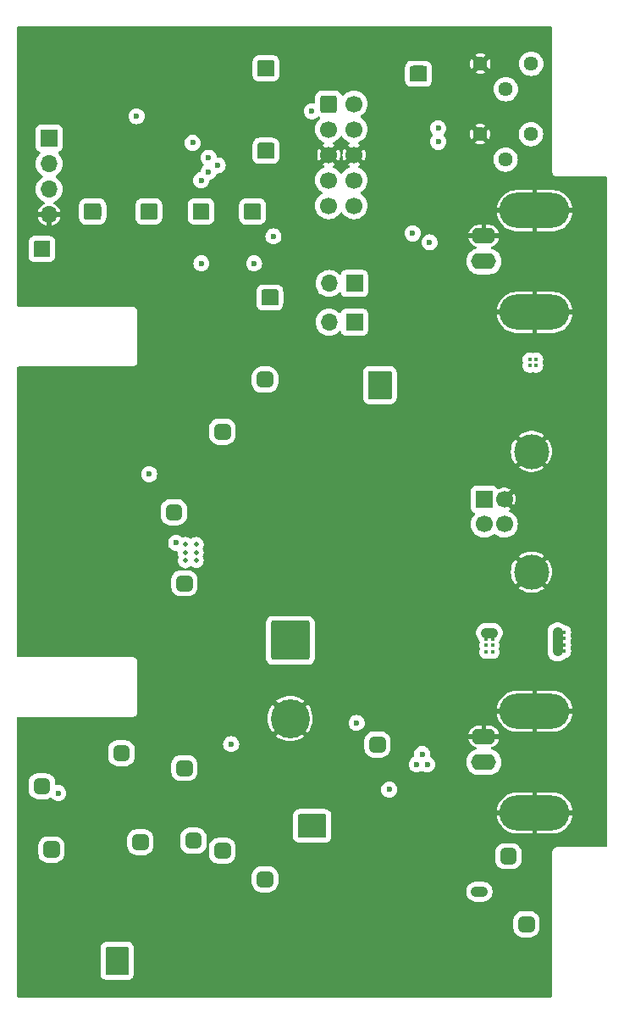
<source format=gbr>
%TF.GenerationSoftware,KiCad,Pcbnew,8.0.0*%
%TF.CreationDate,2024-10-24T21:57:35+02:00*%
%TF.ProjectId,Profiler energetyczny urz_dze_ IoT,50726f66-696c-4657-9220-656e65726765,rev?*%
%TF.SameCoordinates,Original*%
%TF.FileFunction,Copper,L2,Inr*%
%TF.FilePolarity,Positive*%
%FSLAX46Y46*%
G04 Gerber Fmt 4.6, Leading zero omitted, Abs format (unit mm)*
G04 Created by KiCad (PCBNEW 8.0.0) date 2024-10-24 21:57:35*
%MOMM*%
%LPD*%
G01*
G04 APERTURE LIST*
G04 Aperture macros list*
%AMRoundRect*
0 Rectangle with rounded corners*
0 $1 Rounding radius*
0 $2 $3 $4 $5 $6 $7 $8 $9 X,Y pos of 4 corners*
0 Add a 4 corners polygon primitive as box body*
4,1,4,$2,$3,$4,$5,$6,$7,$8,$9,$2,$3,0*
0 Add four circle primitives for the rounded corners*
1,1,$1+$1,$2,$3*
1,1,$1+$1,$4,$5*
1,1,$1+$1,$6,$7*
1,1,$1+$1,$8,$9*
0 Add four rect primitives between the rounded corners*
20,1,$1+$1,$2,$3,$4,$5,0*
20,1,$1+$1,$4,$5,$6,$7,0*
20,1,$1+$1,$6,$7,$8,$9,0*
20,1,$1+$1,$8,$9,$2,$3,0*%
G04 Aperture macros list end*
%TA.AperFunction,HeatsinkPad*%
%ADD10C,0.500000*%
%TD*%
%TA.AperFunction,ComponentPad*%
%ADD11RoundRect,0.250000X-0.600000X-0.600000X0.600000X-0.600000X0.600000X0.600000X-0.600000X0.600000X0*%
%TD*%
%TA.AperFunction,ComponentPad*%
%ADD12C,1.700000*%
%TD*%
%TA.AperFunction,ComponentPad*%
%ADD13R,1.700000X1.700000*%
%TD*%
%TA.AperFunction,ComponentPad*%
%ADD14O,1.700000X1.700000*%
%TD*%
%TA.AperFunction,ComponentPad*%
%ADD15C,3.500000*%
%TD*%
%TA.AperFunction,ComponentPad*%
%ADD16C,1.440000*%
%TD*%
%TA.AperFunction,ComponentPad*%
%ADD17RoundRect,0.250002X-1.699998X1.699998X-1.699998X-1.699998X1.699998X-1.699998X1.699998X1.699998X0*%
%TD*%
%TA.AperFunction,ComponentPad*%
%ADD18C,3.900000*%
%TD*%
%TA.AperFunction,ComponentPad*%
%ADD19O,2.500000X1.600000*%
%TD*%
%TA.AperFunction,ComponentPad*%
%ADD20O,7.000000X3.500000*%
%TD*%
%TA.AperFunction,ViaPad*%
%ADD21C,0.400000*%
%TD*%
%TA.AperFunction,ViaPad*%
%ADD22C,0.600000*%
%TD*%
%TA.AperFunction,Conductor*%
%ADD23C,1.000000*%
%TD*%
%TA.AperFunction,Conductor*%
%ADD24C,0.457200*%
%TD*%
G04 APERTURE END LIST*
D10*
%TO.N,N/C*%
%TO.C,U7*%
X112305000Y-117515000D03*
X112305000Y-118315000D03*
X112305000Y-119115000D03*
X113405000Y-117515000D03*
X113405000Y-118315000D03*
X113405000Y-119115000D03*
%TD*%
D11*
%TO.N,Net-(U1-~{RESET})*%
%TO.C,U1*%
X126647500Y-73520000D03*
D12*
%TO.N,Net-(D15-A2)*%
X129187500Y-73520000D03*
%TO.N,unconnected-(U1-SWIM-Pad3)*%
X126647500Y-76060000D03*
%TO.N,Net-(D16-A2)*%
X129187500Y-76060000D03*
%TO.N,GND*%
X126647500Y-78600000D03*
X129187500Y-78600000D03*
%TO.N,3.3V*%
X126647500Y-81140000D03*
X129187500Y-81140000D03*
%TO.N,5V*%
X126647500Y-83680000D03*
X129187500Y-83680000D03*
%TD*%
D13*
%TO.N,3.3V*%
%TO.C,J3*%
X129225000Y-91450000D03*
D14*
%TO.N,+3.3V*%
X126685000Y-91450000D03*
%TD*%
D13*
%TO.N,+5V*%
%TO.C,J1*%
X142222500Y-113000000D03*
D12*
%TO.N,unconnected-(J1-D--Pad2)*%
X142222500Y-115500000D03*
%TO.N,unconnected-(J1-D+-Pad3)*%
X144222500Y-115500000D03*
%TO.N,GND*%
X144222500Y-113000000D03*
D15*
X146932500Y-108230000D03*
X146932500Y-120270000D03*
%TD*%
D16*
%TO.N,+2V5*%
%TO.C,RV1*%
X146900000Y-69500000D03*
%TO.N,Net-(U21-S3)*%
X144360000Y-72040000D03*
%TO.N,GND*%
X141820000Y-69500000D03*
%TD*%
D13*
%TO.N,5V*%
%TO.C,J2*%
X129225000Y-95300000D03*
D14*
%TO.N,+5V*%
X126685000Y-95300000D03*
%TD*%
D17*
%TO.N,/Pomiar pr\u0105du/IN+*%
%TO.C,J5*%
X122800000Y-127100000D03*
D18*
%TO.N,GND*%
X122800000Y-134900000D03*
%TD*%
D19*
%TO.N,/Sterowanie/Uz*%
%TO.C,J7*%
X142170000Y-89250000D03*
D20*
%TO.N,GND*%
X147250000Y-84170000D03*
D19*
X142170000Y-86710000D03*
D20*
X147250000Y-94330000D03*
%TD*%
D16*
%TO.N,+2V5*%
%TO.C,RV2*%
X146875000Y-76525000D03*
%TO.N,Net-(U21-S2)*%
X144335000Y-79065000D03*
%TO.N,GND*%
X141795000Y-76525000D03*
%TD*%
D19*
%TO.N,/Sterowanie/UI*%
%TO.C,J6*%
X142170000Y-139250000D03*
D20*
%TO.N,GND*%
X147250000Y-134170000D03*
D19*
X142170000Y-136710000D03*
D20*
X147250000Y-144330000D03*
%TD*%
D13*
%TO.N,+3.3V*%
%TO.C,J4*%
X98702500Y-76950000D03*
D14*
%TO.N,Net-(D19-A2)*%
X98702500Y-79490000D03*
%TO.N,Net-(D20-A2)*%
X98702500Y-82030000D03*
%TO.N,GND*%
X98702500Y-84570000D03*
%TD*%
D21*
%TO.N,+5V*%
X143050000Y-127600000D03*
X147400000Y-99650000D03*
X142400000Y-126350000D03*
X143050000Y-126950000D03*
X147400000Y-99050000D03*
X112515000Y-121137500D03*
X142400000Y-128250000D03*
X111915000Y-121137500D03*
X146750000Y-99650000D03*
X111915000Y-121787500D03*
X143050000Y-126350000D03*
X146750000Y-99050000D03*
X142400000Y-127600000D03*
X112515000Y-121787500D03*
X142400000Y-126950000D03*
X143050000Y-128250000D03*
D22*
%TO.N,GND*%
X123050000Y-66750000D03*
X136350000Y-66750000D03*
X142850000Y-161950000D03*
X98350000Y-66750000D03*
X103100000Y-66750000D03*
X135250000Y-161950000D03*
X148700000Y-66750000D03*
X119100000Y-161950000D03*
X137300000Y-66750000D03*
X119250000Y-66750000D03*
X102000000Y-161950000D03*
X109750000Y-66750000D03*
X97400000Y-66750000D03*
X133500000Y-66750000D03*
X130500000Y-161950000D03*
X121950000Y-161950000D03*
X100100000Y-161950000D03*
X105950000Y-66750000D03*
X99150000Y-161950000D03*
X147600000Y-161950000D03*
X124000000Y-66750000D03*
X121000000Y-161950000D03*
X139050000Y-161950000D03*
X103900000Y-161950000D03*
X107850000Y-66750000D03*
D21*
X107250000Y-143662500D03*
D22*
X108650000Y-161950000D03*
X136200000Y-161950000D03*
X137150000Y-161950000D03*
X145700000Y-161950000D03*
X134800000Y-80450000D03*
X122100000Y-66750000D03*
X133350000Y-161950000D03*
X125750000Y-161950000D03*
X98200000Y-161950000D03*
X106750000Y-161950000D03*
X128600000Y-161950000D03*
X113950000Y-110650000D03*
X135400000Y-66750000D03*
X138250000Y-66750000D03*
X112450000Y-161950000D03*
X96300000Y-161950000D03*
X97250000Y-161950000D03*
X102950000Y-161950000D03*
X126850000Y-66750000D03*
X144750000Y-161950000D03*
X130650000Y-66750000D03*
X140950000Y-161950000D03*
X132400000Y-161950000D03*
X106900000Y-66750000D03*
X146650000Y-161950000D03*
X143950000Y-66750000D03*
X111500000Y-161950000D03*
X132550000Y-66750000D03*
X141100000Y-66750000D03*
X145850000Y-66750000D03*
X131450000Y-161950000D03*
X124950000Y-66750000D03*
X146800000Y-66750000D03*
X147750000Y-66750000D03*
X118150000Y-161950000D03*
X144900000Y-66750000D03*
X121150000Y-66750000D03*
X131600000Y-66750000D03*
X112600000Y-66750000D03*
X141900000Y-161950000D03*
X143000000Y-66750000D03*
X127800000Y-66750000D03*
X107700000Y-161950000D03*
X115450000Y-66750000D03*
X100250000Y-66750000D03*
X116250000Y-161950000D03*
X111700000Y-86400000D03*
X120050000Y-161950000D03*
X140150000Y-66750000D03*
X129700000Y-66750000D03*
X113400000Y-161950000D03*
X129550000Y-161950000D03*
X148550000Y-161950000D03*
X110700000Y-66750000D03*
X137850000Y-73000000D03*
X138100000Y-161950000D03*
X116350000Y-82650000D03*
X118850000Y-82300000D03*
X114500000Y-66750000D03*
X102150000Y-66750000D03*
X123850000Y-161950000D03*
X134450000Y-66750000D03*
X108800000Y-66750000D03*
X104050000Y-66750000D03*
X118300000Y-66750000D03*
X99300000Y-66750000D03*
X124800000Y-161950000D03*
X111250000Y-107000000D03*
X125900000Y-66750000D03*
X104850000Y-161950000D03*
X105800000Y-161950000D03*
X126700000Y-161950000D03*
X142050000Y-66750000D03*
X109600000Y-161950000D03*
X111700000Y-85650000D03*
X134300000Y-161950000D03*
X117200000Y-161950000D03*
X111650000Y-66750000D03*
X101050000Y-161950000D03*
D21*
X107900000Y-143662500D03*
D22*
X128750000Y-66750000D03*
X96450000Y-66750000D03*
X110550000Y-161950000D03*
X113550000Y-66750000D03*
X101200000Y-66750000D03*
X143800000Y-161950000D03*
X116400000Y-66750000D03*
X120200000Y-66750000D03*
X122900000Y-161950000D03*
X115300000Y-161950000D03*
X139200000Y-66750000D03*
X115900000Y-82100000D03*
X140000000Y-161950000D03*
X105000000Y-66750000D03*
X117350000Y-66750000D03*
X127650000Y-161950000D03*
X114350000Y-161950000D03*
%TO.N,Net-(U1-~{RESET})*%
X107445100Y-74750000D03*
X124950000Y-74250000D03*
D21*
%TO.N,+3.3V*%
X120750000Y-78500000D03*
X119450000Y-84550000D03*
X135300000Y-70200000D03*
X120700000Y-69650000D03*
X131200000Y-137800000D03*
X118800000Y-84550000D03*
X108350000Y-84550000D03*
X120100000Y-78500000D03*
X120050000Y-70250000D03*
X103450000Y-84550000D03*
X109000000Y-84550000D03*
X131150000Y-102550000D03*
X103450000Y-83950000D03*
X135950000Y-70800000D03*
X131800000Y-102550000D03*
X120100000Y-77900000D03*
X109000000Y-83950000D03*
X131200000Y-137200000D03*
X120050000Y-69650000D03*
X131800000Y-101250000D03*
X102800000Y-83950000D03*
X114200000Y-84550000D03*
X131800000Y-101900000D03*
X113550000Y-83950000D03*
X113550000Y-84550000D03*
X131150000Y-101900000D03*
X131150000Y-101250000D03*
X131850000Y-137800000D03*
X131800000Y-100650000D03*
X102800000Y-84550000D03*
X131850000Y-137200000D03*
X131150000Y-100650000D03*
X119450000Y-83950000D03*
X118800000Y-83950000D03*
X135300000Y-70800000D03*
X114200000Y-83950000D03*
X120700000Y-70250000D03*
X120750000Y-77900000D03*
X135950000Y-70200000D03*
X108350000Y-83950000D03*
%TO.N,+5VA*%
X146750000Y-155750000D03*
X149550000Y-126900000D03*
X144950000Y-148375000D03*
X149550000Y-126300000D03*
X149550000Y-128200000D03*
X120600000Y-101387500D03*
X149550000Y-127550000D03*
X150200000Y-127550000D03*
X146100000Y-155750000D03*
X146750000Y-155150000D03*
X144350000Y-149025000D03*
X150200000Y-126300000D03*
X141400000Y-152200000D03*
X142050000Y-152200000D03*
X150200000Y-128200000D03*
X120000000Y-101387500D03*
X120000000Y-100737500D03*
X120600000Y-100737500D03*
X150200000Y-126900000D03*
X144950000Y-149025000D03*
X144350000Y-148375000D03*
X146100000Y-155150000D03*
%TO.N,+2V5*%
X111500000Y-114000000D03*
X98300000Y-141362500D03*
X125950000Y-145650000D03*
X97650000Y-87700000D03*
X121100000Y-93150000D03*
X119950000Y-150662500D03*
X111900000Y-139562500D03*
X124700000Y-145650000D03*
X111500000Y-114600000D03*
X97650000Y-88300000D03*
X110850000Y-114600000D03*
X97650000Y-141962500D03*
X124050000Y-145000000D03*
X120450000Y-93150000D03*
X97650000Y-141362500D03*
X119950000Y-151262500D03*
X111900000Y-140162500D03*
X112550000Y-139562500D03*
X121100000Y-92550000D03*
X106250000Y-138062500D03*
X98300000Y-141962500D03*
X105600000Y-138062500D03*
X98300000Y-88300000D03*
X105600000Y-138662500D03*
X120600000Y-150662500D03*
X125350000Y-145650000D03*
X120600000Y-151262500D03*
X106250000Y-138662500D03*
X98300000Y-87700000D03*
X125350000Y-145000000D03*
X125950000Y-145000000D03*
X120450000Y-92550000D03*
X124700000Y-145000000D03*
X110850000Y-114000000D03*
X124050000Y-145650000D03*
X112550000Y-140162500D03*
%TO.N,-2V5*%
X107500000Y-146962500D03*
X105500000Y-158750000D03*
X105500000Y-160050000D03*
X105500000Y-158150000D03*
X104850000Y-158750000D03*
X113500000Y-147362500D03*
X104850000Y-160050000D03*
X115700000Y-106600000D03*
X115700000Y-147762500D03*
X108150000Y-146962500D03*
X98600000Y-148312500D03*
X116350000Y-105950000D03*
X116350000Y-147762500D03*
X116350000Y-106600000D03*
X99250000Y-148312500D03*
X112850000Y-146712500D03*
X107500000Y-147612500D03*
X115700000Y-105950000D03*
X115700000Y-148412500D03*
X98600000Y-147662500D03*
X99250000Y-147662500D03*
X108150000Y-147612500D03*
X116350000Y-148412500D03*
X104850000Y-159400000D03*
X113500000Y-146712500D03*
X104850000Y-158150000D03*
X105500000Y-159400000D03*
X112850000Y-147362500D03*
D22*
%TO.N,Net-(Q2-G)*%
X116900000Y-137462500D03*
%TO.N,/Pomiar pr\u0105du/V3*%
X108700000Y-110500000D03*
X132700000Y-142000000D03*
%TO.N,/Pomiar pr\u0105du/V1*%
X119200000Y-89450000D03*
X99600000Y-142362500D03*
X135450000Y-139500000D03*
%TO.N,/Sterowanie/A0*%
X136000000Y-138450000D03*
X114650000Y-78888600D03*
X137600000Y-75950000D03*
%TO.N,/Sterowanie/UP1*%
X121127500Y-86750000D03*
X113900000Y-81150000D03*
%TO.N,/Pomiar pr\u0105du/M1*%
X115550000Y-79650000D03*
%TO.N,/Pomiar pr\u0105du/M2*%
X111400000Y-117365000D03*
X113050000Y-77400000D03*
%TO.N,/Sterowanie/A1*%
X136500000Y-139500000D03*
X114650000Y-80300000D03*
X136750000Y-87350000D03*
X135050000Y-86450000D03*
X137600000Y-77300000D03*
%TO.N,/Pomiar pr\u0105du/V2*%
X129450000Y-135350000D03*
X113927500Y-89450000D03*
%TD*%
D23*
%TO.N,+5V*%
X143050000Y-126350000D02*
X142400000Y-126350000D01*
X112550000Y-121100000D02*
X112550000Y-121700000D01*
D24*
X111915000Y-121787500D02*
X111915000Y-121737500D01*
D23*
X111900000Y-121100000D02*
X112550000Y-121100000D01*
X112550000Y-121700000D02*
X111900000Y-121700000D01*
D24*
X111915000Y-121737500D02*
X112515000Y-121137500D01*
D23*
X111900000Y-121700000D02*
X111900000Y-121100000D01*
%TO.N,+3.3V*%
X131200000Y-137800000D02*
X131200000Y-137200000D01*
D24*
X118800000Y-83950000D02*
X119450000Y-83950000D01*
X118800000Y-83950000D02*
X118800000Y-84550000D01*
D23*
X131850000Y-137800000D02*
X131200000Y-137800000D01*
D24*
X118800000Y-84550000D02*
X118850000Y-84550000D01*
X108350000Y-84550000D02*
X109000000Y-84550000D01*
X120100000Y-77900000D02*
X120100000Y-78500000D01*
X113550000Y-84550000D02*
X113550000Y-83950000D01*
D23*
X135300000Y-70200000D02*
X135950000Y-70200000D01*
X135950000Y-70200000D02*
X135950000Y-70800000D01*
X131850000Y-137200000D02*
X131850000Y-137800000D01*
D24*
X114150000Y-83950000D02*
X113550000Y-84550000D01*
D23*
X135300000Y-70800000D02*
X135300000Y-70200000D01*
X120050000Y-69650000D02*
X120700000Y-69650000D01*
X120700000Y-70250000D02*
X120050000Y-70250000D01*
D24*
X109000000Y-84550000D02*
X109000000Y-83950000D01*
X108350000Y-84550000D02*
X108400000Y-84550000D01*
X114200000Y-84550000D02*
X114200000Y-83950000D01*
X135300000Y-70800000D02*
X135350000Y-70800000D01*
D23*
X102800000Y-83950000D02*
X103450000Y-83950000D01*
X135950000Y-70800000D02*
X135300000Y-70800000D01*
D24*
X119450000Y-84550000D02*
X119450000Y-83950000D01*
X135350000Y-70800000D02*
X135950000Y-70200000D01*
X120100000Y-78500000D02*
X120150000Y-78500000D01*
X120100000Y-78500000D02*
X120750000Y-78500000D01*
X120750000Y-77900000D02*
X120750000Y-78500000D01*
D23*
X103450000Y-84550000D02*
X102800000Y-84550000D01*
D24*
X120650000Y-70250000D02*
X120050000Y-69650000D01*
X120050000Y-70250000D02*
X120700000Y-70250000D01*
D23*
X102800000Y-84550000D02*
X102800000Y-83950000D01*
X131200000Y-137200000D02*
X131850000Y-137200000D01*
D24*
X102800000Y-84550000D02*
X102850000Y-84550000D01*
X108400000Y-84550000D02*
X109000000Y-83950000D01*
X120150000Y-78500000D02*
X120750000Y-77900000D01*
X118800000Y-84550000D02*
X119450000Y-84550000D01*
X120750000Y-77900000D02*
X120100000Y-77900000D01*
X113550000Y-84550000D02*
X114200000Y-84550000D01*
X103450000Y-83950000D02*
X102800000Y-83950000D01*
X114200000Y-83950000D02*
X114150000Y-83950000D01*
D23*
X120700000Y-69650000D02*
X120700000Y-70250000D01*
D24*
X102850000Y-84550000D02*
X103450000Y-83950000D01*
D23*
X103450000Y-83950000D02*
X103450000Y-84550000D01*
D24*
X103450000Y-84550000D02*
X103450000Y-83950000D01*
D23*
X120050000Y-70250000D02*
X120050000Y-69650000D01*
D24*
X113550000Y-83950000D02*
X114200000Y-83950000D01*
X108350000Y-83950000D02*
X109000000Y-83950000D01*
X120700000Y-70250000D02*
X120650000Y-70250000D01*
X108350000Y-84550000D02*
X108350000Y-83950000D01*
X118850000Y-84550000D02*
X119450000Y-83950000D01*
D23*
%TO.N,+5VA*%
X120600000Y-100750000D02*
X120600000Y-101350000D01*
X146750000Y-155750000D02*
X146100000Y-155750000D01*
D24*
X144350000Y-148425000D02*
X144950000Y-149025000D01*
D23*
X146750000Y-155150000D02*
X146750000Y-155750000D01*
X149550000Y-126300000D02*
X149550000Y-128200000D01*
D24*
X120600000Y-101387500D02*
X120600000Y-101337500D01*
D23*
X141400000Y-152200000D02*
X142050000Y-152200000D01*
D24*
X144350000Y-148375000D02*
X144350000Y-148425000D01*
X144350000Y-148375000D02*
X144350000Y-149025000D01*
D23*
X144950000Y-148350000D02*
X144950000Y-148950000D01*
X119950000Y-101350000D02*
X119950000Y-100750000D01*
X144300000Y-148350000D02*
X144950000Y-148350000D01*
X120600000Y-101350000D02*
X119950000Y-101350000D01*
X146100000Y-155750000D02*
X146100000Y-155150000D01*
D24*
X120600000Y-101337500D02*
X120000000Y-100737500D01*
D23*
X119950000Y-100750000D02*
X120600000Y-100750000D01*
D24*
X120000000Y-101387500D02*
X120600000Y-101387500D01*
D23*
X144950000Y-148950000D02*
X144300000Y-148950000D01*
X144300000Y-148950000D02*
X144300000Y-148350000D01*
X146100000Y-155150000D02*
X146750000Y-155150000D01*
D24*
%TO.N,+2V5*%
X121100000Y-93150000D02*
X120450000Y-93150000D01*
D23*
X111900000Y-140150000D02*
X111900000Y-139550000D01*
X97650000Y-88300000D02*
X97650000Y-87700000D01*
X111500000Y-114600000D02*
X110850000Y-114600000D01*
X97650000Y-87700000D02*
X98300000Y-87700000D01*
X112550000Y-140150000D02*
X111900000Y-140150000D01*
D24*
X120500000Y-92550000D02*
X121100000Y-93150000D01*
D23*
X98300000Y-87700000D02*
X98300000Y-88300000D01*
X106250000Y-138062500D02*
X106250000Y-138662500D01*
D24*
X110850000Y-114000000D02*
X111500000Y-114000000D01*
D23*
X121150000Y-92550000D02*
X121150000Y-93150000D01*
X98300000Y-88300000D02*
X97650000Y-88300000D01*
X112550000Y-139550000D02*
X112550000Y-140150000D01*
X110850000Y-114000000D02*
X111500000Y-114000000D01*
X97650000Y-141962500D02*
X98300000Y-141962500D01*
X119950000Y-150650000D02*
X120600000Y-150650000D01*
X119950000Y-151250000D02*
X119950000Y-150650000D01*
D24*
X120450000Y-93150000D02*
X120450000Y-92550000D01*
D23*
X105600000Y-138662500D02*
X105600000Y-138062500D01*
X110850000Y-114600000D02*
X110850000Y-114000000D01*
X98300000Y-141362500D02*
X98300000Y-141962500D01*
X97650000Y-141362500D02*
X97650000Y-141962500D01*
X111500000Y-114000000D02*
X111500000Y-114600000D01*
X111900000Y-139550000D02*
X112550000Y-139550000D01*
X121150000Y-93150000D02*
X120500000Y-93150000D01*
X120600000Y-151250000D02*
X119950000Y-151250000D01*
X120600000Y-150650000D02*
X120600000Y-151250000D01*
D24*
X111450000Y-114000000D02*
X110850000Y-114600000D01*
X120450000Y-92550000D02*
X121100000Y-92550000D01*
D23*
X106250000Y-138662500D02*
X105600000Y-138662500D01*
D24*
X111500000Y-114000000D02*
X111450000Y-114000000D01*
D23*
X120500000Y-92550000D02*
X121150000Y-92550000D01*
X105600000Y-138062500D02*
X106250000Y-138062500D01*
X120500000Y-93150000D02*
X120500000Y-92550000D01*
D24*
X121100000Y-92550000D02*
X121100000Y-93150000D01*
X120450000Y-92550000D02*
X120500000Y-92550000D01*
D23*
X98300000Y-141362500D02*
X97650000Y-141362500D01*
%TO.N,-2V5*%
X113450000Y-146800000D02*
X113450000Y-147400000D01*
X112800000Y-146800000D02*
X113450000Y-146800000D01*
X112800000Y-147400000D02*
X112800000Y-146800000D01*
X99250000Y-147662500D02*
X98600000Y-147662500D01*
X115700000Y-147800000D02*
X116350000Y-147800000D01*
X98600000Y-147662500D02*
X98600000Y-148312500D01*
D24*
X115850000Y-105950000D02*
X116500000Y-106600000D01*
D23*
X113450000Y-147400000D02*
X112800000Y-147400000D01*
X107500000Y-146950000D02*
X108150000Y-146950000D01*
X108150000Y-146950000D02*
X108150000Y-147550000D01*
D24*
X115850000Y-105950000D02*
X116500000Y-105950000D01*
D23*
X99250000Y-147662500D02*
X99250000Y-148312500D01*
X116350000Y-148400000D02*
X115700000Y-148400000D01*
X116350000Y-147800000D02*
X116350000Y-148400000D01*
X116350000Y-106550000D02*
X115700000Y-106550000D01*
X115700000Y-105950000D02*
X116350000Y-105950000D01*
X115700000Y-148400000D02*
X115700000Y-147800000D01*
X116350000Y-105950000D02*
X116350000Y-106550000D01*
D24*
X116500000Y-106600000D02*
X115850000Y-106600000D01*
D23*
X115700000Y-106550000D02*
X115700000Y-105950000D01*
X108150000Y-147550000D02*
X107500000Y-147550000D01*
X107500000Y-147550000D02*
X107500000Y-146950000D01*
X99250000Y-148312500D02*
X98600000Y-148312500D01*
D24*
X115850000Y-106600000D02*
X115850000Y-105950000D01*
X116500000Y-105950000D02*
X116500000Y-106600000D01*
%TD*%
%TA.AperFunction,Conductor*%
%TO.N,+3.3V*%
G36*
X114643039Y-83469685D02*
G01*
X114688794Y-83522489D01*
X114700000Y-83574000D01*
X114700000Y-84926000D01*
X114680315Y-84993039D01*
X114627511Y-85038794D01*
X114576000Y-85050000D01*
X113174000Y-85050000D01*
X113106961Y-85030315D01*
X113061206Y-84977511D01*
X113050000Y-84926000D01*
X113050000Y-83574000D01*
X113069685Y-83506961D01*
X113122489Y-83461206D01*
X113174000Y-83450000D01*
X114576000Y-83450000D01*
X114643039Y-83469685D01*
G37*
%TD.AperFunction*%
%TD*%
%TA.AperFunction,Conductor*%
%TO.N,+2V5*%
G36*
X121543039Y-92069685D02*
G01*
X121588794Y-92122489D01*
X121600000Y-92174000D01*
X121600000Y-93526000D01*
X121580315Y-93593039D01*
X121527511Y-93638794D01*
X121476000Y-93650000D01*
X120074000Y-93650000D01*
X120006961Y-93630315D01*
X119961206Y-93577511D01*
X119950000Y-93526000D01*
X119950000Y-92174000D01*
X119969685Y-92106961D01*
X120022489Y-92061206D01*
X120074000Y-92050000D01*
X121476000Y-92050000D01*
X121543039Y-92069685D01*
G37*
%TD.AperFunction*%
%TD*%
%TA.AperFunction,Conductor*%
%TO.N,+3.3V*%
G36*
X109443039Y-83469685D02*
G01*
X109488794Y-83522489D01*
X109500000Y-83574000D01*
X109500000Y-84926000D01*
X109480315Y-84993039D01*
X109427511Y-85038794D01*
X109376000Y-85050000D01*
X107974000Y-85050000D01*
X107906961Y-85030315D01*
X107861206Y-84977511D01*
X107850000Y-84926000D01*
X107850000Y-83574000D01*
X107869685Y-83506961D01*
X107922489Y-83461206D01*
X107974000Y-83450000D01*
X109376000Y-83450000D01*
X109443039Y-83469685D01*
G37*
%TD.AperFunction*%
%TD*%
%TA.AperFunction,Conductor*%
%TO.N,+2V5*%
G36*
X126343039Y-144469685D02*
G01*
X126388794Y-144522489D01*
X126400000Y-144574000D01*
X126400000Y-146676000D01*
X126380315Y-146743039D01*
X126327511Y-146788794D01*
X126276000Y-146800000D01*
X124350000Y-146800000D01*
X123724000Y-146800000D01*
X123656961Y-146780315D01*
X123611206Y-146727511D01*
X123600000Y-146676000D01*
X123600000Y-144574000D01*
X123619685Y-144506961D01*
X123672489Y-144461206D01*
X123724000Y-144450000D01*
X126276000Y-144450000D01*
X126343039Y-144469685D01*
G37*
%TD.AperFunction*%
%TD*%
%TA.AperFunction,Conductor*%
%TO.N,-2V5*%
G36*
X106593039Y-157719685D02*
G01*
X106638794Y-157772489D01*
X106650000Y-157824000D01*
X106650000Y-160376000D01*
X106630315Y-160443039D01*
X106577511Y-160488794D01*
X106526000Y-160500000D01*
X104474000Y-160500000D01*
X104406961Y-160480315D01*
X104361206Y-160427511D01*
X104350000Y-160376000D01*
X104350000Y-157824000D01*
X104369685Y-157756961D01*
X104422489Y-157711206D01*
X104474000Y-157700000D01*
X106526000Y-157700000D01*
X106593039Y-157719685D01*
G37*
%TD.AperFunction*%
%TD*%
%TA.AperFunction,Conductor*%
%TO.N,+3.3V*%
G36*
X119793039Y-83469685D02*
G01*
X119838794Y-83522489D01*
X119850000Y-83574000D01*
X119850000Y-84926000D01*
X119830315Y-84993039D01*
X119777511Y-85038794D01*
X119726000Y-85050000D01*
X118324000Y-85050000D01*
X118256961Y-85030315D01*
X118211206Y-84977511D01*
X118200000Y-84926000D01*
X118200000Y-83574000D01*
X118219685Y-83506961D01*
X118272489Y-83461206D01*
X118324000Y-83450000D01*
X119726000Y-83450000D01*
X119793039Y-83469685D01*
G37*
%TD.AperFunction*%
%TD*%
%TA.AperFunction,Conductor*%
%TO.N,+3.3V*%
G36*
X136393039Y-69719685D02*
G01*
X136438794Y-69772489D01*
X136450000Y-69824000D01*
X136450000Y-71176000D01*
X136430315Y-71243039D01*
X136377511Y-71288794D01*
X136326000Y-71300000D01*
X134924000Y-71300000D01*
X134856961Y-71280315D01*
X134811206Y-71227511D01*
X134800000Y-71176000D01*
X134800000Y-69824000D01*
X134819685Y-69756961D01*
X134872489Y-69711206D01*
X134924000Y-69700000D01*
X136326000Y-69700000D01*
X136393039Y-69719685D01*
G37*
%TD.AperFunction*%
%TD*%
%TA.AperFunction,Conductor*%
%TO.N,+3.3V*%
G36*
X121143039Y-77419685D02*
G01*
X121188794Y-77472489D01*
X121200000Y-77524000D01*
X121200000Y-78876000D01*
X121180315Y-78943039D01*
X121127511Y-78988794D01*
X121076000Y-79000000D01*
X119674000Y-79000000D01*
X119606961Y-78980315D01*
X119561206Y-78927511D01*
X119550000Y-78876000D01*
X119550000Y-77524000D01*
X119569685Y-77456961D01*
X119622489Y-77411206D01*
X119674000Y-77400000D01*
X121076000Y-77400000D01*
X121143039Y-77419685D01*
G37*
%TD.AperFunction*%
%TD*%
%TA.AperFunction,Conductor*%
%TO.N,+2V5*%
G36*
X98743039Y-87219685D02*
G01*
X98788794Y-87272489D01*
X98800000Y-87324000D01*
X98800000Y-88676000D01*
X98780315Y-88743039D01*
X98727511Y-88788794D01*
X98676000Y-88800000D01*
X97274000Y-88800000D01*
X97206961Y-88780315D01*
X97161206Y-88727511D01*
X97150000Y-88676000D01*
X97150000Y-87324000D01*
X97169685Y-87256961D01*
X97222489Y-87211206D01*
X97274000Y-87200000D01*
X98676000Y-87200000D01*
X98743039Y-87219685D01*
G37*
%TD.AperFunction*%
%TD*%
%TA.AperFunction,Conductor*%
%TO.N,+3.3V*%
G36*
X121143039Y-69169685D02*
G01*
X121188794Y-69222489D01*
X121200000Y-69274000D01*
X121200000Y-70626000D01*
X121180315Y-70693039D01*
X121127511Y-70738794D01*
X121076000Y-70750000D01*
X119674000Y-70750000D01*
X119606961Y-70730315D01*
X119561206Y-70677511D01*
X119550000Y-70626000D01*
X119550000Y-69274000D01*
X119569685Y-69206961D01*
X119622489Y-69161206D01*
X119674000Y-69150000D01*
X121076000Y-69150000D01*
X121143039Y-69169685D01*
G37*
%TD.AperFunction*%
%TD*%
%TA.AperFunction,Conductor*%
%TO.N,+3.3V*%
G36*
X132893039Y-100219685D02*
G01*
X132938794Y-100272489D01*
X132950000Y-100324000D01*
X132950000Y-102876000D01*
X132930315Y-102943039D01*
X132877511Y-102988794D01*
X132826000Y-103000000D01*
X130724000Y-103000000D01*
X130656961Y-102980315D01*
X130611206Y-102927511D01*
X130600000Y-102876000D01*
X130600000Y-100324000D01*
X130619685Y-100256961D01*
X130672489Y-100211206D01*
X130724000Y-100200000D01*
X132826000Y-100200000D01*
X132893039Y-100219685D01*
G37*
%TD.AperFunction*%
%TD*%
%TA.AperFunction,Conductor*%
%TO.N,+3.3V*%
G36*
X103793039Y-83469685D02*
G01*
X103838794Y-83522489D01*
X103850000Y-83574000D01*
X103850000Y-84926000D01*
X103830315Y-84993039D01*
X103777511Y-85038794D01*
X103726000Y-85050000D01*
X102324000Y-85050000D01*
X102256961Y-85030315D01*
X102211206Y-84977511D01*
X102200000Y-84926000D01*
X102200000Y-83574000D01*
X102219685Y-83506961D01*
X102272489Y-83461206D01*
X102324000Y-83450000D01*
X103726000Y-83450000D01*
X103793039Y-83469685D01*
G37*
%TD.AperFunction*%
%TD*%
%TA.AperFunction,Conductor*%
%TO.N,GND*%
G36*
X128002355Y-76726546D02*
G01*
X128019075Y-76745842D01*
X128149000Y-76931395D01*
X128149005Y-76931401D01*
X128316099Y-77098495D01*
X128377455Y-77141457D01*
X128509665Y-77234032D01*
X128509667Y-77234033D01*
X128509670Y-77234035D01*
X128709055Y-77327010D01*
X128761493Y-77373181D01*
X128780645Y-77440375D01*
X128760429Y-77507256D01*
X128707264Y-77552590D01*
X128701445Y-77555017D01*
X128672710Y-77566149D01*
X128672701Y-77566154D01*
X128570492Y-77629438D01*
X128570491Y-77629439D01*
X129058090Y-78117037D01*
X128994507Y-78134075D01*
X128880493Y-78199901D01*
X128787401Y-78292993D01*
X128721575Y-78407007D01*
X128704537Y-78470589D01*
X128214336Y-77980388D01*
X128205559Y-77992010D01*
X128110566Y-78182783D01*
X128110558Y-78182803D01*
X128052238Y-78387780D01*
X128052237Y-78387783D01*
X128040971Y-78509371D01*
X128015185Y-78574309D01*
X127979033Y-78600204D01*
X128007003Y-78616248D01*
X128039193Y-78678261D01*
X128040971Y-78690628D01*
X128052237Y-78812216D01*
X128052238Y-78812219D01*
X128110558Y-79017196D01*
X128110564Y-79017211D01*
X128205561Y-79207991D01*
X128205564Y-79207996D01*
X128214336Y-79219610D01*
X128704537Y-78729409D01*
X128721575Y-78792993D01*
X128787401Y-78907007D01*
X128880493Y-79000099D01*
X128994507Y-79065925D01*
X129058090Y-79082962D01*
X128570491Y-79570559D01*
X128672704Y-79633847D01*
X128672708Y-79633849D01*
X128701442Y-79644981D01*
X128756844Y-79687554D01*
X128780435Y-79753320D01*
X128764724Y-79821401D01*
X128714701Y-79870180D01*
X128709054Y-79872990D01*
X128509671Y-79965964D01*
X128509669Y-79965965D01*
X128316097Y-80101505D01*
X128149005Y-80268597D01*
X128019075Y-80454158D01*
X127964498Y-80497783D01*
X127895000Y-80504977D01*
X127832645Y-80473454D01*
X127815925Y-80454158D01*
X127685994Y-80268597D01*
X127518902Y-80101506D01*
X127518895Y-80101501D01*
X127325334Y-79965967D01*
X127325330Y-79965965D01*
X127125945Y-79872990D01*
X127073506Y-79826818D01*
X127054354Y-79759624D01*
X127074570Y-79692743D01*
X127127735Y-79647408D01*
X127133558Y-79644981D01*
X127162288Y-79633851D01*
X127162298Y-79633846D01*
X127264506Y-79570560D01*
X127264506Y-79570559D01*
X126776910Y-79082962D01*
X126840493Y-79065925D01*
X126954507Y-79000099D01*
X127047599Y-78907007D01*
X127113425Y-78792993D01*
X127130462Y-78729409D01*
X127620662Y-79219609D01*
X127620663Y-79219609D01*
X127629440Y-79207988D01*
X127629442Y-79207985D01*
X127724433Y-79017216D01*
X127724441Y-79017196D01*
X127782761Y-78812219D01*
X127782762Y-78812216D01*
X127794029Y-78690628D01*
X127819815Y-78625690D01*
X127855966Y-78599794D01*
X127827997Y-78583751D01*
X127795807Y-78521738D01*
X127794029Y-78509371D01*
X127782762Y-78387783D01*
X127782761Y-78387780D01*
X127724441Y-78182803D01*
X127724433Y-78182783D01*
X127629442Y-77992014D01*
X127629437Y-77992006D01*
X127620663Y-77980389D01*
X127620662Y-77980389D01*
X127130462Y-78470589D01*
X127113425Y-78407007D01*
X127047599Y-78292993D01*
X126954507Y-78199901D01*
X126840493Y-78134075D01*
X126776909Y-78117037D01*
X127264507Y-77629439D01*
X127162293Y-77566151D01*
X127162286Y-77566147D01*
X127133555Y-77555017D01*
X127078154Y-77512444D01*
X127054564Y-77446677D01*
X127070276Y-77378596D01*
X127120300Y-77329818D01*
X127125928Y-77327017D01*
X127325330Y-77234035D01*
X127518901Y-77098495D01*
X127685995Y-76931401D01*
X127815925Y-76745842D01*
X127870502Y-76702217D01*
X127940000Y-76695023D01*
X128002355Y-76726546D01*
G37*
%TD.AperFunction*%
%TA.AperFunction,Conductor*%
G36*
X148942539Y-65770185D02*
G01*
X148988294Y-65822989D01*
X148999500Y-65874500D01*
X148999500Y-80184108D01*
X148999500Y-80315892D01*
X149012559Y-80364630D01*
X149033608Y-80443187D01*
X149055208Y-80480599D01*
X149099500Y-80557314D01*
X149192686Y-80650500D01*
X149306814Y-80716392D01*
X149434108Y-80750500D01*
X154375500Y-80750500D01*
X154442539Y-80770185D01*
X154488294Y-80822989D01*
X154499500Y-80874500D01*
X154499500Y-147625500D01*
X154479815Y-147692539D01*
X154427011Y-147738294D01*
X154375500Y-147749500D01*
X149434108Y-147749500D01*
X149306812Y-147783608D01*
X149192686Y-147849500D01*
X149192683Y-147849502D01*
X149099502Y-147942683D01*
X149099500Y-147942686D01*
X149033608Y-148056812D01*
X148999500Y-148184108D01*
X148999500Y-162625500D01*
X148979815Y-162692539D01*
X148927011Y-162738294D01*
X148875500Y-162749500D01*
X95624500Y-162749500D01*
X95557461Y-162729815D01*
X95511706Y-162677011D01*
X95500500Y-162625500D01*
X95500500Y-160376000D01*
X103844500Y-160376000D01*
X103844501Y-160376009D01*
X103856052Y-160483450D01*
X103856054Y-160483462D01*
X103867260Y-160534972D01*
X103901383Y-160637497D01*
X103901386Y-160637503D01*
X103979171Y-160758537D01*
X103979179Y-160758548D01*
X104024923Y-160811340D01*
X104024926Y-160811343D01*
X104024930Y-160811347D01*
X104133664Y-160905567D01*
X104133667Y-160905568D01*
X104133668Y-160905569D01*
X104227925Y-160948616D01*
X104264541Y-160965338D01*
X104331580Y-160985023D01*
X104331584Y-160985024D01*
X104474000Y-161005500D01*
X104474003Y-161005500D01*
X106525990Y-161005500D01*
X106526000Y-161005500D01*
X106633456Y-160993947D01*
X106684967Y-160982741D01*
X106719197Y-160971347D01*
X106787497Y-160948616D01*
X106787501Y-160948613D01*
X106787504Y-160948613D01*
X106908543Y-160870825D01*
X106961347Y-160825070D01*
X107055567Y-160716336D01*
X107115338Y-160585459D01*
X107135023Y-160518420D01*
X107135024Y-160518416D01*
X107155500Y-160376000D01*
X107155500Y-157824000D01*
X107143947Y-157716544D01*
X107132741Y-157665033D01*
X107132637Y-157664722D01*
X107098616Y-157562502D01*
X107098613Y-157562496D01*
X107020828Y-157441462D01*
X107020825Y-157441457D01*
X107020820Y-157441451D01*
X106975076Y-157388659D01*
X106975072Y-157388656D01*
X106975070Y-157388653D01*
X106866336Y-157294433D01*
X106866333Y-157294431D01*
X106866331Y-157294430D01*
X106735465Y-157234664D01*
X106735460Y-157234662D01*
X106735459Y-157234662D01*
X106668420Y-157214977D01*
X106668422Y-157214977D01*
X106668417Y-157214976D01*
X106606347Y-157206052D01*
X106526000Y-157194500D01*
X104474000Y-157194500D01*
X104473991Y-157194500D01*
X104473990Y-157194501D01*
X104366549Y-157206052D01*
X104366537Y-157206054D01*
X104315027Y-157217260D01*
X104212502Y-157251383D01*
X104212496Y-157251386D01*
X104091462Y-157329171D01*
X104091451Y-157329179D01*
X104038659Y-157374923D01*
X103944433Y-157483664D01*
X103944430Y-157483668D01*
X103884664Y-157614534D01*
X103864976Y-157681582D01*
X103859949Y-157716549D01*
X103844500Y-157824000D01*
X103844500Y-160376000D01*
X95500500Y-160376000D01*
X95500500Y-155848543D01*
X145099499Y-155848543D01*
X145137947Y-156041829D01*
X145137950Y-156041839D01*
X145213364Y-156223907D01*
X145213371Y-156223920D01*
X145322860Y-156387781D01*
X145322863Y-156387785D01*
X145462214Y-156527136D01*
X145462218Y-156527139D01*
X145626079Y-156636628D01*
X145626092Y-156636635D01*
X145808160Y-156712049D01*
X145808165Y-156712051D01*
X145808169Y-156712051D01*
X145808170Y-156712052D01*
X146001456Y-156750500D01*
X146001459Y-156750500D01*
X146848543Y-156750500D01*
X146978582Y-156724632D01*
X147041835Y-156712051D01*
X147223914Y-156636632D01*
X147387782Y-156527139D01*
X147527139Y-156387782D01*
X147636632Y-156223914D01*
X147712051Y-156041835D01*
X147750500Y-155848541D01*
X147750500Y-155051459D01*
X147750500Y-155051456D01*
X147712052Y-154858170D01*
X147712051Y-154858169D01*
X147712051Y-154858165D01*
X147712049Y-154858160D01*
X147636635Y-154676092D01*
X147636628Y-154676079D01*
X147527139Y-154512218D01*
X147527136Y-154512214D01*
X147387785Y-154372863D01*
X147387781Y-154372860D01*
X147223920Y-154263371D01*
X147223907Y-154263364D01*
X147041839Y-154187950D01*
X147041829Y-154187947D01*
X146848543Y-154149500D01*
X146848541Y-154149500D01*
X146198541Y-154149500D01*
X146001459Y-154149500D01*
X146001457Y-154149500D01*
X145808170Y-154187947D01*
X145808160Y-154187950D01*
X145626092Y-154263364D01*
X145626079Y-154263371D01*
X145462218Y-154372860D01*
X145462214Y-154372863D01*
X145322863Y-154512214D01*
X145322860Y-154512218D01*
X145213371Y-154676079D01*
X145213364Y-154676092D01*
X145137950Y-154858160D01*
X145137947Y-154858170D01*
X145099500Y-155051456D01*
X145099500Y-155051459D01*
X145099500Y-155848541D01*
X145099500Y-155848543D01*
X145099499Y-155848543D01*
X95500500Y-155848543D01*
X95500500Y-152298543D01*
X140399499Y-152298543D01*
X140437947Y-152491829D01*
X140437950Y-152491839D01*
X140513364Y-152673907D01*
X140513371Y-152673920D01*
X140622860Y-152837781D01*
X140622863Y-152837785D01*
X140762214Y-152977136D01*
X140762218Y-152977139D01*
X140926079Y-153086628D01*
X140926092Y-153086635D01*
X141108160Y-153162049D01*
X141108165Y-153162051D01*
X141108169Y-153162051D01*
X141108170Y-153162052D01*
X141301456Y-153200500D01*
X141301459Y-153200500D01*
X142148543Y-153200500D01*
X142278582Y-153174632D01*
X142341835Y-153162051D01*
X142523914Y-153086632D01*
X142687782Y-152977139D01*
X142827139Y-152837782D01*
X142936632Y-152673914D01*
X143012051Y-152491835D01*
X143050500Y-152298541D01*
X143050500Y-152101459D01*
X143050500Y-152101456D01*
X143012052Y-151908170D01*
X143012051Y-151908169D01*
X143012051Y-151908165D01*
X143012049Y-151908160D01*
X142936635Y-151726092D01*
X142936628Y-151726079D01*
X142827139Y-151562218D01*
X142827136Y-151562214D01*
X142687785Y-151422863D01*
X142687781Y-151422860D01*
X142523920Y-151313371D01*
X142523907Y-151313364D01*
X142341839Y-151237950D01*
X142341829Y-151237947D01*
X142148543Y-151199500D01*
X142148541Y-151199500D01*
X141301459Y-151199500D01*
X141301457Y-151199500D01*
X141108170Y-151237947D01*
X141108160Y-151237950D01*
X140926092Y-151313364D01*
X140926079Y-151313371D01*
X140762218Y-151422860D01*
X140762214Y-151422863D01*
X140622863Y-151562214D01*
X140622860Y-151562218D01*
X140513371Y-151726079D01*
X140513364Y-151726092D01*
X140437950Y-151908160D01*
X140437947Y-151908170D01*
X140399500Y-152101456D01*
X140399500Y-152101459D01*
X140399500Y-152298541D01*
X140399500Y-152298543D01*
X140399499Y-152298543D01*
X95500500Y-152298543D01*
X95500500Y-151348543D01*
X118949499Y-151348543D01*
X118987947Y-151541829D01*
X118987950Y-151541839D01*
X119063364Y-151723907D01*
X119063371Y-151723920D01*
X119172860Y-151887781D01*
X119172863Y-151887785D01*
X119312214Y-152027136D01*
X119312218Y-152027139D01*
X119476079Y-152136628D01*
X119476092Y-152136635D01*
X119658160Y-152212049D01*
X119658165Y-152212051D01*
X119658169Y-152212051D01*
X119658170Y-152212052D01*
X119851456Y-152250500D01*
X119851459Y-152250500D01*
X120698543Y-152250500D01*
X120828582Y-152224632D01*
X120891835Y-152212051D01*
X121073914Y-152136632D01*
X121237782Y-152027139D01*
X121377139Y-151887782D01*
X121486632Y-151723914D01*
X121562051Y-151541835D01*
X121600500Y-151348541D01*
X121600500Y-150551459D01*
X121600500Y-150551456D01*
X121562052Y-150358170D01*
X121562051Y-150358169D01*
X121562051Y-150358165D01*
X121562049Y-150358160D01*
X121486635Y-150176092D01*
X121486628Y-150176079D01*
X121377139Y-150012218D01*
X121377136Y-150012214D01*
X121237785Y-149872863D01*
X121237781Y-149872860D01*
X121073920Y-149763371D01*
X121073907Y-149763364D01*
X120891839Y-149687950D01*
X120891829Y-149687947D01*
X120698543Y-149649500D01*
X120698541Y-149649500D01*
X120048541Y-149649500D01*
X119851459Y-149649500D01*
X119851457Y-149649500D01*
X119658170Y-149687947D01*
X119658160Y-149687950D01*
X119476092Y-149763364D01*
X119476079Y-149763371D01*
X119312218Y-149872860D01*
X119312214Y-149872863D01*
X119172863Y-150012214D01*
X119172860Y-150012218D01*
X119063371Y-150176079D01*
X119063364Y-150176092D01*
X118987950Y-150358160D01*
X118987947Y-150358170D01*
X118949500Y-150551456D01*
X118949500Y-150551459D01*
X118949500Y-151151459D01*
X118949500Y-151348541D01*
X118949500Y-151348543D01*
X118949499Y-151348543D01*
X95500500Y-151348543D01*
X95500500Y-148411043D01*
X97599499Y-148411043D01*
X97637947Y-148604329D01*
X97637950Y-148604339D01*
X97713364Y-148786407D01*
X97713371Y-148786420D01*
X97822860Y-148950281D01*
X97822863Y-148950285D01*
X97962214Y-149089636D01*
X97962218Y-149089639D01*
X98126079Y-149199128D01*
X98126092Y-149199135D01*
X98308160Y-149274549D01*
X98308165Y-149274551D01*
X98308169Y-149274551D01*
X98308170Y-149274552D01*
X98501456Y-149313000D01*
X98501459Y-149313000D01*
X99348543Y-149313000D01*
X99481100Y-149286632D01*
X99541835Y-149274551D01*
X99723914Y-149199132D01*
X99887782Y-149089639D01*
X100027139Y-148950282D01*
X100136632Y-148786414D01*
X100212051Y-148604335D01*
X100224632Y-148541082D01*
X100250500Y-148411043D01*
X100250500Y-147648543D01*
X106499499Y-147648543D01*
X106537947Y-147841829D01*
X106537950Y-147841839D01*
X106613364Y-148023907D01*
X106613371Y-148023920D01*
X106722860Y-148187781D01*
X106722863Y-148187785D01*
X106862214Y-148327136D01*
X106862218Y-148327139D01*
X107026079Y-148436628D01*
X107026092Y-148436635D01*
X107208160Y-148512049D01*
X107208165Y-148512051D01*
X107208169Y-148512051D01*
X107208170Y-148512052D01*
X107401456Y-148550500D01*
X107401459Y-148550500D01*
X108248543Y-148550500D01*
X108378582Y-148524632D01*
X108441835Y-148512051D01*
X108474446Y-148498543D01*
X114699499Y-148498543D01*
X114737947Y-148691829D01*
X114737950Y-148691839D01*
X114813364Y-148873907D01*
X114813371Y-148873920D01*
X114922860Y-149037781D01*
X114922863Y-149037785D01*
X115062214Y-149177136D01*
X115062218Y-149177139D01*
X115226079Y-149286628D01*
X115226092Y-149286635D01*
X115289744Y-149313000D01*
X115408165Y-149362051D01*
X115408169Y-149362051D01*
X115408170Y-149362052D01*
X115601456Y-149400500D01*
X115601459Y-149400500D01*
X116448543Y-149400500D01*
X116578582Y-149374632D01*
X116641835Y-149362051D01*
X116823914Y-149286632D01*
X116987782Y-149177139D01*
X117116378Y-149048543D01*
X143299499Y-149048543D01*
X143337947Y-149241829D01*
X143337950Y-149241839D01*
X143413364Y-149423907D01*
X143413371Y-149423920D01*
X143522860Y-149587781D01*
X143522863Y-149587785D01*
X143662214Y-149727136D01*
X143662218Y-149727139D01*
X143826079Y-149836628D01*
X143826092Y-149836635D01*
X144008160Y-149912049D01*
X144008165Y-149912051D01*
X144008169Y-149912051D01*
X144008170Y-149912052D01*
X144201456Y-149950500D01*
X144201459Y-149950500D01*
X145048543Y-149950500D01*
X145178582Y-149924632D01*
X145241835Y-149912051D01*
X145423914Y-149836632D01*
X145587782Y-149727139D01*
X145727139Y-149587782D01*
X145836632Y-149423914D01*
X145912051Y-149241835D01*
X145950500Y-149048541D01*
X145950500Y-148251459D01*
X145950500Y-148251456D01*
X145912052Y-148058170D01*
X145912051Y-148058169D01*
X145912051Y-148058165D01*
X145911491Y-148056812D01*
X145836635Y-147876092D01*
X145836628Y-147876079D01*
X145727139Y-147712218D01*
X145727136Y-147712214D01*
X145587785Y-147572863D01*
X145587781Y-147572860D01*
X145423920Y-147463371D01*
X145423907Y-147463364D01*
X145241839Y-147387950D01*
X145241829Y-147387947D01*
X145048543Y-147349500D01*
X145048541Y-147349500D01*
X144398541Y-147349500D01*
X144201459Y-147349500D01*
X144201457Y-147349500D01*
X144008170Y-147387947D01*
X144008160Y-147387950D01*
X143826092Y-147463364D01*
X143826079Y-147463371D01*
X143662218Y-147572860D01*
X143662214Y-147572863D01*
X143522863Y-147712214D01*
X143522860Y-147712218D01*
X143413371Y-147876079D01*
X143413364Y-147876092D01*
X143337950Y-148058160D01*
X143337947Y-148058170D01*
X143299500Y-148251456D01*
X143299500Y-148251459D01*
X143299500Y-149048541D01*
X143299500Y-149048543D01*
X143299499Y-149048543D01*
X117116378Y-149048543D01*
X117127139Y-149037782D01*
X117236632Y-148873914D01*
X117312051Y-148691835D01*
X117340165Y-148550500D01*
X117350500Y-148498543D01*
X117350500Y-147701456D01*
X117312052Y-147508170D01*
X117312051Y-147508169D01*
X117312051Y-147508165D01*
X117312049Y-147508160D01*
X117236635Y-147326092D01*
X117236628Y-147326079D01*
X117127139Y-147162218D01*
X117127136Y-147162214D01*
X116987785Y-147022863D01*
X116987781Y-147022860D01*
X116823920Y-146913371D01*
X116823907Y-146913364D01*
X116641839Y-146837950D01*
X116641829Y-146837947D01*
X116448543Y-146799500D01*
X116448541Y-146799500D01*
X115798541Y-146799500D01*
X115601459Y-146799500D01*
X115601457Y-146799500D01*
X115408170Y-146837947D01*
X115408160Y-146837950D01*
X115226092Y-146913364D01*
X115226079Y-146913371D01*
X115062218Y-147022860D01*
X115062214Y-147022863D01*
X114922863Y-147162214D01*
X114922860Y-147162218D01*
X114813371Y-147326079D01*
X114813364Y-147326092D01*
X114737950Y-147508160D01*
X114737947Y-147508170D01*
X114699500Y-147701456D01*
X114699500Y-147701459D01*
X114699500Y-148498541D01*
X114699500Y-148498543D01*
X114699499Y-148498543D01*
X108474446Y-148498543D01*
X108623914Y-148436632D01*
X108787782Y-148327139D01*
X108927139Y-148187782D01*
X109036632Y-148023914D01*
X109112051Y-147841835D01*
X109139974Y-147701459D01*
X109150500Y-147648543D01*
X109150500Y-147498543D01*
X111799499Y-147498543D01*
X111837947Y-147691829D01*
X111837950Y-147691839D01*
X111913364Y-147873907D01*
X111913371Y-147873920D01*
X112022860Y-148037781D01*
X112022863Y-148037785D01*
X112162214Y-148177136D01*
X112162218Y-148177139D01*
X112326079Y-148286628D01*
X112326092Y-148286635D01*
X112423879Y-148327139D01*
X112508165Y-148362051D01*
X112508169Y-148362051D01*
X112508170Y-148362052D01*
X112701456Y-148400500D01*
X112701459Y-148400500D01*
X113548543Y-148400500D01*
X113678582Y-148374632D01*
X113741835Y-148362051D01*
X113923914Y-148286632D01*
X114087782Y-148177139D01*
X114227139Y-148037782D01*
X114336632Y-147873914D01*
X114412051Y-147691835D01*
X114435717Y-147572860D01*
X114450500Y-147498543D01*
X114450500Y-146701456D01*
X114445436Y-146676000D01*
X123094500Y-146676000D01*
X123094501Y-146676009D01*
X123106052Y-146783450D01*
X123106054Y-146783462D01*
X123117260Y-146834972D01*
X123151383Y-146937497D01*
X123151386Y-146937503D01*
X123229171Y-147058537D01*
X123229179Y-147058548D01*
X123274923Y-147111340D01*
X123274926Y-147111343D01*
X123274930Y-147111347D01*
X123383664Y-147205567D01*
X123383667Y-147205568D01*
X123383668Y-147205569D01*
X123477925Y-147248616D01*
X123514541Y-147265338D01*
X123581580Y-147285023D01*
X123581584Y-147285024D01*
X123724000Y-147305500D01*
X123724003Y-147305500D01*
X126275990Y-147305500D01*
X126276000Y-147305500D01*
X126383456Y-147293947D01*
X126434967Y-147282741D01*
X126469197Y-147271347D01*
X126537497Y-147248616D01*
X126537501Y-147248613D01*
X126537504Y-147248613D01*
X126658543Y-147170825D01*
X126711347Y-147125070D01*
X126805567Y-147016336D01*
X126865338Y-146885459D01*
X126885023Y-146818420D01*
X126885024Y-146818416D01*
X126905500Y-146676000D01*
X126905500Y-144574000D01*
X126893947Y-144466544D01*
X126882741Y-144415033D01*
X126882637Y-144414722D01*
X126848616Y-144312502D01*
X126848613Y-144312496D01*
X126770828Y-144191462D01*
X126770825Y-144191457D01*
X126770820Y-144191451D01*
X126725076Y-144138659D01*
X126725072Y-144138656D01*
X126725070Y-144138653D01*
X126657382Y-144080000D01*
X143465223Y-144080000D01*
X146275038Y-144080000D01*
X146245000Y-144231016D01*
X146245000Y-144428984D01*
X146275038Y-144580000D01*
X143465224Y-144580000D01*
X143485074Y-144730782D01*
X143485077Y-144730795D01*
X143554627Y-144990363D01*
X143657463Y-145238630D01*
X143657467Y-145238640D01*
X143791829Y-145471362D01*
X143955419Y-145684557D01*
X143955425Y-145684564D01*
X144145435Y-145874574D01*
X144145442Y-145874580D01*
X144358637Y-146038170D01*
X144591359Y-146172532D01*
X144591369Y-146172536D01*
X144839636Y-146275372D01*
X145099208Y-146344924D01*
X145365626Y-146379998D01*
X145365643Y-146380000D01*
X147000000Y-146380000D01*
X147000000Y-145304961D01*
X147151016Y-145335000D01*
X147348984Y-145335000D01*
X147500000Y-145304961D01*
X147500000Y-146380000D01*
X149134357Y-146380000D01*
X149134373Y-146379998D01*
X149400791Y-146344924D01*
X149660363Y-146275372D01*
X149908630Y-146172536D01*
X149908640Y-146172532D01*
X150141362Y-146038170D01*
X150354557Y-145874580D01*
X150354564Y-145874574D01*
X150544574Y-145684564D01*
X150544580Y-145684557D01*
X150708170Y-145471362D01*
X150842532Y-145238640D01*
X150842536Y-145238630D01*
X150945372Y-144990363D01*
X151014922Y-144730795D01*
X151014925Y-144730782D01*
X151034776Y-144580000D01*
X148224962Y-144580000D01*
X148255000Y-144428984D01*
X148255000Y-144231016D01*
X148224962Y-144080000D01*
X151034776Y-144080000D01*
X151014925Y-143929217D01*
X151014922Y-143929204D01*
X150945372Y-143669636D01*
X150842536Y-143421369D01*
X150842532Y-143421359D01*
X150708170Y-143188637D01*
X150544580Y-142975442D01*
X150544574Y-142975435D01*
X150354564Y-142785425D01*
X150354557Y-142785419D01*
X150141362Y-142621829D01*
X149908640Y-142487467D01*
X149908630Y-142487463D01*
X149660363Y-142384627D01*
X149400791Y-142315075D01*
X149134373Y-142280001D01*
X149134357Y-142280000D01*
X147500000Y-142280000D01*
X147500000Y-143355038D01*
X147348984Y-143325000D01*
X147151016Y-143325000D01*
X147000000Y-143355038D01*
X147000000Y-142280000D01*
X145365643Y-142280000D01*
X145365626Y-142280001D01*
X145099208Y-142315075D01*
X144839636Y-142384627D01*
X144591369Y-142487463D01*
X144591359Y-142487467D01*
X144358637Y-142621829D01*
X144145442Y-142785419D01*
X144145435Y-142785425D01*
X143955425Y-142975435D01*
X143955419Y-142975442D01*
X143791829Y-143188637D01*
X143657467Y-143421359D01*
X143657463Y-143421369D01*
X143554627Y-143669636D01*
X143485077Y-143929204D01*
X143485074Y-143929217D01*
X143465223Y-144080000D01*
X126657382Y-144080000D01*
X126616336Y-144044433D01*
X126616333Y-144044431D01*
X126616331Y-144044430D01*
X126485465Y-143984664D01*
X126485460Y-143984662D01*
X126485459Y-143984662D01*
X126418420Y-143964977D01*
X126418422Y-143964977D01*
X126418417Y-143964976D01*
X126356347Y-143956052D01*
X126276000Y-143944500D01*
X123724000Y-143944500D01*
X123723991Y-143944500D01*
X123723990Y-143944501D01*
X123616549Y-143956052D01*
X123616537Y-143956054D01*
X123565027Y-143967260D01*
X123462502Y-144001383D01*
X123462496Y-144001386D01*
X123341462Y-144079171D01*
X123341451Y-144079179D01*
X123288659Y-144124923D01*
X123194433Y-144233664D01*
X123194430Y-144233668D01*
X123134664Y-144364534D01*
X123114976Y-144431582D01*
X123109949Y-144466549D01*
X123094500Y-144574000D01*
X123094500Y-146676000D01*
X114445436Y-146676000D01*
X114412052Y-146508170D01*
X114412051Y-146508169D01*
X114412051Y-146508165D01*
X114344435Y-146344924D01*
X114336635Y-146326092D01*
X114336628Y-146326079D01*
X114227139Y-146162218D01*
X114227136Y-146162214D01*
X114087785Y-146022863D01*
X114087781Y-146022860D01*
X113923920Y-145913371D01*
X113923907Y-145913364D01*
X113741839Y-145837950D01*
X113741829Y-145837947D01*
X113548543Y-145799500D01*
X113548541Y-145799500D01*
X112898541Y-145799500D01*
X112701459Y-145799500D01*
X112701457Y-145799500D01*
X112508170Y-145837947D01*
X112508160Y-145837950D01*
X112326092Y-145913364D01*
X112326079Y-145913371D01*
X112162218Y-146022860D01*
X112162214Y-146022863D01*
X112022863Y-146162214D01*
X112022860Y-146162218D01*
X111913371Y-146326079D01*
X111913364Y-146326092D01*
X111837950Y-146508160D01*
X111837947Y-146508170D01*
X111799500Y-146701456D01*
X111799500Y-146701459D01*
X111799500Y-147301459D01*
X111799500Y-147498541D01*
X111799500Y-147498543D01*
X111799499Y-147498543D01*
X109150500Y-147498543D01*
X109150500Y-146851456D01*
X109112052Y-146658170D01*
X109112051Y-146658169D01*
X109112051Y-146658165D01*
X109049922Y-146508170D01*
X109036635Y-146476092D01*
X109036628Y-146476079D01*
X108927139Y-146312218D01*
X108927136Y-146312214D01*
X108787785Y-146172863D01*
X108787781Y-146172860D01*
X108623920Y-146063371D01*
X108623907Y-146063364D01*
X108441839Y-145987950D01*
X108441829Y-145987947D01*
X108248543Y-145949500D01*
X108248541Y-145949500D01*
X107598541Y-145949500D01*
X107401459Y-145949500D01*
X107401457Y-145949500D01*
X107208170Y-145987947D01*
X107208160Y-145987950D01*
X107026092Y-146063364D01*
X107026079Y-146063371D01*
X106862218Y-146172860D01*
X106862214Y-146172863D01*
X106722863Y-146312214D01*
X106722860Y-146312218D01*
X106613371Y-146476079D01*
X106613364Y-146476092D01*
X106537950Y-146658160D01*
X106537947Y-146658170D01*
X106499500Y-146851456D01*
X106499500Y-146851459D01*
X106499500Y-147648541D01*
X106499500Y-147648543D01*
X106499499Y-147648543D01*
X100250500Y-147648543D01*
X100250500Y-147563956D01*
X100212052Y-147370670D01*
X100212051Y-147370669D01*
X100212051Y-147370665D01*
X100203284Y-147349500D01*
X100136635Y-147188592D01*
X100136628Y-147188579D01*
X100027139Y-147024718D01*
X100027136Y-147024714D01*
X99887785Y-146885363D01*
X99887781Y-146885360D01*
X99723920Y-146775871D01*
X99723907Y-146775864D01*
X99541839Y-146700450D01*
X99541829Y-146700447D01*
X99348543Y-146662000D01*
X99348541Y-146662000D01*
X98698541Y-146662000D01*
X98501459Y-146662000D01*
X98501457Y-146662000D01*
X98308170Y-146700447D01*
X98308160Y-146700450D01*
X98126092Y-146775864D01*
X98126079Y-146775871D01*
X97962218Y-146885360D01*
X97962214Y-146885363D01*
X97822863Y-147024714D01*
X97822860Y-147024718D01*
X97713371Y-147188579D01*
X97713364Y-147188592D01*
X97637950Y-147370660D01*
X97637947Y-147370670D01*
X97599500Y-147563956D01*
X97599500Y-147563959D01*
X97599500Y-148213959D01*
X97599500Y-148411041D01*
X97599500Y-148411043D01*
X97599499Y-148411043D01*
X95500500Y-148411043D01*
X95500500Y-142061043D01*
X96649499Y-142061043D01*
X96687947Y-142254329D01*
X96687950Y-142254339D01*
X96763364Y-142436407D01*
X96763371Y-142436420D01*
X96872860Y-142600281D01*
X96872863Y-142600285D01*
X97012214Y-142739636D01*
X97012218Y-142739639D01*
X97176079Y-142849128D01*
X97176092Y-142849135D01*
X97358160Y-142924549D01*
X97358165Y-142924551D01*
X97358169Y-142924551D01*
X97358170Y-142924552D01*
X97551456Y-142963000D01*
X97551459Y-142963000D01*
X98398543Y-142963000D01*
X98528582Y-142937132D01*
X98591835Y-142924551D01*
X98773914Y-142849132D01*
X98799192Y-142832242D01*
X98865869Y-142811362D01*
X98933249Y-142829845D01*
X98964233Y-142860591D01*
X98965837Y-142859312D01*
X98970182Y-142864760D01*
X98970184Y-142864762D01*
X99097738Y-142992316D01*
X99250478Y-143088289D01*
X99420745Y-143147868D01*
X99420750Y-143147869D01*
X99599996Y-143168065D01*
X99600000Y-143168065D01*
X99600004Y-143168065D01*
X99779249Y-143147869D01*
X99779252Y-143147868D01*
X99779255Y-143147868D01*
X99949522Y-143088289D01*
X100102262Y-142992316D01*
X100229816Y-142864762D01*
X100325789Y-142712022D01*
X100385368Y-142541755D01*
X100391485Y-142487467D01*
X100405565Y-142362503D01*
X100405565Y-142362496D01*
X100385369Y-142183250D01*
X100385368Y-142183245D01*
X100383970Y-142179249D01*
X100325789Y-142012978D01*
X100317636Y-142000003D01*
X131894435Y-142000003D01*
X131914630Y-142179249D01*
X131914631Y-142179254D01*
X131974211Y-142349523D01*
X132060885Y-142487463D01*
X132070184Y-142502262D01*
X132197738Y-142629816D01*
X132288080Y-142686582D01*
X132328569Y-142712023D01*
X132350478Y-142725789D01*
X132452217Y-142761389D01*
X132520745Y-142785368D01*
X132520750Y-142785369D01*
X132699996Y-142805565D01*
X132700000Y-142805565D01*
X132700004Y-142805565D01*
X132879249Y-142785369D01*
X132879252Y-142785368D01*
X132879255Y-142785368D01*
X133049522Y-142725789D01*
X133202262Y-142629816D01*
X133329816Y-142502262D01*
X133425789Y-142349522D01*
X133485368Y-142179255D01*
X133485369Y-142179249D01*
X133505565Y-142000003D01*
X133505565Y-141999996D01*
X133485369Y-141820750D01*
X133485368Y-141820745D01*
X133425788Y-141650476D01*
X133329815Y-141497737D01*
X133202262Y-141370184D01*
X133049523Y-141274211D01*
X132879254Y-141214631D01*
X132879249Y-141214630D01*
X132700004Y-141194435D01*
X132699996Y-141194435D01*
X132520750Y-141214630D01*
X132520745Y-141214631D01*
X132350476Y-141274211D01*
X132197737Y-141370184D01*
X132070184Y-141497737D01*
X131974211Y-141650476D01*
X131914631Y-141820745D01*
X131914630Y-141820750D01*
X131894435Y-141999996D01*
X131894435Y-142000003D01*
X100317636Y-142000003D01*
X100317634Y-142000000D01*
X100229815Y-141860237D01*
X100102262Y-141732684D01*
X99949523Y-141636711D01*
X99779254Y-141577131D01*
X99779249Y-141577130D01*
X99600004Y-141556935D01*
X99599996Y-141556935D01*
X99438383Y-141575144D01*
X99369561Y-141563089D01*
X99318182Y-141515740D01*
X99300500Y-141451924D01*
X99300500Y-141263956D01*
X99262052Y-141070670D01*
X99262051Y-141070669D01*
X99262051Y-141070665D01*
X99262049Y-141070660D01*
X99186635Y-140888592D01*
X99186628Y-140888579D01*
X99077139Y-140724718D01*
X99077136Y-140724714D01*
X98937785Y-140585363D01*
X98937781Y-140585360D01*
X98773920Y-140475871D01*
X98773907Y-140475864D01*
X98591839Y-140400450D01*
X98591829Y-140400447D01*
X98398543Y-140362000D01*
X98398541Y-140362000D01*
X97748541Y-140362000D01*
X97551459Y-140362000D01*
X97551457Y-140362000D01*
X97358170Y-140400447D01*
X97358160Y-140400450D01*
X97176092Y-140475864D01*
X97176079Y-140475871D01*
X97012218Y-140585360D01*
X97012214Y-140585363D01*
X96872863Y-140724714D01*
X96872860Y-140724718D01*
X96763371Y-140888579D01*
X96763364Y-140888592D01*
X96687950Y-141070660D01*
X96687947Y-141070670D01*
X96649500Y-141263956D01*
X96649500Y-141263959D01*
X96649500Y-142061041D01*
X96649500Y-142061043D01*
X96649499Y-142061043D01*
X95500500Y-142061043D01*
X95500500Y-140248543D01*
X110899499Y-140248543D01*
X110937947Y-140441829D01*
X110937950Y-140441839D01*
X111013364Y-140623907D01*
X111013371Y-140623920D01*
X111122860Y-140787781D01*
X111122863Y-140787785D01*
X111262214Y-140927136D01*
X111262218Y-140927139D01*
X111426079Y-141036628D01*
X111426092Y-141036635D01*
X111608160Y-141112049D01*
X111608165Y-141112051D01*
X111608169Y-141112051D01*
X111608170Y-141112052D01*
X111801456Y-141150500D01*
X111801459Y-141150500D01*
X112648543Y-141150500D01*
X112778582Y-141124632D01*
X112841835Y-141112051D01*
X113023914Y-141036632D01*
X113187782Y-140927139D01*
X113327139Y-140787782D01*
X113436632Y-140623914D01*
X113512051Y-140441835D01*
X113539157Y-140305565D01*
X113550500Y-140248543D01*
X113550500Y-139500003D01*
X134644435Y-139500003D01*
X134664630Y-139679249D01*
X134664631Y-139679254D01*
X134724211Y-139849523D01*
X134775790Y-139931610D01*
X134820184Y-140002262D01*
X134947738Y-140129816D01*
X135100478Y-140225789D01*
X135270745Y-140285368D01*
X135270750Y-140285369D01*
X135449996Y-140305565D01*
X135450000Y-140305565D01*
X135450004Y-140305565D01*
X135629249Y-140285369D01*
X135629252Y-140285368D01*
X135629255Y-140285368D01*
X135799522Y-140225789D01*
X135909028Y-140156981D01*
X135976264Y-140137981D01*
X136040971Y-140156981D01*
X136073776Y-140177594D01*
X136150475Y-140225788D01*
X136320745Y-140285368D01*
X136320750Y-140285369D01*
X136499996Y-140305565D01*
X136500000Y-140305565D01*
X136500004Y-140305565D01*
X136679249Y-140285369D01*
X136679252Y-140285368D01*
X136679255Y-140285368D01*
X136849522Y-140225789D01*
X137002262Y-140129816D01*
X137129816Y-140002262D01*
X137225789Y-139849522D01*
X137285368Y-139679255D01*
X137285369Y-139679249D01*
X137305565Y-139500003D01*
X137305565Y-139499996D01*
X137288930Y-139352351D01*
X140419500Y-139352351D01*
X140451522Y-139554534D01*
X140514781Y-139749223D01*
X140607715Y-139931613D01*
X140728028Y-140097213D01*
X140872786Y-140241971D01*
X141027749Y-140354556D01*
X141038390Y-140362287D01*
X141154607Y-140421503D01*
X141220776Y-140455218D01*
X141220778Y-140455218D01*
X141220781Y-140455220D01*
X141325137Y-140489127D01*
X141415465Y-140518477D01*
X141516557Y-140534488D01*
X141617648Y-140550500D01*
X141617649Y-140550500D01*
X142722351Y-140550500D01*
X142722352Y-140550500D01*
X142924534Y-140518477D01*
X143119219Y-140455220D01*
X143301610Y-140362287D01*
X143394590Y-140294732D01*
X143467213Y-140241971D01*
X143467215Y-140241968D01*
X143467219Y-140241966D01*
X143611966Y-140097219D01*
X143611968Y-140097215D01*
X143611971Y-140097213D01*
X143680956Y-140002262D01*
X143732287Y-139931610D01*
X143825220Y-139749219D01*
X143888477Y-139554534D01*
X143920500Y-139352352D01*
X143920500Y-139147648D01*
X143918720Y-139136407D01*
X143888477Y-138945465D01*
X143859127Y-138855137D01*
X143825220Y-138750781D01*
X143825218Y-138750778D01*
X143825218Y-138750776D01*
X143779311Y-138660680D01*
X143732287Y-138568390D01*
X143718563Y-138549500D01*
X143611971Y-138402786D01*
X143467213Y-138258028D01*
X143301613Y-138137715D01*
X143301612Y-138137714D01*
X143301610Y-138137713D01*
X143244653Y-138108691D01*
X143119223Y-138044781D01*
X142958385Y-137992521D01*
X142900710Y-137953083D01*
X142873512Y-137888724D01*
X142885427Y-137819878D01*
X142932672Y-137768402D01*
X142958387Y-137756659D01*
X143042253Y-137729409D01*
X143196524Y-137650804D01*
X143336602Y-137549032D01*
X143459032Y-137426602D01*
X143560804Y-137286524D01*
X143639408Y-137132255D01*
X143692914Y-136967584D01*
X143694115Y-136960000D01*
X142539504Y-136960000D01*
X142584674Y-136881764D01*
X142615000Y-136768585D01*
X142615000Y-136651415D01*
X142584674Y-136538236D01*
X142539504Y-136460000D01*
X143694115Y-136460000D01*
X143694115Y-136459999D01*
X143692914Y-136452415D01*
X143639408Y-136287744D01*
X143560804Y-136133475D01*
X143459032Y-135993397D01*
X143336602Y-135870967D01*
X143196524Y-135769195D01*
X143042257Y-135690591D01*
X142877584Y-135637085D01*
X142706571Y-135610000D01*
X142420000Y-135610000D01*
X142420000Y-136340495D01*
X142341764Y-136295326D01*
X142228585Y-136265000D01*
X142111415Y-136265000D01*
X141998236Y-136295326D01*
X141920000Y-136340495D01*
X141920000Y-135610000D01*
X141633429Y-135610000D01*
X141462415Y-135637085D01*
X141297742Y-135690591D01*
X141143475Y-135769195D01*
X141003397Y-135870967D01*
X140880967Y-135993397D01*
X140779195Y-136133475D01*
X140700591Y-136287744D01*
X140647085Y-136452415D01*
X140645884Y-136459999D01*
X140645885Y-136460000D01*
X141800496Y-136460000D01*
X141755326Y-136538236D01*
X141725000Y-136651415D01*
X141725000Y-136768585D01*
X141755326Y-136881764D01*
X141800496Y-136960000D01*
X140645885Y-136960000D01*
X140647085Y-136967584D01*
X140700591Y-137132255D01*
X140779195Y-137286524D01*
X140880967Y-137426602D01*
X141003397Y-137549032D01*
X141143475Y-137650804D01*
X141297744Y-137729408D01*
X141381613Y-137756659D01*
X141439288Y-137796096D01*
X141466487Y-137860455D01*
X141454573Y-137929301D01*
X141407329Y-137980777D01*
X141381614Y-137992521D01*
X141220777Y-138044781D01*
X141038386Y-138137715D01*
X140872786Y-138258028D01*
X140728028Y-138402786D01*
X140607715Y-138568386D01*
X140514781Y-138750776D01*
X140451522Y-138945465D01*
X140419500Y-139147648D01*
X140419500Y-139352351D01*
X137288930Y-139352351D01*
X137285369Y-139320750D01*
X137285368Y-139320745D01*
X137263470Y-139258165D01*
X137225789Y-139150478D01*
X137129816Y-138997738D01*
X137002262Y-138870184D01*
X136891361Y-138800500D01*
X136843626Y-138770506D01*
X136844526Y-138769073D01*
X136799148Y-138728107D01*
X136780833Y-138660680D01*
X136783919Y-138635599D01*
X136785364Y-138629265D01*
X136785368Y-138629255D01*
X136805565Y-138450000D01*
X136804188Y-138437782D01*
X136785369Y-138270750D01*
X136785368Y-138270745D01*
X136725788Y-138100476D01*
X136657955Y-137992521D01*
X136629816Y-137947738D01*
X136502262Y-137820184D01*
X136463926Y-137796096D01*
X136349523Y-137724211D01*
X136179254Y-137664631D01*
X136179249Y-137664630D01*
X136000004Y-137644435D01*
X135999996Y-137644435D01*
X135820750Y-137664630D01*
X135820745Y-137664631D01*
X135650476Y-137724211D01*
X135497737Y-137820184D01*
X135370184Y-137947737D01*
X135274211Y-138100476D01*
X135214631Y-138270745D01*
X135214630Y-138270750D01*
X135194435Y-138449996D01*
X135194435Y-138450004D01*
X135214942Y-138632019D01*
X135202887Y-138700841D01*
X135155538Y-138752220D01*
X135132681Y-138762942D01*
X135100478Y-138774211D01*
X135100477Y-138774211D01*
X135100473Y-138774213D01*
X134947737Y-138870184D01*
X134820184Y-138997737D01*
X134724211Y-139150476D01*
X134664631Y-139320745D01*
X134664630Y-139320750D01*
X134644435Y-139499996D01*
X134644435Y-139500003D01*
X113550500Y-139500003D01*
X113550500Y-139451456D01*
X113512052Y-139258170D01*
X113512051Y-139258169D01*
X113512051Y-139258165D01*
X113461623Y-139136420D01*
X113436635Y-139076092D01*
X113436628Y-139076079D01*
X113327139Y-138912218D01*
X113327136Y-138912214D01*
X113187785Y-138772863D01*
X113187781Y-138772860D01*
X113023920Y-138663371D01*
X113023907Y-138663364D01*
X112841839Y-138587950D01*
X112841829Y-138587947D01*
X112648543Y-138549500D01*
X112648541Y-138549500D01*
X111998541Y-138549500D01*
X111801459Y-138549500D01*
X111801457Y-138549500D01*
X111608170Y-138587947D01*
X111608160Y-138587950D01*
X111426092Y-138663364D01*
X111426079Y-138663371D01*
X111262218Y-138772860D01*
X111262214Y-138772863D01*
X111122863Y-138912214D01*
X111122860Y-138912218D01*
X111013371Y-139076079D01*
X111013364Y-139076092D01*
X110937950Y-139258160D01*
X110937947Y-139258170D01*
X110899500Y-139451456D01*
X110899500Y-139451459D01*
X110899500Y-140051459D01*
X110899500Y-140248541D01*
X110899500Y-140248543D01*
X110899499Y-140248543D01*
X95500500Y-140248543D01*
X95500500Y-138761043D01*
X104599499Y-138761043D01*
X104637947Y-138954329D01*
X104637950Y-138954339D01*
X104713364Y-139136407D01*
X104713371Y-139136420D01*
X104822860Y-139300281D01*
X104822863Y-139300285D01*
X104962214Y-139439636D01*
X104962218Y-139439639D01*
X105126079Y-139549128D01*
X105126092Y-139549135D01*
X105308160Y-139624549D01*
X105308165Y-139624551D01*
X105308169Y-139624551D01*
X105308170Y-139624552D01*
X105501456Y-139663000D01*
X105501459Y-139663000D01*
X106348543Y-139663000D01*
X106478582Y-139637132D01*
X106541835Y-139624551D01*
X106723914Y-139549132D01*
X106887782Y-139439639D01*
X107027139Y-139300282D01*
X107136632Y-139136414D01*
X107212051Y-138954335D01*
X107247880Y-138774213D01*
X107250500Y-138761043D01*
X107250500Y-137963956D01*
X107212052Y-137770670D01*
X107212051Y-137770669D01*
X107212051Y-137770665D01*
X107206250Y-137756659D01*
X107136635Y-137588592D01*
X107136628Y-137588579D01*
X107052386Y-137462503D01*
X116094435Y-137462503D01*
X116114630Y-137641749D01*
X116114631Y-137641754D01*
X116174211Y-137812023D01*
X116228576Y-137898543D01*
X116270184Y-137964762D01*
X116397738Y-138092316D01*
X116550478Y-138188289D01*
X116720745Y-138247868D01*
X116720750Y-138247869D01*
X116899996Y-138268065D01*
X116900000Y-138268065D01*
X116900004Y-138268065D01*
X117079249Y-138247869D01*
X117079252Y-138247868D01*
X117079255Y-138247868D01*
X117249522Y-138188289D01*
X117402262Y-138092316D01*
X117529816Y-137964762D01*
X117571424Y-137898543D01*
X130199499Y-137898543D01*
X130237947Y-138091829D01*
X130237950Y-138091839D01*
X130313364Y-138273907D01*
X130313371Y-138273920D01*
X130422860Y-138437781D01*
X130422863Y-138437785D01*
X130562214Y-138577136D01*
X130562218Y-138577139D01*
X130726079Y-138686628D01*
X130726092Y-138686635D01*
X130905731Y-138761043D01*
X130908165Y-138762051D01*
X130908169Y-138762051D01*
X130908170Y-138762052D01*
X131101456Y-138800500D01*
X131101459Y-138800500D01*
X131948543Y-138800500D01*
X132106533Y-138769073D01*
X132141835Y-138762051D01*
X132323914Y-138686632D01*
X132487782Y-138577139D01*
X132627139Y-138437782D01*
X132736632Y-138273914D01*
X132812051Y-138091835D01*
X132837328Y-137964762D01*
X132850500Y-137898543D01*
X132850500Y-137101456D01*
X132812052Y-136908170D01*
X132812051Y-136908169D01*
X132812051Y-136908165D01*
X132812049Y-136908160D01*
X132736635Y-136726092D01*
X132736628Y-136726079D01*
X132627139Y-136562218D01*
X132627136Y-136562214D01*
X132487785Y-136422863D01*
X132487781Y-136422860D01*
X132323920Y-136313371D01*
X132323907Y-136313364D01*
X132141839Y-136237950D01*
X132141829Y-136237947D01*
X131948543Y-136199500D01*
X131948541Y-136199500D01*
X131298541Y-136199500D01*
X131101459Y-136199500D01*
X131101457Y-136199500D01*
X130908170Y-136237947D01*
X130908160Y-136237950D01*
X130726092Y-136313364D01*
X130726079Y-136313371D01*
X130562218Y-136422860D01*
X130562214Y-136422863D01*
X130422863Y-136562214D01*
X130422860Y-136562218D01*
X130313371Y-136726079D01*
X130313364Y-136726092D01*
X130237950Y-136908160D01*
X130237947Y-136908170D01*
X130199500Y-137101456D01*
X130199500Y-137101459D01*
X130199500Y-137701459D01*
X130199500Y-137898541D01*
X130199500Y-137898543D01*
X130199499Y-137898543D01*
X117571424Y-137898543D01*
X117625789Y-137812022D01*
X117685368Y-137641755D01*
X117691359Y-137588586D01*
X117705565Y-137462503D01*
X117705565Y-137462496D01*
X117685369Y-137283250D01*
X117685368Y-137283245D01*
X117640493Y-137155000D01*
X117625789Y-137112978D01*
X117617916Y-137100449D01*
X117586582Y-137050580D01*
X117529816Y-136960238D01*
X117402262Y-136832684D01*
X117249523Y-136736711D01*
X117079254Y-136677131D01*
X117079249Y-136677130D01*
X116900004Y-136656935D01*
X116899996Y-136656935D01*
X116720750Y-136677130D01*
X116720745Y-136677131D01*
X116550476Y-136736711D01*
X116397737Y-136832684D01*
X116270184Y-136960237D01*
X116174211Y-137112976D01*
X116114631Y-137283245D01*
X116114630Y-137283250D01*
X116094435Y-137462496D01*
X116094435Y-137462503D01*
X107052386Y-137462503D01*
X107027139Y-137424718D01*
X107027136Y-137424714D01*
X106887785Y-137285363D01*
X106887781Y-137285360D01*
X106723920Y-137175871D01*
X106723907Y-137175864D01*
X106541839Y-137100450D01*
X106541829Y-137100447D01*
X106348543Y-137062000D01*
X106348541Y-137062000D01*
X105698541Y-137062000D01*
X105501459Y-137062000D01*
X105501457Y-137062000D01*
X105308170Y-137100447D01*
X105308160Y-137100450D01*
X105126092Y-137175864D01*
X105126079Y-137175871D01*
X104962218Y-137285360D01*
X104962214Y-137285363D01*
X104822863Y-137424714D01*
X104822860Y-137424718D01*
X104713371Y-137588579D01*
X104713364Y-137588592D01*
X104637950Y-137770660D01*
X104637947Y-137770670D01*
X104599500Y-137963956D01*
X104599500Y-137963959D01*
X104599500Y-138563959D01*
X104599500Y-138761041D01*
X104599500Y-138761043D01*
X104599499Y-138761043D01*
X95500500Y-138761043D01*
X95500500Y-134900000D01*
X120545172Y-134900000D01*
X120564462Y-135194312D01*
X120564464Y-135194324D01*
X120622001Y-135483584D01*
X120622005Y-135483599D01*
X120716812Y-135762888D01*
X120847258Y-136027406D01*
X120847265Y-136027419D01*
X121011123Y-136272649D01*
X121040405Y-136306040D01*
X121756320Y-135590125D01*
X121846554Y-135714320D01*
X121985680Y-135853446D01*
X122109873Y-135943678D01*
X121393958Y-136659593D01*
X121427350Y-136688876D01*
X121672580Y-136852734D01*
X121672593Y-136852741D01*
X121937111Y-136983187D01*
X122216400Y-137077994D01*
X122216415Y-137077998D01*
X122505675Y-137135535D01*
X122505687Y-137135537D01*
X122800000Y-137154827D01*
X123094312Y-137135537D01*
X123094324Y-137135535D01*
X123383584Y-137077998D01*
X123383599Y-137077994D01*
X123662888Y-136983187D01*
X123927406Y-136852741D01*
X123927419Y-136852734D01*
X124172648Y-136688877D01*
X124206039Y-136659593D01*
X123490126Y-135943679D01*
X123614320Y-135853446D01*
X123753446Y-135714320D01*
X123843679Y-135590125D01*
X124559593Y-136306039D01*
X124588877Y-136272648D01*
X124752734Y-136027419D01*
X124752741Y-136027406D01*
X124883187Y-135762888D01*
X124977994Y-135483599D01*
X124977998Y-135483584D01*
X125004569Y-135350003D01*
X128644435Y-135350003D01*
X128664630Y-135529249D01*
X128664631Y-135529254D01*
X128724211Y-135699523D01*
X128767989Y-135769195D01*
X128820184Y-135852262D01*
X128947738Y-135979816D01*
X129100478Y-136075789D01*
X129213600Y-136115372D01*
X129270745Y-136135368D01*
X129270750Y-136135369D01*
X129449996Y-136155565D01*
X129450000Y-136155565D01*
X129450004Y-136155565D01*
X129629249Y-136135369D01*
X129629252Y-136135368D01*
X129629255Y-136135368D01*
X129799522Y-136075789D01*
X129952262Y-135979816D01*
X130079816Y-135852262D01*
X130175789Y-135699522D01*
X130235368Y-135529255D01*
X130235897Y-135524564D01*
X130255565Y-135350003D01*
X130255565Y-135349996D01*
X130235369Y-135170750D01*
X130235368Y-135170745D01*
X130203139Y-135078640D01*
X130175789Y-135000478D01*
X130079816Y-134847738D01*
X129952262Y-134720184D01*
X129946227Y-134716392D01*
X129799523Y-134624211D01*
X129629254Y-134564631D01*
X129629249Y-134564630D01*
X129450004Y-134544435D01*
X129449996Y-134544435D01*
X129270750Y-134564630D01*
X129270745Y-134564631D01*
X129100476Y-134624211D01*
X128947737Y-134720184D01*
X128820184Y-134847737D01*
X128724211Y-135000476D01*
X128664631Y-135170745D01*
X128664630Y-135170750D01*
X128644435Y-135349996D01*
X128644435Y-135350003D01*
X125004569Y-135350003D01*
X125035535Y-135194324D01*
X125035537Y-135194312D01*
X125054827Y-134900000D01*
X125035537Y-134605687D01*
X125035535Y-134605675D01*
X124977998Y-134316415D01*
X124977994Y-134316400D01*
X124883187Y-134037111D01*
X124825434Y-133920000D01*
X143465223Y-133920000D01*
X146275038Y-133920000D01*
X146245000Y-134071016D01*
X146245000Y-134268984D01*
X146275038Y-134420000D01*
X143465224Y-134420000D01*
X143485074Y-134570782D01*
X143485077Y-134570795D01*
X143554627Y-134830363D01*
X143657463Y-135078630D01*
X143657467Y-135078640D01*
X143791829Y-135311362D01*
X143955419Y-135524557D01*
X143955425Y-135524564D01*
X144145435Y-135714574D01*
X144145442Y-135714580D01*
X144358637Y-135878170D01*
X144591359Y-136012532D01*
X144591369Y-136012536D01*
X144839636Y-136115372D01*
X145099208Y-136184924D01*
X145365626Y-136219998D01*
X145365643Y-136220000D01*
X147000000Y-136220000D01*
X147000000Y-135144961D01*
X147151016Y-135175000D01*
X147348984Y-135175000D01*
X147500000Y-135144961D01*
X147500000Y-136220000D01*
X149134357Y-136220000D01*
X149134373Y-136219998D01*
X149400791Y-136184924D01*
X149660363Y-136115372D01*
X149908630Y-136012536D01*
X149908640Y-136012532D01*
X150141362Y-135878170D01*
X150354557Y-135714580D01*
X150354564Y-135714574D01*
X150544574Y-135524564D01*
X150544580Y-135524557D01*
X150708170Y-135311362D01*
X150842532Y-135078640D01*
X150842536Y-135078630D01*
X150945372Y-134830363D01*
X151014922Y-134570795D01*
X151014925Y-134570782D01*
X151034776Y-134420000D01*
X148224962Y-134420000D01*
X148255000Y-134268984D01*
X148255000Y-134071016D01*
X148224962Y-133920000D01*
X151034776Y-133920000D01*
X151014925Y-133769217D01*
X151014922Y-133769204D01*
X150945372Y-133509636D01*
X150842536Y-133261369D01*
X150842532Y-133261359D01*
X150708170Y-133028637D01*
X150544580Y-132815442D01*
X150544574Y-132815435D01*
X150354564Y-132625425D01*
X150354557Y-132625419D01*
X150141362Y-132461829D01*
X149908640Y-132327467D01*
X149908630Y-132327463D01*
X149660363Y-132224627D01*
X149400791Y-132155075D01*
X149134373Y-132120001D01*
X149134357Y-132120000D01*
X147500000Y-132120000D01*
X147500000Y-133195038D01*
X147348984Y-133165000D01*
X147151016Y-133165000D01*
X147000000Y-133195038D01*
X147000000Y-132120000D01*
X145365643Y-132120000D01*
X145365626Y-132120001D01*
X145099208Y-132155075D01*
X144839636Y-132224627D01*
X144591369Y-132327463D01*
X144591359Y-132327467D01*
X144358637Y-132461829D01*
X144145442Y-132625419D01*
X144145435Y-132625425D01*
X143955425Y-132815435D01*
X143955419Y-132815442D01*
X143791829Y-133028637D01*
X143657467Y-133261359D01*
X143657463Y-133261369D01*
X143554627Y-133509636D01*
X143485077Y-133769204D01*
X143485074Y-133769217D01*
X143465223Y-133920000D01*
X124825434Y-133920000D01*
X124752741Y-133772593D01*
X124752734Y-133772580D01*
X124588876Y-133527350D01*
X124559593Y-133493958D01*
X123843678Y-134209873D01*
X123753446Y-134085680D01*
X123614320Y-133946554D01*
X123490125Y-133856320D01*
X124206040Y-133140405D01*
X124172649Y-133111123D01*
X123927419Y-132947265D01*
X123927406Y-132947258D01*
X123662888Y-132816812D01*
X123383599Y-132722005D01*
X123383584Y-132722001D01*
X123094324Y-132664464D01*
X123094312Y-132664462D01*
X122800000Y-132645172D01*
X122505687Y-132664462D01*
X122505675Y-132664464D01*
X122216415Y-132722001D01*
X122216400Y-132722005D01*
X121937111Y-132816812D01*
X121672593Y-132947258D01*
X121672580Y-132947265D01*
X121427346Y-133111126D01*
X121427339Y-133111131D01*
X121393959Y-133140403D01*
X121393959Y-133140405D01*
X122109874Y-133856320D01*
X121985680Y-133946554D01*
X121846554Y-134085680D01*
X121756320Y-134209874D01*
X121040405Y-133493959D01*
X121040403Y-133493959D01*
X121011131Y-133527339D01*
X121011126Y-133527346D01*
X120847265Y-133772580D01*
X120847258Y-133772593D01*
X120716812Y-134037111D01*
X120622005Y-134316400D01*
X120622001Y-134316415D01*
X120564464Y-134605675D01*
X120564462Y-134605687D01*
X120545172Y-134900000D01*
X95500500Y-134900000D01*
X95500500Y-134874500D01*
X95520185Y-134807461D01*
X95572989Y-134761706D01*
X95624500Y-134750500D01*
X107065890Y-134750500D01*
X107065892Y-134750500D01*
X107193186Y-134716392D01*
X107307314Y-134650500D01*
X107400500Y-134557314D01*
X107466392Y-134443186D01*
X107500500Y-134315892D01*
X107500500Y-129184108D01*
X107466392Y-129056814D01*
X107400500Y-128942686D01*
X107307813Y-128849999D01*
X120349500Y-128849999D01*
X120349501Y-128850016D01*
X120360000Y-128952795D01*
X120360001Y-128952798D01*
X120404350Y-129086632D01*
X120415186Y-129119333D01*
X120507289Y-129268655D01*
X120631345Y-129392711D01*
X120780667Y-129484814D01*
X120947204Y-129539999D01*
X121049993Y-129550500D01*
X124550006Y-129550499D01*
X124652796Y-129539999D01*
X124819333Y-129484814D01*
X124968655Y-129392711D01*
X125092711Y-129268655D01*
X125184814Y-129119333D01*
X125239999Y-128952796D01*
X125250500Y-128850007D01*
X125250499Y-126448543D01*
X141399499Y-126448543D01*
X141437947Y-126641829D01*
X141437950Y-126641839D01*
X141513364Y-126823907D01*
X141513371Y-126823920D01*
X141622860Y-126987781D01*
X141622863Y-126987785D01*
X141679199Y-127044121D01*
X141712684Y-127105444D01*
X141714612Y-127116843D01*
X141714857Y-127118864D01*
X141757395Y-127231030D01*
X141762761Y-127300694D01*
X141757395Y-127318970D01*
X141714859Y-127431129D01*
X141714859Y-127431130D01*
X141694355Y-127600000D01*
X141714859Y-127768869D01*
X141714859Y-127768870D01*
X141757395Y-127881030D01*
X141762761Y-127950694D01*
X141757395Y-127968970D01*
X141714859Y-128081129D01*
X141714859Y-128081130D01*
X141694355Y-128250000D01*
X141714859Y-128418869D01*
X141714860Y-128418874D01*
X141775182Y-128577931D01*
X141808017Y-128625500D01*
X141871817Y-128717929D01*
X141942712Y-128780736D01*
X141999150Y-128830736D01*
X142132627Y-128900790D01*
X142149775Y-128909790D01*
X142314944Y-128950500D01*
X142485056Y-128950500D01*
X142650225Y-128909790D01*
X142667373Y-128900789D01*
X142735878Y-128887063D01*
X142782625Y-128900788D01*
X142799775Y-128909790D01*
X142964944Y-128950500D01*
X143135056Y-128950500D01*
X143300225Y-128909790D01*
X143414114Y-128850016D01*
X143450849Y-128830736D01*
X143450850Y-128830734D01*
X143450852Y-128830734D01*
X143578183Y-128717929D01*
X143674818Y-128577930D01*
X143735140Y-128418872D01*
X143749751Y-128298543D01*
X148549499Y-128298543D01*
X148587947Y-128491829D01*
X148587950Y-128491839D01*
X148663364Y-128673907D01*
X148663371Y-128673920D01*
X148772860Y-128837781D01*
X148772863Y-128837785D01*
X148912214Y-128977136D01*
X148912218Y-128977139D01*
X149076079Y-129086628D01*
X149076092Y-129086635D01*
X149258160Y-129162049D01*
X149258165Y-129162051D01*
X149258169Y-129162051D01*
X149258170Y-129162052D01*
X149451456Y-129200500D01*
X149451459Y-129200500D01*
X149648543Y-129200500D01*
X149778582Y-129174632D01*
X149841835Y-129162051D01*
X150023914Y-129086632D01*
X150187782Y-128977139D01*
X150233227Y-128931694D01*
X150291233Y-128898977D01*
X150450225Y-128859790D01*
X150529692Y-128818081D01*
X150600849Y-128780736D01*
X150600850Y-128780734D01*
X150600852Y-128780734D01*
X150728183Y-128667929D01*
X150824818Y-128527930D01*
X150885140Y-128368872D01*
X150905645Y-128200000D01*
X150885140Y-128031128D01*
X150842603Y-127918967D01*
X150837237Y-127849308D01*
X150842599Y-127831042D01*
X150885140Y-127718872D01*
X150905645Y-127550000D01*
X150885140Y-127381128D01*
X150842603Y-127268967D01*
X150837237Y-127199308D01*
X150842599Y-127181042D01*
X150885140Y-127068872D01*
X150905645Y-126900000D01*
X150885140Y-126731128D01*
X150885139Y-126731126D01*
X150885139Y-126731124D01*
X150852086Y-126643971D01*
X150846719Y-126574308D01*
X150852086Y-126556029D01*
X150885139Y-126468875D01*
X150885140Y-126468870D01*
X150887608Y-126448543D01*
X150905645Y-126300000D01*
X150885140Y-126131128D01*
X150824818Y-125972070D01*
X150728183Y-125832071D01*
X150600852Y-125719266D01*
X150600849Y-125719263D01*
X150450226Y-125640210D01*
X150291234Y-125601022D01*
X150233228Y-125568306D01*
X150187785Y-125522863D01*
X150187781Y-125522860D01*
X150023920Y-125413371D01*
X150023907Y-125413364D01*
X149841839Y-125337950D01*
X149841829Y-125337947D01*
X149648543Y-125299500D01*
X149648541Y-125299500D01*
X149451459Y-125299500D01*
X149451457Y-125299500D01*
X149258170Y-125337947D01*
X149258160Y-125337950D01*
X149076092Y-125413364D01*
X149076079Y-125413371D01*
X148912218Y-125522860D01*
X148912214Y-125522863D01*
X148772863Y-125662214D01*
X148772860Y-125662218D01*
X148663371Y-125826079D01*
X148663364Y-125826092D01*
X148587950Y-126008160D01*
X148587947Y-126008170D01*
X148549500Y-126201456D01*
X148549500Y-126201459D01*
X148549500Y-128298541D01*
X148549500Y-128298543D01*
X148549499Y-128298543D01*
X143749751Y-128298543D01*
X143755645Y-128250000D01*
X143735140Y-128081128D01*
X143692603Y-127968967D01*
X143687237Y-127899308D01*
X143692599Y-127881042D01*
X143735140Y-127768872D01*
X143755645Y-127600000D01*
X143735140Y-127431128D01*
X143735139Y-127431126D01*
X143735139Y-127431124D01*
X143692604Y-127318970D01*
X143687237Y-127249307D01*
X143692598Y-127231045D01*
X143735140Y-127118872D01*
X143735383Y-127116862D01*
X143735972Y-127115496D01*
X143736935Y-127111589D01*
X143737584Y-127111749D01*
X143762999Y-127052685D01*
X143770785Y-127044135D01*
X143827139Y-126987782D01*
X143936632Y-126823914D01*
X144012051Y-126641835D01*
X144029119Y-126556029D01*
X144050500Y-126448543D01*
X144050500Y-126251456D01*
X144012052Y-126058170D01*
X144012051Y-126058169D01*
X144012051Y-126058165D01*
X143991343Y-126008170D01*
X143936635Y-125876092D01*
X143936628Y-125876079D01*
X143827139Y-125712218D01*
X143827136Y-125712214D01*
X143687785Y-125572863D01*
X143687781Y-125572860D01*
X143523920Y-125463371D01*
X143523907Y-125463364D01*
X143341839Y-125387950D01*
X143341829Y-125387947D01*
X143148543Y-125349500D01*
X143148541Y-125349500D01*
X142301459Y-125349500D01*
X142301457Y-125349500D01*
X142108170Y-125387947D01*
X142108160Y-125387950D01*
X141926092Y-125463364D01*
X141926079Y-125463371D01*
X141762218Y-125572860D01*
X141762214Y-125572863D01*
X141622863Y-125712214D01*
X141622860Y-125712218D01*
X141513371Y-125876079D01*
X141513364Y-125876092D01*
X141437950Y-126058160D01*
X141437947Y-126058170D01*
X141399500Y-126251456D01*
X141399500Y-126251459D01*
X141399500Y-126448541D01*
X141399500Y-126448543D01*
X141399499Y-126448543D01*
X125250499Y-126448543D01*
X125250499Y-125349994D01*
X125249268Y-125337947D01*
X125239999Y-125247204D01*
X125239998Y-125247201D01*
X125184814Y-125080667D01*
X125092711Y-124931345D01*
X124968655Y-124807289D01*
X124819333Y-124715186D01*
X124652796Y-124660001D01*
X124652794Y-124660000D01*
X124550008Y-124649500D01*
X121050000Y-124649500D01*
X121049983Y-124649501D01*
X120947204Y-124660000D01*
X120947201Y-124660001D01*
X120780669Y-124715185D01*
X120780664Y-124715187D01*
X120631343Y-124807290D01*
X120507290Y-124931343D01*
X120415187Y-125080664D01*
X120415186Y-125080667D01*
X120360001Y-125247204D01*
X120360001Y-125247205D01*
X120360000Y-125247205D01*
X120349500Y-125349985D01*
X120349500Y-128849999D01*
X107307813Y-128849999D01*
X107307314Y-128849500D01*
X107250250Y-128816554D01*
X107193187Y-128783608D01*
X107129539Y-128766554D01*
X107065892Y-128749500D01*
X107065891Y-128749500D01*
X95624500Y-128749500D01*
X95557461Y-128729815D01*
X95511706Y-128677011D01*
X95500500Y-128625500D01*
X95500500Y-117365003D01*
X110594435Y-117365003D01*
X110614630Y-117544249D01*
X110614631Y-117544254D01*
X110674211Y-117714523D01*
X110754742Y-117842687D01*
X110770184Y-117867262D01*
X110897738Y-117994816D01*
X111050478Y-118090789D01*
X111210951Y-118146941D01*
X111220745Y-118150368D01*
X111220750Y-118150369D01*
X111399996Y-118170565D01*
X111399997Y-118170564D01*
X111400000Y-118170565D01*
X111413645Y-118169027D01*
X111482464Y-118181079D01*
X111533845Y-118228427D01*
X111551472Y-118296036D01*
X111550750Y-118306130D01*
X111549751Y-118314996D01*
X111549751Y-118315002D01*
X111568685Y-118483056D01*
X111601853Y-118577844D01*
X111624544Y-118642690D01*
X111624545Y-118642691D01*
X111628529Y-118649033D01*
X111647525Y-118716270D01*
X111628529Y-118780967D01*
X111628523Y-118780977D01*
X111624544Y-118787310D01*
X111614067Y-118817250D01*
X111568685Y-118946943D01*
X111549751Y-119114997D01*
X111549751Y-119115002D01*
X111568685Y-119283056D01*
X111624545Y-119442694D01*
X111624547Y-119442697D01*
X111714518Y-119585884D01*
X111714523Y-119585890D01*
X111834109Y-119705476D01*
X111834115Y-119705481D01*
X111977302Y-119795452D01*
X111977305Y-119795454D01*
X111977309Y-119795455D01*
X111977310Y-119795456D01*
X112049913Y-119820860D01*
X112136943Y-119851314D01*
X112145517Y-119852280D01*
X112209931Y-119879347D01*
X112249486Y-119936942D01*
X112251623Y-120006779D01*
X112215665Y-120066685D01*
X112153027Y-120097641D01*
X112131633Y-120099500D01*
X111801457Y-120099500D01*
X111608170Y-120137947D01*
X111608160Y-120137950D01*
X111426092Y-120213364D01*
X111426079Y-120213371D01*
X111262218Y-120322860D01*
X111262214Y-120322863D01*
X111122863Y-120462214D01*
X111122860Y-120462218D01*
X111013371Y-120626079D01*
X111013364Y-120626092D01*
X110937950Y-120808160D01*
X110937947Y-120808170D01*
X110899500Y-121001456D01*
X110899500Y-121001459D01*
X110899500Y-121798541D01*
X110899500Y-121798543D01*
X110899499Y-121798543D01*
X110937947Y-121991829D01*
X110937950Y-121991839D01*
X111013364Y-122173907D01*
X111013371Y-122173920D01*
X111122860Y-122337781D01*
X111122863Y-122337785D01*
X111262214Y-122477136D01*
X111262218Y-122477139D01*
X111426079Y-122586628D01*
X111426092Y-122586635D01*
X111608160Y-122662049D01*
X111608165Y-122662051D01*
X111608169Y-122662051D01*
X111608170Y-122662052D01*
X111801456Y-122700500D01*
X111801459Y-122700500D01*
X112648543Y-122700500D01*
X112778582Y-122674632D01*
X112841835Y-122662051D01*
X113023914Y-122586632D01*
X113187782Y-122477139D01*
X113327139Y-122337782D01*
X113436632Y-122173914D01*
X113512051Y-121991835D01*
X113550500Y-121798541D01*
X113550500Y-121001459D01*
X113550500Y-121001456D01*
X113512052Y-120808170D01*
X113512051Y-120808169D01*
X113512051Y-120808165D01*
X113512049Y-120808160D01*
X113436635Y-120626092D01*
X113436628Y-120626079D01*
X113327139Y-120462218D01*
X113327136Y-120462214D01*
X113187785Y-120322863D01*
X113187781Y-120322860D01*
X113108671Y-120270000D01*
X144877710Y-120270000D01*
X144896847Y-120549794D01*
X144896848Y-120549796D01*
X144953903Y-120824364D01*
X144953908Y-120824381D01*
X145047819Y-121088622D01*
X145047820Y-121088624D01*
X145176848Y-121337637D01*
X145176852Y-121337643D01*
X145315245Y-121533701D01*
X145949674Y-120899272D01*
X146043888Y-121028946D01*
X146173554Y-121158612D01*
X146303227Y-121252825D01*
X145670241Y-121885811D01*
X145747535Y-121948696D01*
X145747549Y-121948706D01*
X145987164Y-122094419D01*
X145987168Y-122094421D01*
X146244388Y-122206146D01*
X146514435Y-122281810D01*
X146514441Y-122281811D01*
X146792275Y-122320000D01*
X147072725Y-122320000D01*
X147350558Y-122281811D01*
X147350564Y-122281810D01*
X147620611Y-122206146D01*
X147877831Y-122094421D01*
X147877835Y-122094419D01*
X148117450Y-121948706D01*
X148117464Y-121948696D01*
X148194758Y-121885811D01*
X147561772Y-121252825D01*
X147691446Y-121158612D01*
X147821112Y-121028946D01*
X147915325Y-120899272D01*
X148549753Y-121533700D01*
X148688151Y-121337636D01*
X148817179Y-121088624D01*
X148817180Y-121088622D01*
X148911091Y-120824381D01*
X148911096Y-120824364D01*
X148968151Y-120549796D01*
X148968152Y-120549794D01*
X148987289Y-120270000D01*
X148968152Y-119990205D01*
X148968151Y-119990203D01*
X148911096Y-119715635D01*
X148911091Y-119715618D01*
X148817180Y-119451377D01*
X148817179Y-119451375D01*
X148688151Y-119202362D01*
X148688147Y-119202356D01*
X148549753Y-119006297D01*
X147915324Y-119640726D01*
X147821112Y-119511054D01*
X147691446Y-119381388D01*
X147561772Y-119287174D01*
X148194758Y-118654188D01*
X148117465Y-118591303D01*
X148117450Y-118591293D01*
X147877835Y-118445580D01*
X147877831Y-118445578D01*
X147620611Y-118333853D01*
X147350564Y-118258189D01*
X147350558Y-118258188D01*
X147072725Y-118220000D01*
X146792275Y-118220000D01*
X146514441Y-118258188D01*
X146514435Y-118258189D01*
X146244388Y-118333853D01*
X145987168Y-118445578D01*
X145987164Y-118445580D01*
X145747546Y-118591295D01*
X145670240Y-118654188D01*
X146303227Y-119287174D01*
X146173554Y-119381388D01*
X146043888Y-119511054D01*
X145949674Y-119640727D01*
X145315245Y-119006298D01*
X145176845Y-119202368D01*
X145047820Y-119451375D01*
X145047819Y-119451377D01*
X144953908Y-119715618D01*
X144953903Y-119715635D01*
X144896848Y-119990203D01*
X144896847Y-119990205D01*
X144877710Y-120270000D01*
X113108671Y-120270000D01*
X113023920Y-120213371D01*
X113023907Y-120213364D01*
X112841839Y-120137950D01*
X112841829Y-120137947D01*
X112648543Y-120099500D01*
X112648541Y-120099500D01*
X112478367Y-120099500D01*
X112411328Y-120079815D01*
X112365573Y-120027011D01*
X112355629Y-119957853D01*
X112384654Y-119894297D01*
X112443432Y-119856523D01*
X112464483Y-119852280D01*
X112473056Y-119851314D01*
X112473059Y-119851313D01*
X112632690Y-119795456D01*
X112632692Y-119795454D01*
X112632694Y-119795454D01*
X112632697Y-119795452D01*
X112775881Y-119705483D01*
X112775883Y-119705481D01*
X112775890Y-119705477D01*
X112775895Y-119705471D01*
X112777682Y-119704047D01*
X112779066Y-119703481D01*
X112781786Y-119701773D01*
X112782085Y-119702249D01*
X112842367Y-119677635D01*
X112911063Y-119690387D01*
X112932318Y-119704047D01*
X112934118Y-119705483D01*
X113077302Y-119795452D01*
X113077305Y-119795454D01*
X113077309Y-119795455D01*
X113077310Y-119795456D01*
X113149913Y-119820860D01*
X113236943Y-119851314D01*
X113404997Y-119870249D01*
X113405000Y-119870249D01*
X113405003Y-119870249D01*
X113573056Y-119851314D01*
X113573059Y-119851313D01*
X113732690Y-119795456D01*
X113732692Y-119795454D01*
X113732694Y-119795454D01*
X113732697Y-119795452D01*
X113875884Y-119705481D01*
X113875885Y-119705480D01*
X113875890Y-119705477D01*
X113995477Y-119585890D01*
X114085452Y-119442697D01*
X114085454Y-119442694D01*
X114085454Y-119442692D01*
X114085456Y-119442690D01*
X114141313Y-119283059D01*
X114141313Y-119283058D01*
X114141314Y-119283056D01*
X114160249Y-119115002D01*
X114160249Y-119114997D01*
X114141313Y-118946942D01*
X114085457Y-118787312D01*
X114085456Y-118787310D01*
X114081475Y-118780975D01*
X114062472Y-118713742D01*
X114081475Y-118649024D01*
X114085456Y-118642690D01*
X114141313Y-118483059D01*
X114160249Y-118315000D01*
X114158112Y-118296036D01*
X114143975Y-118170565D01*
X114141313Y-118146941D01*
X114111248Y-118061020D01*
X114085457Y-117987312D01*
X114085456Y-117987310D01*
X114081475Y-117980975D01*
X114062472Y-117913742D01*
X114081475Y-117849024D01*
X114085456Y-117842690D01*
X114141313Y-117683059D01*
X114156953Y-117544254D01*
X114160249Y-117515002D01*
X114160249Y-117514997D01*
X114141314Y-117346943D01*
X114085454Y-117187305D01*
X114085452Y-117187302D01*
X113995481Y-117044115D01*
X113995476Y-117044109D01*
X113875890Y-116924523D01*
X113875884Y-116924518D01*
X113732697Y-116834547D01*
X113732694Y-116834545D01*
X113573056Y-116778685D01*
X113405003Y-116759751D01*
X113404997Y-116759751D01*
X113236943Y-116778685D01*
X113077305Y-116834545D01*
X113077302Y-116834547D01*
X112934112Y-116924520D01*
X112932310Y-116925958D01*
X112930925Y-116926523D01*
X112928214Y-116928227D01*
X112927915Y-116927751D01*
X112867623Y-116952365D01*
X112798928Y-116939607D01*
X112777690Y-116925958D01*
X112775887Y-116924520D01*
X112632697Y-116834547D01*
X112632694Y-116834545D01*
X112473056Y-116778685D01*
X112305003Y-116759751D01*
X112304997Y-116759751D01*
X112136940Y-116778686D01*
X112068859Y-116802508D01*
X111999080Y-116806069D01*
X111940225Y-116773147D01*
X111902262Y-116735184D01*
X111749523Y-116639211D01*
X111579254Y-116579631D01*
X111579249Y-116579630D01*
X111400004Y-116559435D01*
X111399996Y-116559435D01*
X111220750Y-116579630D01*
X111220745Y-116579631D01*
X111050476Y-116639211D01*
X110897737Y-116735184D01*
X110770184Y-116862737D01*
X110674211Y-117015476D01*
X110614631Y-117185745D01*
X110614630Y-117185750D01*
X110594435Y-117364996D01*
X110594435Y-117365003D01*
X95500500Y-117365003D01*
X95500500Y-114698543D01*
X109849499Y-114698543D01*
X109887947Y-114891829D01*
X109887950Y-114891839D01*
X109963364Y-115073907D01*
X109963371Y-115073920D01*
X110072860Y-115237781D01*
X110072863Y-115237785D01*
X110212214Y-115377136D01*
X110212218Y-115377139D01*
X110376079Y-115486628D01*
X110376092Y-115486635D01*
X110558160Y-115562049D01*
X110558165Y-115562051D01*
X110558169Y-115562051D01*
X110558170Y-115562052D01*
X110751456Y-115600500D01*
X110751459Y-115600500D01*
X111598543Y-115600500D01*
X111728582Y-115574632D01*
X111791835Y-115562051D01*
X111941641Y-115500000D01*
X140866841Y-115500000D01*
X140887436Y-115735403D01*
X140887438Y-115735413D01*
X140948594Y-115963655D01*
X140948596Y-115963659D01*
X140948597Y-115963663D01*
X141048465Y-116177830D01*
X141048467Y-116177834D01*
X141156781Y-116332521D01*
X141184005Y-116371401D01*
X141351099Y-116538495D01*
X141409849Y-116579632D01*
X141544665Y-116674032D01*
X141544667Y-116674033D01*
X141544670Y-116674035D01*
X141758837Y-116773903D01*
X141758843Y-116773904D01*
X141758844Y-116773905D01*
X141776691Y-116778687D01*
X141987092Y-116835063D01*
X142175418Y-116851539D01*
X142222499Y-116855659D01*
X142222500Y-116855659D01*
X142222501Y-116855659D01*
X142261734Y-116852226D01*
X142457908Y-116835063D01*
X142686163Y-116773903D01*
X142900330Y-116674035D01*
X143093901Y-116538495D01*
X143134819Y-116497577D01*
X143196142Y-116464092D01*
X143265834Y-116469076D01*
X143310181Y-116497577D01*
X143351099Y-116538495D01*
X143409849Y-116579632D01*
X143544665Y-116674032D01*
X143544667Y-116674033D01*
X143544670Y-116674035D01*
X143758837Y-116773903D01*
X143758843Y-116773904D01*
X143758844Y-116773905D01*
X143776691Y-116778687D01*
X143987092Y-116835063D01*
X144175418Y-116851539D01*
X144222499Y-116855659D01*
X144222500Y-116855659D01*
X144222501Y-116855659D01*
X144261734Y-116852226D01*
X144457908Y-116835063D01*
X144686163Y-116773903D01*
X144900330Y-116674035D01*
X145093901Y-116538495D01*
X145260995Y-116371401D01*
X145396535Y-116177830D01*
X145496403Y-115963663D01*
X145557563Y-115735408D01*
X145578159Y-115500000D01*
X145557563Y-115264592D01*
X145496403Y-115036337D01*
X145396535Y-114822171D01*
X145309971Y-114698543D01*
X145260994Y-114628597D01*
X145093902Y-114461506D01*
X145093895Y-114461501D01*
X144900334Y-114325967D01*
X144900330Y-114325965D01*
X144746218Y-114254101D01*
X144693780Y-114207930D01*
X144674628Y-114140736D01*
X144694844Y-114073855D01*
X144733345Y-114036294D01*
X144839506Y-113970560D01*
X144839506Y-113970559D01*
X144319249Y-113450302D01*
X144400053Y-113428651D01*
X144504946Y-113368091D01*
X144590591Y-113282446D01*
X144651151Y-113177553D01*
X144672802Y-113096749D01*
X145195662Y-113619609D01*
X145195663Y-113619609D01*
X145204440Y-113607988D01*
X145204442Y-113607985D01*
X145299433Y-113417216D01*
X145299441Y-113417196D01*
X145357761Y-113212219D01*
X145357762Y-113212216D01*
X145377427Y-113000000D01*
X145377427Y-112999999D01*
X145357762Y-112787783D01*
X145357761Y-112787780D01*
X145299441Y-112582803D01*
X145299433Y-112582783D01*
X145204442Y-112392014D01*
X145204437Y-112392006D01*
X145195663Y-112380389D01*
X144672802Y-112903249D01*
X144651151Y-112822447D01*
X144590591Y-112717554D01*
X144504946Y-112631909D01*
X144400053Y-112571349D01*
X144319249Y-112549697D01*
X144839507Y-112029439D01*
X144737293Y-111966151D01*
X144737289Y-111966149D01*
X144538563Y-111889163D01*
X144538558Y-111889162D01*
X144329061Y-111850000D01*
X144115939Y-111850000D01*
X143906441Y-111889162D01*
X143906436Y-111889163D01*
X143707710Y-111966149D01*
X143707697Y-111966155D01*
X143698519Y-111971838D01*
X143631157Y-111990388D01*
X143564459Y-111969575D01*
X143519602Y-111916006D01*
X143517066Y-111909734D01*
X143516296Y-111907669D01*
X143516294Y-111907666D01*
X143516293Y-111907664D01*
X143430047Y-111792455D01*
X143430044Y-111792452D01*
X143314835Y-111706206D01*
X143314828Y-111706202D01*
X143179982Y-111655908D01*
X143179983Y-111655908D01*
X143120383Y-111649501D01*
X143120381Y-111649500D01*
X143120373Y-111649500D01*
X143120364Y-111649500D01*
X141324629Y-111649500D01*
X141324623Y-111649501D01*
X141265016Y-111655908D01*
X141130171Y-111706202D01*
X141130164Y-111706206D01*
X141014955Y-111792452D01*
X141014952Y-111792455D01*
X140928706Y-111907664D01*
X140928702Y-111907671D01*
X140878408Y-112042517D01*
X140872001Y-112102116D01*
X140872000Y-112102135D01*
X140872000Y-113897870D01*
X140872001Y-113897876D01*
X140878408Y-113957483D01*
X140928702Y-114092328D01*
X140928706Y-114092335D01*
X141014952Y-114207544D01*
X141014955Y-114207547D01*
X141130164Y-114293793D01*
X141130171Y-114293797D01*
X141232448Y-114331944D01*
X141288382Y-114373815D01*
X141312799Y-114439279D01*
X141297947Y-114507552D01*
X141276796Y-114535807D01*
X141184005Y-114628597D01*
X141048465Y-114822169D01*
X141048464Y-114822171D01*
X140948598Y-115036335D01*
X140948594Y-115036344D01*
X140887438Y-115264586D01*
X140887436Y-115264596D01*
X140866841Y-115499999D01*
X140866841Y-115500000D01*
X111941641Y-115500000D01*
X111973914Y-115486632D01*
X112137782Y-115377139D01*
X112277139Y-115237782D01*
X112386632Y-115073914D01*
X112462051Y-114891835D01*
X112500500Y-114698541D01*
X112500500Y-113901459D01*
X112500500Y-113901456D01*
X112462052Y-113708170D01*
X112462051Y-113708169D01*
X112462051Y-113708165D01*
X112420557Y-113607988D01*
X112386635Y-113526092D01*
X112386628Y-113526079D01*
X112277139Y-113362218D01*
X112277136Y-113362214D01*
X112137785Y-113222863D01*
X112137781Y-113222860D01*
X111973920Y-113113371D01*
X111973907Y-113113364D01*
X111791839Y-113037950D01*
X111791829Y-113037947D01*
X111598543Y-112999500D01*
X111598541Y-112999500D01*
X110948541Y-112999500D01*
X110751459Y-112999500D01*
X110751457Y-112999500D01*
X110558170Y-113037947D01*
X110558160Y-113037950D01*
X110376092Y-113113364D01*
X110376079Y-113113371D01*
X110212218Y-113222860D01*
X110212214Y-113222863D01*
X110072863Y-113362214D01*
X110072860Y-113362218D01*
X109963371Y-113526079D01*
X109963364Y-113526092D01*
X109887950Y-113708160D01*
X109887947Y-113708170D01*
X109849500Y-113901456D01*
X109849500Y-113901459D01*
X109849500Y-114698541D01*
X109849500Y-114698543D01*
X109849499Y-114698543D01*
X95500500Y-114698543D01*
X95500500Y-110500003D01*
X107894435Y-110500003D01*
X107914630Y-110679249D01*
X107914631Y-110679254D01*
X107974211Y-110849523D01*
X108070184Y-111002262D01*
X108197738Y-111129816D01*
X108350478Y-111225789D01*
X108520745Y-111285368D01*
X108520750Y-111285369D01*
X108699996Y-111305565D01*
X108700000Y-111305565D01*
X108700004Y-111305565D01*
X108879249Y-111285369D01*
X108879252Y-111285368D01*
X108879255Y-111285368D01*
X109049522Y-111225789D01*
X109202262Y-111129816D01*
X109329816Y-111002262D01*
X109425789Y-110849522D01*
X109485368Y-110679255D01*
X109505565Y-110500000D01*
X109485368Y-110320745D01*
X109425789Y-110150478D01*
X109329816Y-109997738D01*
X109202262Y-109870184D01*
X109163473Y-109845811D01*
X109049523Y-109774211D01*
X108879254Y-109714631D01*
X108879249Y-109714630D01*
X108700004Y-109694435D01*
X108699996Y-109694435D01*
X108520750Y-109714630D01*
X108520745Y-109714631D01*
X108350476Y-109774211D01*
X108197737Y-109870184D01*
X108070184Y-109997737D01*
X107974211Y-110150476D01*
X107914631Y-110320745D01*
X107914630Y-110320750D01*
X107894435Y-110499996D01*
X107894435Y-110500003D01*
X95500500Y-110500003D01*
X95500500Y-108230000D01*
X144877710Y-108230000D01*
X144896847Y-108509794D01*
X144896848Y-108509796D01*
X144953903Y-108784364D01*
X144953908Y-108784381D01*
X145047819Y-109048622D01*
X145047820Y-109048624D01*
X145176848Y-109297637D01*
X145176852Y-109297643D01*
X145315245Y-109493701D01*
X145949674Y-108859272D01*
X146043888Y-108988946D01*
X146173554Y-109118612D01*
X146303227Y-109212825D01*
X145670241Y-109845811D01*
X145747535Y-109908696D01*
X145747549Y-109908706D01*
X145987164Y-110054419D01*
X145987168Y-110054421D01*
X146244388Y-110166146D01*
X146514435Y-110241810D01*
X146514441Y-110241811D01*
X146792275Y-110280000D01*
X147072725Y-110280000D01*
X147350558Y-110241811D01*
X147350564Y-110241810D01*
X147620611Y-110166146D01*
X147877831Y-110054421D01*
X147877835Y-110054419D01*
X148117450Y-109908706D01*
X148117464Y-109908696D01*
X148194758Y-109845811D01*
X147561772Y-109212825D01*
X147691446Y-109118612D01*
X147821112Y-108988946D01*
X147915325Y-108859272D01*
X148549753Y-109493700D01*
X148688151Y-109297636D01*
X148817179Y-109048624D01*
X148817180Y-109048622D01*
X148911091Y-108784381D01*
X148911096Y-108784364D01*
X148968151Y-108509796D01*
X148968152Y-108509794D01*
X148987289Y-108230000D01*
X148968152Y-107950205D01*
X148968151Y-107950203D01*
X148911096Y-107675635D01*
X148911091Y-107675618D01*
X148817180Y-107411377D01*
X148817179Y-107411375D01*
X148688151Y-107162362D01*
X148688147Y-107162356D01*
X148549753Y-106966297D01*
X147915324Y-107600726D01*
X147821112Y-107471054D01*
X147691446Y-107341388D01*
X147561772Y-107247174D01*
X148194758Y-106614188D01*
X148117465Y-106551303D01*
X148117450Y-106551293D01*
X147877835Y-106405580D01*
X147877831Y-106405578D01*
X147620611Y-106293853D01*
X147350564Y-106218189D01*
X147350558Y-106218188D01*
X147072725Y-106180000D01*
X146792275Y-106180000D01*
X146514441Y-106218188D01*
X146514435Y-106218189D01*
X146244388Y-106293853D01*
X145987168Y-106405578D01*
X145987164Y-106405580D01*
X145747546Y-106551295D01*
X145670240Y-106614188D01*
X146303227Y-107247174D01*
X146173554Y-107341388D01*
X146043888Y-107471054D01*
X145949674Y-107600727D01*
X145315245Y-106966298D01*
X145176845Y-107162368D01*
X145047820Y-107411375D01*
X145047819Y-107411377D01*
X144953908Y-107675618D01*
X144953903Y-107675635D01*
X144896848Y-107950203D01*
X144896847Y-107950205D01*
X144877710Y-108230000D01*
X95500500Y-108230000D01*
X95500500Y-106648543D01*
X114699499Y-106648543D01*
X114737947Y-106841829D01*
X114737950Y-106841839D01*
X114813364Y-107023907D01*
X114813371Y-107023920D01*
X114922860Y-107187781D01*
X114922863Y-107187785D01*
X115062214Y-107327136D01*
X115062218Y-107327139D01*
X115226079Y-107436628D01*
X115226092Y-107436635D01*
X115408160Y-107512049D01*
X115408165Y-107512051D01*
X115408169Y-107512051D01*
X115408170Y-107512052D01*
X115601456Y-107550500D01*
X115601459Y-107550500D01*
X116448543Y-107550500D01*
X116578582Y-107524632D01*
X116641835Y-107512051D01*
X116823914Y-107436632D01*
X116987782Y-107327139D01*
X117127139Y-107187782D01*
X117236632Y-107023914D01*
X117312051Y-106841835D01*
X117350500Y-106648541D01*
X117350500Y-105851459D01*
X117350500Y-105851456D01*
X117312052Y-105658170D01*
X117312051Y-105658169D01*
X117312051Y-105658165D01*
X117312049Y-105658160D01*
X117236635Y-105476092D01*
X117236628Y-105476079D01*
X117127139Y-105312218D01*
X117127136Y-105312214D01*
X116987785Y-105172863D01*
X116987781Y-105172860D01*
X116823920Y-105063371D01*
X116823907Y-105063364D01*
X116641839Y-104987950D01*
X116641829Y-104987947D01*
X116448543Y-104949500D01*
X116448541Y-104949500D01*
X115798541Y-104949500D01*
X115601459Y-104949500D01*
X115601457Y-104949500D01*
X115408170Y-104987947D01*
X115408160Y-104987950D01*
X115226092Y-105063364D01*
X115226079Y-105063371D01*
X115062218Y-105172860D01*
X115062214Y-105172863D01*
X114922863Y-105312214D01*
X114922860Y-105312218D01*
X114813371Y-105476079D01*
X114813364Y-105476092D01*
X114737950Y-105658160D01*
X114737947Y-105658170D01*
X114699500Y-105851456D01*
X114699500Y-105851459D01*
X114699500Y-106648541D01*
X114699500Y-106648543D01*
X114699499Y-106648543D01*
X95500500Y-106648543D01*
X95500500Y-102876000D01*
X130094500Y-102876000D01*
X130094501Y-102876009D01*
X130106052Y-102983450D01*
X130106054Y-102983462D01*
X130117260Y-103034972D01*
X130151383Y-103137497D01*
X130151386Y-103137503D01*
X130229171Y-103258537D01*
X130229179Y-103258548D01*
X130274923Y-103311340D01*
X130274926Y-103311343D01*
X130274930Y-103311347D01*
X130383664Y-103405567D01*
X130383667Y-103405568D01*
X130383668Y-103405569D01*
X130477925Y-103448616D01*
X130514541Y-103465338D01*
X130581580Y-103485023D01*
X130581584Y-103485024D01*
X130724000Y-103505500D01*
X130724003Y-103505500D01*
X132825990Y-103505500D01*
X132826000Y-103505500D01*
X132933456Y-103493947D01*
X132984967Y-103482741D01*
X133019197Y-103471347D01*
X133087497Y-103448616D01*
X133087501Y-103448613D01*
X133087504Y-103448613D01*
X133208543Y-103370825D01*
X133261347Y-103325070D01*
X133355567Y-103216336D01*
X133415338Y-103085459D01*
X133435023Y-103018420D01*
X133435024Y-103018416D01*
X133455500Y-102876000D01*
X133455500Y-100324000D01*
X133443947Y-100216544D01*
X133432741Y-100165033D01*
X133432637Y-100164722D01*
X133398616Y-100062502D01*
X133398613Y-100062496D01*
X133320828Y-99941462D01*
X133320825Y-99941457D01*
X133320820Y-99941451D01*
X133275076Y-99888659D01*
X133275072Y-99888656D01*
X133275070Y-99888653D01*
X133166336Y-99794433D01*
X133166333Y-99794431D01*
X133166331Y-99794430D01*
X133035465Y-99734664D01*
X133035460Y-99734662D01*
X133035459Y-99734662D01*
X132968420Y-99714977D01*
X132968422Y-99714977D01*
X132968417Y-99714976D01*
X132906347Y-99706052D01*
X132826000Y-99694500D01*
X130724000Y-99694500D01*
X130723991Y-99694500D01*
X130723990Y-99694501D01*
X130616549Y-99706052D01*
X130616537Y-99706054D01*
X130565027Y-99717260D01*
X130462502Y-99751383D01*
X130462496Y-99751386D01*
X130341462Y-99829171D01*
X130341451Y-99829179D01*
X130288659Y-99874923D01*
X130194433Y-99983664D01*
X130194430Y-99983668D01*
X130134664Y-100114534D01*
X130114976Y-100181582D01*
X130109949Y-100216549D01*
X130094500Y-100324000D01*
X130094500Y-102876000D01*
X95500500Y-102876000D01*
X95500500Y-101448543D01*
X118949499Y-101448543D01*
X118987947Y-101641829D01*
X118987950Y-101641839D01*
X119063364Y-101823907D01*
X119063371Y-101823920D01*
X119172860Y-101987781D01*
X119172863Y-101987785D01*
X119312214Y-102127136D01*
X119312218Y-102127139D01*
X119476079Y-102236628D01*
X119476092Y-102236635D01*
X119658160Y-102312049D01*
X119658165Y-102312051D01*
X119658169Y-102312051D01*
X119658170Y-102312052D01*
X119851456Y-102350500D01*
X119851459Y-102350500D01*
X120698543Y-102350500D01*
X120828582Y-102324632D01*
X120891835Y-102312051D01*
X121073914Y-102236632D01*
X121237782Y-102127139D01*
X121377139Y-101987782D01*
X121486632Y-101823914D01*
X121562051Y-101641835D01*
X121600500Y-101448541D01*
X121600500Y-100651459D01*
X121600500Y-100651456D01*
X121562052Y-100458170D01*
X121562051Y-100458169D01*
X121562051Y-100458165D01*
X121506479Y-100324001D01*
X121486635Y-100276092D01*
X121486628Y-100276079D01*
X121377139Y-100112218D01*
X121377136Y-100112214D01*
X121237785Y-99972863D01*
X121237781Y-99972860D01*
X121073920Y-99863371D01*
X121073907Y-99863364D01*
X120891839Y-99787950D01*
X120891829Y-99787947D01*
X120698543Y-99749500D01*
X120698541Y-99749500D01*
X120048541Y-99749500D01*
X119851459Y-99749500D01*
X119851457Y-99749500D01*
X119658170Y-99787947D01*
X119658160Y-99787950D01*
X119476092Y-99863364D01*
X119476079Y-99863371D01*
X119312218Y-99972860D01*
X119312214Y-99972863D01*
X119172863Y-100112214D01*
X119172860Y-100112218D01*
X119063371Y-100276079D01*
X119063364Y-100276092D01*
X118987950Y-100458160D01*
X118987947Y-100458170D01*
X118949500Y-100651456D01*
X118949500Y-100651459D01*
X118949500Y-101251459D01*
X118949500Y-101448541D01*
X118949500Y-101448543D01*
X118949499Y-101448543D01*
X95500500Y-101448543D01*
X95500500Y-99874500D01*
X95520185Y-99807461D01*
X95572989Y-99761706D01*
X95624500Y-99750500D01*
X107065890Y-99750500D01*
X107065892Y-99750500D01*
X107193186Y-99716392D01*
X107307314Y-99650500D01*
X107307814Y-99650000D01*
X146044355Y-99650000D01*
X146064859Y-99818869D01*
X146064860Y-99818874D01*
X146125182Y-99977931D01*
X146183554Y-100062496D01*
X146221817Y-100117929D01*
X146293667Y-100181582D01*
X146349150Y-100230736D01*
X146482627Y-100300790D01*
X146499775Y-100309790D01*
X146664944Y-100350500D01*
X146835056Y-100350500D01*
X147000225Y-100309790D01*
X147017373Y-100300789D01*
X147085878Y-100287063D01*
X147132625Y-100300788D01*
X147149775Y-100309790D01*
X147314944Y-100350500D01*
X147485056Y-100350500D01*
X147650225Y-100309790D01*
X147729692Y-100268081D01*
X147800849Y-100230736D01*
X147800850Y-100230734D01*
X147800852Y-100230734D01*
X147928183Y-100117929D01*
X148024818Y-99977930D01*
X148085140Y-99818872D01*
X148105645Y-99650000D01*
X148085140Y-99481128D01*
X148085139Y-99481126D01*
X148085139Y-99481124D01*
X148052086Y-99393971D01*
X148046719Y-99324308D01*
X148052086Y-99306029D01*
X148085139Y-99218875D01*
X148085140Y-99218870D01*
X148089361Y-99184108D01*
X148105645Y-99050000D01*
X148085140Y-98881128D01*
X148024818Y-98722070D01*
X147928183Y-98582071D01*
X147800852Y-98469266D01*
X147800849Y-98469263D01*
X147650226Y-98390210D01*
X147485056Y-98349500D01*
X147314944Y-98349500D01*
X147149774Y-98390209D01*
X147149774Y-98390210D01*
X147132624Y-98399211D01*
X147064115Y-98412935D01*
X147017376Y-98399211D01*
X147000225Y-98390210D01*
X147000225Y-98390209D01*
X146835056Y-98349500D01*
X146664944Y-98349500D01*
X146499773Y-98390210D01*
X146349150Y-98469263D01*
X146221816Y-98582072D01*
X146125182Y-98722068D01*
X146064860Y-98881125D01*
X146064859Y-98881130D01*
X146044355Y-99050000D01*
X146064859Y-99218869D01*
X146064859Y-99218870D01*
X146064860Y-99218872D01*
X146097913Y-99306029D01*
X146097914Y-99306030D01*
X146103280Y-99375694D01*
X146097914Y-99393967D01*
X146090211Y-99414279D01*
X146064859Y-99481129D01*
X146064859Y-99481130D01*
X146044355Y-99650000D01*
X107307814Y-99650000D01*
X107400500Y-99557314D01*
X107466392Y-99443186D01*
X107500500Y-99315892D01*
X107500500Y-95300000D01*
X125329341Y-95300000D01*
X125349936Y-95535403D01*
X125349938Y-95535413D01*
X125411094Y-95763655D01*
X125411096Y-95763659D01*
X125411097Y-95763663D01*
X125462816Y-95874574D01*
X125510965Y-95977830D01*
X125510967Y-95977834D01*
X125619281Y-96132521D01*
X125646505Y-96171401D01*
X125813599Y-96338495D01*
X125910384Y-96406265D01*
X126007165Y-96474032D01*
X126007167Y-96474033D01*
X126007170Y-96474035D01*
X126221337Y-96573903D01*
X126449592Y-96635063D01*
X126626034Y-96650500D01*
X126684999Y-96655659D01*
X126685000Y-96655659D01*
X126685001Y-96655659D01*
X126743966Y-96650500D01*
X126920408Y-96635063D01*
X127148663Y-96573903D01*
X127362830Y-96474035D01*
X127556401Y-96338495D01*
X127678329Y-96216566D01*
X127739648Y-96183084D01*
X127809340Y-96188068D01*
X127865274Y-96229939D01*
X127882189Y-96260917D01*
X127931202Y-96392328D01*
X127931206Y-96392335D01*
X128017452Y-96507544D01*
X128017455Y-96507547D01*
X128132664Y-96593793D01*
X128132671Y-96593797D01*
X128267517Y-96644091D01*
X128267516Y-96644091D01*
X128274444Y-96644835D01*
X128327127Y-96650500D01*
X130122872Y-96650499D01*
X130182483Y-96644091D01*
X130317331Y-96593796D01*
X130432546Y-96507546D01*
X130518796Y-96392331D01*
X130569091Y-96257483D01*
X130575500Y-96197873D01*
X130575499Y-94402128D01*
X130569091Y-94342517D01*
X130567810Y-94339083D01*
X130518797Y-94207671D01*
X130518793Y-94207664D01*
X130432547Y-94092455D01*
X130432544Y-94092452D01*
X130415910Y-94080000D01*
X143465223Y-94080000D01*
X146275038Y-94080000D01*
X146245000Y-94231016D01*
X146245000Y-94428984D01*
X146275038Y-94580000D01*
X143465224Y-94580000D01*
X143485074Y-94730782D01*
X143485077Y-94730795D01*
X143554627Y-94990363D01*
X143657463Y-95238630D01*
X143657467Y-95238640D01*
X143791829Y-95471362D01*
X143955419Y-95684557D01*
X143955425Y-95684564D01*
X144145435Y-95874574D01*
X144145442Y-95874580D01*
X144358637Y-96038170D01*
X144591359Y-96172532D01*
X144591369Y-96172536D01*
X144839636Y-96275372D01*
X145099208Y-96344924D01*
X145365626Y-96379998D01*
X145365643Y-96380000D01*
X147000000Y-96380000D01*
X147000000Y-95304961D01*
X147151016Y-95335000D01*
X147348984Y-95335000D01*
X147500000Y-95304961D01*
X147500000Y-96380000D01*
X149134357Y-96380000D01*
X149134373Y-96379998D01*
X149400791Y-96344924D01*
X149660363Y-96275372D01*
X149908630Y-96172536D01*
X149908640Y-96172532D01*
X150141362Y-96038170D01*
X150354557Y-95874580D01*
X150354564Y-95874574D01*
X150544574Y-95684564D01*
X150544580Y-95684557D01*
X150708170Y-95471362D01*
X150842532Y-95238640D01*
X150842536Y-95238630D01*
X150945372Y-94990363D01*
X151014922Y-94730795D01*
X151014925Y-94730782D01*
X151034776Y-94580000D01*
X148224962Y-94580000D01*
X148255000Y-94428984D01*
X148255000Y-94231016D01*
X148224962Y-94080000D01*
X151034776Y-94080000D01*
X151014925Y-93929217D01*
X151014922Y-93929204D01*
X150945372Y-93669636D01*
X150842536Y-93421369D01*
X150842532Y-93421359D01*
X150708170Y-93188637D01*
X150544580Y-92975442D01*
X150544574Y-92975435D01*
X150354564Y-92785425D01*
X150354557Y-92785419D01*
X150141362Y-92621829D01*
X149908640Y-92487467D01*
X149908630Y-92487463D01*
X149660363Y-92384627D01*
X149400791Y-92315075D01*
X149134373Y-92280001D01*
X149134357Y-92280000D01*
X147500000Y-92280000D01*
X147500000Y-93355038D01*
X147348984Y-93325000D01*
X147151016Y-93325000D01*
X147000000Y-93355038D01*
X147000000Y-92280000D01*
X145365643Y-92280000D01*
X145365626Y-92280001D01*
X145099208Y-92315075D01*
X144839636Y-92384627D01*
X144591369Y-92487463D01*
X144591359Y-92487467D01*
X144358637Y-92621829D01*
X144145442Y-92785419D01*
X144145435Y-92785425D01*
X143955425Y-92975435D01*
X143955419Y-92975442D01*
X143791829Y-93188637D01*
X143657467Y-93421359D01*
X143657463Y-93421369D01*
X143554627Y-93669636D01*
X143485077Y-93929204D01*
X143485074Y-93929217D01*
X143465223Y-94080000D01*
X130415910Y-94080000D01*
X130317335Y-94006206D01*
X130317328Y-94006202D01*
X130182482Y-93955908D01*
X130182483Y-93955908D01*
X130122883Y-93949501D01*
X130122881Y-93949500D01*
X130122873Y-93949500D01*
X130122864Y-93949500D01*
X128327129Y-93949500D01*
X128327123Y-93949501D01*
X128267516Y-93955908D01*
X128132671Y-94006202D01*
X128132664Y-94006206D01*
X128017455Y-94092452D01*
X128017452Y-94092455D01*
X127931206Y-94207664D01*
X127931203Y-94207669D01*
X127882189Y-94339083D01*
X127840317Y-94395016D01*
X127774853Y-94419433D01*
X127706580Y-94404581D01*
X127678326Y-94383430D01*
X127556402Y-94261506D01*
X127556395Y-94261501D01*
X127362834Y-94125967D01*
X127362830Y-94125965D01*
X127304180Y-94098616D01*
X127148663Y-94026097D01*
X127148659Y-94026096D01*
X127148655Y-94026094D01*
X126920413Y-93964938D01*
X126920403Y-93964936D01*
X126685001Y-93944341D01*
X126684999Y-93944341D01*
X126449596Y-93964936D01*
X126449586Y-93964938D01*
X126221344Y-94026094D01*
X126221335Y-94026098D01*
X126007171Y-94125964D01*
X126007169Y-94125965D01*
X125813597Y-94261505D01*
X125646505Y-94428597D01*
X125510965Y-94622169D01*
X125510964Y-94622171D01*
X125411098Y-94836335D01*
X125411094Y-94836344D01*
X125349938Y-95064586D01*
X125349936Y-95064596D01*
X125329341Y-95299999D01*
X125329341Y-95300000D01*
X107500500Y-95300000D01*
X107500500Y-94184108D01*
X107466392Y-94056814D01*
X107465671Y-94055566D01*
X107445615Y-94020828D01*
X107400500Y-93942686D01*
X107307314Y-93849500D01*
X107250250Y-93816554D01*
X107193187Y-93783608D01*
X107129539Y-93766554D01*
X107065892Y-93749500D01*
X107065891Y-93749500D01*
X95624500Y-93749500D01*
X95557461Y-93729815D01*
X95511706Y-93677011D01*
X95500500Y-93625500D01*
X95500500Y-93526000D01*
X119444500Y-93526000D01*
X119444501Y-93526009D01*
X119456052Y-93633450D01*
X119456054Y-93633462D01*
X119467260Y-93684972D01*
X119501383Y-93787497D01*
X119501386Y-93787503D01*
X119579171Y-93908537D01*
X119579179Y-93908548D01*
X119624923Y-93961340D01*
X119624926Y-93961343D01*
X119624930Y-93961347D01*
X119733664Y-94055567D01*
X119733667Y-94055568D01*
X119733668Y-94055569D01*
X119827925Y-94098616D01*
X119864541Y-94115338D01*
X119931580Y-94135023D01*
X119931584Y-94135024D01*
X120074000Y-94155500D01*
X120074003Y-94155500D01*
X121475990Y-94155500D01*
X121476000Y-94155500D01*
X121583456Y-94143947D01*
X121634967Y-94132741D01*
X121669197Y-94121347D01*
X121737497Y-94098616D01*
X121737501Y-94098613D01*
X121737504Y-94098613D01*
X121858543Y-94020825D01*
X121911347Y-93975070D01*
X122005567Y-93866336D01*
X122065338Y-93735459D01*
X122085023Y-93668420D01*
X122085024Y-93668416D01*
X122105500Y-93526000D01*
X122105500Y-93481824D01*
X122110840Y-93445826D01*
X122112047Y-93441842D01*
X122112051Y-93441835D01*
X122150500Y-93248541D01*
X122150500Y-92451459D01*
X122150500Y-92451456D01*
X122112051Y-92258165D01*
X122110838Y-92254165D01*
X122105500Y-92218174D01*
X122105500Y-92174010D01*
X122105500Y-92174000D01*
X122093947Y-92066544D01*
X122082741Y-92015033D01*
X122082637Y-92014722D01*
X122048616Y-91912502D01*
X122048613Y-91912496D01*
X121970828Y-91791462D01*
X121970825Y-91791457D01*
X121970820Y-91791451D01*
X121925076Y-91738659D01*
X121925072Y-91738656D01*
X121925070Y-91738653D01*
X121816336Y-91644433D01*
X121816333Y-91644431D01*
X121816331Y-91644430D01*
X121685465Y-91584664D01*
X121685460Y-91584662D01*
X121685459Y-91584662D01*
X121618420Y-91564977D01*
X121618422Y-91564977D01*
X121618417Y-91564976D01*
X121556347Y-91556052D01*
X121476000Y-91544500D01*
X120074000Y-91544500D01*
X120073991Y-91544500D01*
X120073990Y-91544501D01*
X119966549Y-91556052D01*
X119966537Y-91556054D01*
X119915027Y-91567260D01*
X119812502Y-91601383D01*
X119812496Y-91601386D01*
X119691462Y-91679171D01*
X119691451Y-91679179D01*
X119638659Y-91724923D01*
X119544433Y-91833664D01*
X119544430Y-91833668D01*
X119484664Y-91964534D01*
X119464976Y-92031582D01*
X119459949Y-92066549D01*
X119444500Y-92174000D01*
X119444500Y-93526000D01*
X95500500Y-93526000D01*
X95500500Y-91450000D01*
X125329341Y-91450000D01*
X125349936Y-91685403D01*
X125349938Y-91685413D01*
X125411094Y-91913655D01*
X125411096Y-91913659D01*
X125411097Y-91913663D01*
X125434819Y-91964534D01*
X125510965Y-92127830D01*
X125510967Y-92127834D01*
X125591152Y-92242349D01*
X125646505Y-92321401D01*
X125813599Y-92488495D01*
X125910384Y-92556265D01*
X126007165Y-92624032D01*
X126007167Y-92624033D01*
X126007170Y-92624035D01*
X126221337Y-92723903D01*
X126449592Y-92785063D01*
X126626034Y-92800500D01*
X126684999Y-92805659D01*
X126685000Y-92805659D01*
X126685001Y-92805659D01*
X126743966Y-92800500D01*
X126920408Y-92785063D01*
X127148663Y-92723903D01*
X127362830Y-92624035D01*
X127556401Y-92488495D01*
X127678329Y-92366566D01*
X127739648Y-92333084D01*
X127809340Y-92338068D01*
X127865274Y-92379939D01*
X127882189Y-92410917D01*
X127931202Y-92542328D01*
X127931206Y-92542335D01*
X128017452Y-92657544D01*
X128017455Y-92657547D01*
X128132664Y-92743793D01*
X128132671Y-92743797D01*
X128267517Y-92794091D01*
X128267516Y-92794091D01*
X128274444Y-92794835D01*
X128327127Y-92800500D01*
X130122872Y-92800499D01*
X130182483Y-92794091D01*
X130317331Y-92743796D01*
X130432546Y-92657546D01*
X130518796Y-92542331D01*
X130569091Y-92407483D01*
X130575500Y-92347873D01*
X130575499Y-90552128D01*
X130569091Y-90492517D01*
X130567810Y-90489083D01*
X130518797Y-90357671D01*
X130518793Y-90357664D01*
X130432547Y-90242455D01*
X130432544Y-90242452D01*
X130317335Y-90156206D01*
X130317328Y-90156202D01*
X130182482Y-90105908D01*
X130182483Y-90105908D01*
X130122883Y-90099501D01*
X130122881Y-90099500D01*
X130122873Y-90099500D01*
X130122864Y-90099500D01*
X128327129Y-90099500D01*
X128327123Y-90099501D01*
X128267516Y-90105908D01*
X128132671Y-90156202D01*
X128132664Y-90156206D01*
X128017455Y-90242452D01*
X128017452Y-90242455D01*
X127931206Y-90357664D01*
X127931203Y-90357669D01*
X127882189Y-90489083D01*
X127840317Y-90545016D01*
X127774853Y-90569433D01*
X127706580Y-90554581D01*
X127678326Y-90533430D01*
X127556402Y-90411506D01*
X127556395Y-90411501D01*
X127362834Y-90275967D01*
X127362830Y-90275965D01*
X127319082Y-90255565D01*
X127148663Y-90176097D01*
X127148659Y-90176096D01*
X127148655Y-90176094D01*
X126920413Y-90114938D01*
X126920403Y-90114936D01*
X126685001Y-90094341D01*
X126684999Y-90094341D01*
X126449596Y-90114936D01*
X126449586Y-90114938D01*
X126221344Y-90176094D01*
X126221335Y-90176098D01*
X126007171Y-90275964D01*
X126007169Y-90275965D01*
X125813597Y-90411505D01*
X125646505Y-90578597D01*
X125510965Y-90772169D01*
X125510964Y-90772171D01*
X125411098Y-90986335D01*
X125411094Y-90986344D01*
X125349938Y-91214586D01*
X125349936Y-91214596D01*
X125329341Y-91449999D01*
X125329341Y-91450000D01*
X95500500Y-91450000D01*
X95500500Y-89450003D01*
X113121935Y-89450003D01*
X113142130Y-89629249D01*
X113142131Y-89629254D01*
X113201711Y-89799523D01*
X113284707Y-89931610D01*
X113297684Y-89952262D01*
X113425238Y-90079816D01*
X113515580Y-90136582D01*
X113546808Y-90156204D01*
X113577978Y-90175789D01*
X113748245Y-90235368D01*
X113748250Y-90235369D01*
X113927496Y-90255565D01*
X113927500Y-90255565D01*
X113927504Y-90255565D01*
X114106749Y-90235369D01*
X114106752Y-90235368D01*
X114106755Y-90235368D01*
X114277022Y-90175789D01*
X114429762Y-90079816D01*
X114557316Y-89952262D01*
X114653289Y-89799522D01*
X114712868Y-89629255D01*
X114733065Y-89450003D01*
X118394435Y-89450003D01*
X118414630Y-89629249D01*
X118414631Y-89629254D01*
X118474211Y-89799523D01*
X118557207Y-89931610D01*
X118570184Y-89952262D01*
X118697738Y-90079816D01*
X118788080Y-90136582D01*
X118819308Y-90156204D01*
X118850478Y-90175789D01*
X119020745Y-90235368D01*
X119020750Y-90235369D01*
X119199996Y-90255565D01*
X119200000Y-90255565D01*
X119200004Y-90255565D01*
X119379249Y-90235369D01*
X119379252Y-90235368D01*
X119379255Y-90235368D01*
X119549522Y-90175789D01*
X119702262Y-90079816D01*
X119829816Y-89952262D01*
X119925789Y-89799522D01*
X119985368Y-89629255D01*
X120005565Y-89450000D01*
X119994563Y-89352351D01*
X140419500Y-89352351D01*
X140451522Y-89554534D01*
X140514781Y-89749223D01*
X140607715Y-89931613D01*
X140728028Y-90097213D01*
X140872786Y-90241971D01*
X141027749Y-90354556D01*
X141038390Y-90362287D01*
X141134978Y-90411501D01*
X141220776Y-90455218D01*
X141220778Y-90455218D01*
X141220781Y-90455220D01*
X141325001Y-90489083D01*
X141415465Y-90518477D01*
X141509874Y-90533430D01*
X141617648Y-90550500D01*
X141617649Y-90550500D01*
X142722351Y-90550500D01*
X142722352Y-90550500D01*
X142924534Y-90518477D01*
X143119219Y-90455220D01*
X143301610Y-90362287D01*
X143394590Y-90294732D01*
X143467213Y-90241971D01*
X143467215Y-90241968D01*
X143467219Y-90241966D01*
X143611966Y-90097219D01*
X143611968Y-90097215D01*
X143611971Y-90097213D01*
X143664732Y-90024590D01*
X143732287Y-89931610D01*
X143825220Y-89749219D01*
X143888477Y-89554534D01*
X143920500Y-89352352D01*
X143920500Y-89147648D01*
X143888477Y-88945466D01*
X143868981Y-88885465D01*
X143847196Y-88818416D01*
X143825220Y-88750781D01*
X143825218Y-88750778D01*
X143825218Y-88750776D01*
X143771034Y-88644435D01*
X143732287Y-88568390D01*
X143724556Y-88557749D01*
X143611971Y-88402786D01*
X143467213Y-88258028D01*
X143301613Y-88137715D01*
X143301612Y-88137714D01*
X143301610Y-88137713D01*
X143244653Y-88108691D01*
X143119223Y-88044781D01*
X142958385Y-87992521D01*
X142900710Y-87953083D01*
X142873512Y-87888724D01*
X142885427Y-87819878D01*
X142932672Y-87768402D01*
X142958387Y-87756659D01*
X143042253Y-87729409D01*
X143196524Y-87650804D01*
X143336602Y-87549032D01*
X143459032Y-87426602D01*
X143560804Y-87286524D01*
X143639408Y-87132255D01*
X143692914Y-86967584D01*
X143694115Y-86960000D01*
X142539504Y-86960000D01*
X142584674Y-86881764D01*
X142615000Y-86768585D01*
X142615000Y-86651415D01*
X142584674Y-86538236D01*
X142539504Y-86460000D01*
X143694115Y-86460000D01*
X143694115Y-86459999D01*
X143692914Y-86452415D01*
X143639408Y-86287744D01*
X143560804Y-86133475D01*
X143459032Y-85993397D01*
X143336602Y-85870967D01*
X143196524Y-85769195D01*
X143042257Y-85690591D01*
X142877584Y-85637085D01*
X142706571Y-85610000D01*
X142420000Y-85610000D01*
X142420000Y-86340495D01*
X142341764Y-86295326D01*
X142228585Y-86265000D01*
X142111415Y-86265000D01*
X141998236Y-86295326D01*
X141920000Y-86340495D01*
X141920000Y-85610000D01*
X141633429Y-85610000D01*
X141462415Y-85637085D01*
X141297742Y-85690591D01*
X141143475Y-85769195D01*
X141003397Y-85870967D01*
X140880967Y-85993397D01*
X140779195Y-86133475D01*
X140700591Y-86287744D01*
X140647085Y-86452415D01*
X140645884Y-86459999D01*
X140645885Y-86460000D01*
X141800496Y-86460000D01*
X141755326Y-86538236D01*
X141725000Y-86651415D01*
X141725000Y-86768585D01*
X141755326Y-86881764D01*
X141800496Y-86960000D01*
X140645885Y-86960000D01*
X140647085Y-86967584D01*
X140700591Y-87132255D01*
X140779195Y-87286524D01*
X140880967Y-87426602D01*
X141003397Y-87549032D01*
X141143475Y-87650804D01*
X141297744Y-87729408D01*
X141381613Y-87756659D01*
X141439288Y-87796096D01*
X141466487Y-87860455D01*
X141454573Y-87929301D01*
X141407329Y-87980777D01*
X141381614Y-87992521D01*
X141220777Y-88044781D01*
X141038386Y-88137715D01*
X140872786Y-88258028D01*
X140728028Y-88402786D01*
X140607715Y-88568386D01*
X140514781Y-88750776D01*
X140451522Y-88945465D01*
X140419500Y-89147648D01*
X140419500Y-89352351D01*
X119994563Y-89352351D01*
X119987982Y-89293947D01*
X119985369Y-89270750D01*
X119985368Y-89270745D01*
X119962561Y-89205566D01*
X119925789Y-89100478D01*
X119899439Y-89058543D01*
X119829815Y-88947737D01*
X119702262Y-88820184D01*
X119549523Y-88724211D01*
X119379254Y-88664631D01*
X119379249Y-88664630D01*
X119200004Y-88644435D01*
X119199996Y-88644435D01*
X119020750Y-88664630D01*
X119020745Y-88664631D01*
X118850476Y-88724211D01*
X118697737Y-88820184D01*
X118570184Y-88947737D01*
X118474211Y-89100476D01*
X118414631Y-89270745D01*
X118414630Y-89270750D01*
X118394435Y-89449996D01*
X118394435Y-89450003D01*
X114733065Y-89450003D01*
X114733065Y-89450000D01*
X114715482Y-89293947D01*
X114712869Y-89270750D01*
X114712868Y-89270745D01*
X114690061Y-89205566D01*
X114653289Y-89100478D01*
X114626939Y-89058543D01*
X114557315Y-88947737D01*
X114429762Y-88820184D01*
X114277023Y-88724211D01*
X114106754Y-88664631D01*
X114106749Y-88664630D01*
X113927504Y-88644435D01*
X113927496Y-88644435D01*
X113748250Y-88664630D01*
X113748245Y-88664631D01*
X113577976Y-88724211D01*
X113425237Y-88820184D01*
X113297684Y-88947737D01*
X113201711Y-89100476D01*
X113142131Y-89270745D01*
X113142130Y-89270750D01*
X113121935Y-89449996D01*
X113121935Y-89450003D01*
X95500500Y-89450003D01*
X95500500Y-88676000D01*
X96644500Y-88676000D01*
X96644501Y-88676009D01*
X96656052Y-88783450D01*
X96656054Y-88783462D01*
X96667260Y-88834972D01*
X96701383Y-88937497D01*
X96701386Y-88937503D01*
X96779171Y-89058537D01*
X96779179Y-89058548D01*
X96824923Y-89111340D01*
X96824926Y-89111343D01*
X96824930Y-89111347D01*
X96933664Y-89205567D01*
X96933667Y-89205568D01*
X96933668Y-89205569D01*
X97027925Y-89248616D01*
X97064541Y-89265338D01*
X97131580Y-89285023D01*
X97131584Y-89285024D01*
X97274000Y-89305500D01*
X97274003Y-89305500D01*
X98675990Y-89305500D01*
X98676000Y-89305500D01*
X98783456Y-89293947D01*
X98834967Y-89282741D01*
X98871009Y-89270745D01*
X98937497Y-89248616D01*
X98937501Y-89248613D01*
X98937504Y-89248613D01*
X99058543Y-89170825D01*
X99111347Y-89125070D01*
X99205567Y-89016336D01*
X99265338Y-88885459D01*
X99285023Y-88818420D01*
X99285024Y-88818416D01*
X99305500Y-88676000D01*
X99305500Y-87324000D01*
X99293947Y-87216544D01*
X99282741Y-87165033D01*
X99279402Y-87155000D01*
X99248616Y-87062502D01*
X99248613Y-87062496D01*
X99170828Y-86941462D01*
X99170825Y-86941457D01*
X99160247Y-86929249D01*
X99125076Y-86888659D01*
X99125072Y-86888656D01*
X99125070Y-86888653D01*
X99016336Y-86794433D01*
X99016333Y-86794431D01*
X99016331Y-86794430D01*
X98919052Y-86750003D01*
X120321935Y-86750003D01*
X120342130Y-86929249D01*
X120342131Y-86929254D01*
X120401711Y-87099523D01*
X120453274Y-87181584D01*
X120497684Y-87252262D01*
X120625238Y-87379816D01*
X120777978Y-87475789D01*
X120930758Y-87529249D01*
X120948245Y-87535368D01*
X120948250Y-87535369D01*
X121127496Y-87555565D01*
X121127500Y-87555565D01*
X121127504Y-87555565D01*
X121306749Y-87535369D01*
X121306752Y-87535368D01*
X121306755Y-87535368D01*
X121477022Y-87475789D01*
X121629762Y-87379816D01*
X121659575Y-87350003D01*
X135944435Y-87350003D01*
X135964630Y-87529249D01*
X135964631Y-87529254D01*
X136024211Y-87699523D01*
X136099836Y-87819878D01*
X136120184Y-87852262D01*
X136247738Y-87979816D01*
X136250455Y-87981523D01*
X136351127Y-88044780D01*
X136400478Y-88075789D01*
X136570745Y-88135368D01*
X136570750Y-88135369D01*
X136749996Y-88155565D01*
X136750000Y-88155565D01*
X136750004Y-88155565D01*
X136929249Y-88135369D01*
X136929252Y-88135368D01*
X136929255Y-88135368D01*
X137099522Y-88075789D01*
X137252262Y-87979816D01*
X137379816Y-87852262D01*
X137475789Y-87699522D01*
X137535368Y-87529255D01*
X137541392Y-87475789D01*
X137555565Y-87350003D01*
X137555565Y-87349996D01*
X137535369Y-87170750D01*
X137535368Y-87170745D01*
X137510446Y-87099522D01*
X137475789Y-87000478D01*
X137379816Y-86847738D01*
X137252262Y-86720184D01*
X137099523Y-86624211D01*
X136929254Y-86564631D01*
X136929249Y-86564630D01*
X136750004Y-86544435D01*
X136749996Y-86544435D01*
X136570750Y-86564630D01*
X136570745Y-86564631D01*
X136400476Y-86624211D01*
X136247737Y-86720184D01*
X136120184Y-86847737D01*
X136024211Y-87000476D01*
X135964631Y-87170745D01*
X135964630Y-87170750D01*
X135944435Y-87349996D01*
X135944435Y-87350003D01*
X121659575Y-87350003D01*
X121757316Y-87252262D01*
X121853289Y-87099522D01*
X121912868Y-86929255D01*
X121924144Y-86829179D01*
X121933065Y-86750003D01*
X121933065Y-86749996D01*
X121912869Y-86570750D01*
X121912868Y-86570745D01*
X121901493Y-86538236D01*
X121870619Y-86450003D01*
X134244435Y-86450003D01*
X134264630Y-86629249D01*
X134264631Y-86629254D01*
X134324211Y-86799523D01*
X134405724Y-86929249D01*
X134420184Y-86952262D01*
X134547738Y-87079816D01*
X134619129Y-87124674D01*
X134692450Y-87170745D01*
X134700478Y-87175789D01*
X134870745Y-87235368D01*
X134870750Y-87235369D01*
X135049996Y-87255565D01*
X135050000Y-87255565D01*
X135050004Y-87255565D01*
X135229249Y-87235369D01*
X135229252Y-87235368D01*
X135229255Y-87235368D01*
X135399522Y-87175789D01*
X135552262Y-87079816D01*
X135679816Y-86952262D01*
X135775789Y-86799522D01*
X135835368Y-86629255D01*
X135835369Y-86629249D01*
X135855565Y-86450003D01*
X135855565Y-86449996D01*
X135835369Y-86270750D01*
X135835368Y-86270745D01*
X135833358Y-86265000D01*
X135775789Y-86100478D01*
X135679816Y-85947738D01*
X135552262Y-85820184D01*
X135471114Y-85769195D01*
X135399523Y-85724211D01*
X135229254Y-85664631D01*
X135229249Y-85664630D01*
X135050004Y-85644435D01*
X135049996Y-85644435D01*
X134870750Y-85664630D01*
X134870745Y-85664631D01*
X134700476Y-85724211D01*
X134547737Y-85820184D01*
X134420184Y-85947737D01*
X134324211Y-86100476D01*
X134264631Y-86270745D01*
X134264630Y-86270750D01*
X134244435Y-86449996D01*
X134244435Y-86450003D01*
X121870619Y-86450003D01*
X121853289Y-86400478D01*
X121757316Y-86247738D01*
X121629762Y-86120184D01*
X121598397Y-86100476D01*
X121477023Y-86024211D01*
X121306754Y-85964631D01*
X121306749Y-85964630D01*
X121127504Y-85944435D01*
X121127496Y-85944435D01*
X120948250Y-85964630D01*
X120948245Y-85964631D01*
X120777976Y-86024211D01*
X120625237Y-86120184D01*
X120497684Y-86247737D01*
X120401711Y-86400476D01*
X120342131Y-86570745D01*
X120342130Y-86570750D01*
X120321935Y-86749996D01*
X120321935Y-86750003D01*
X98919052Y-86750003D01*
X98885465Y-86734664D01*
X98885460Y-86734662D01*
X98885459Y-86734662D01*
X98818420Y-86714977D01*
X98818422Y-86714977D01*
X98818417Y-86714976D01*
X98756347Y-86706052D01*
X98676000Y-86694500D01*
X97274000Y-86694500D01*
X97273991Y-86694500D01*
X97273990Y-86694501D01*
X97166549Y-86706052D01*
X97166537Y-86706054D01*
X97115027Y-86717260D01*
X97012502Y-86751383D01*
X97012496Y-86751386D01*
X96891462Y-86829171D01*
X96891451Y-86829179D01*
X96838659Y-86874923D01*
X96744433Y-86983664D01*
X96744430Y-86983668D01*
X96684664Y-87114534D01*
X96664976Y-87181582D01*
X96659949Y-87216549D01*
X96644500Y-87324000D01*
X96644500Y-88676000D01*
X95500500Y-88676000D01*
X95500500Y-82030000D01*
X97346841Y-82030000D01*
X97367436Y-82265403D01*
X97367438Y-82265413D01*
X97428594Y-82493655D01*
X97428596Y-82493659D01*
X97428597Y-82493663D01*
X97429153Y-82494855D01*
X97528465Y-82707830D01*
X97528467Y-82707834D01*
X97599023Y-82808597D01*
X97664005Y-82901401D01*
X97831099Y-83068495D01*
X97927884Y-83136265D01*
X98024665Y-83204032D01*
X98024667Y-83204033D01*
X98024670Y-83204035D01*
X98224055Y-83297010D01*
X98276493Y-83343181D01*
X98295645Y-83410375D01*
X98275429Y-83477256D01*
X98222264Y-83522590D01*
X98216445Y-83525017D01*
X98187710Y-83536149D01*
X98187701Y-83536153D01*
X98006502Y-83648346D01*
X98006500Y-83648348D01*
X97849000Y-83791928D01*
X97720561Y-83962008D01*
X97625567Y-84152781D01*
X97625562Y-84152794D01*
X97577987Y-84319999D01*
X97577988Y-84320000D01*
X98269488Y-84320000D01*
X98236575Y-84377007D01*
X98202500Y-84504174D01*
X98202500Y-84635826D01*
X98236575Y-84762993D01*
X98269488Y-84820000D01*
X97577988Y-84820000D01*
X97625562Y-84987205D01*
X97625567Y-84987218D01*
X97720561Y-85177991D01*
X97849000Y-85348071D01*
X98006500Y-85491651D01*
X98006502Y-85491653D01*
X98187701Y-85603846D01*
X98187707Y-85603849D01*
X98386441Y-85680838D01*
X98452500Y-85693186D01*
X98452500Y-85003012D01*
X98509507Y-85035925D01*
X98636674Y-85070000D01*
X98768326Y-85070000D01*
X98895493Y-85035925D01*
X98952500Y-85003012D01*
X98952500Y-85693185D01*
X99018558Y-85680838D01*
X99217292Y-85603849D01*
X99217298Y-85603846D01*
X99398497Y-85491653D01*
X99398499Y-85491651D01*
X99555999Y-85348071D01*
X99684438Y-85177991D01*
X99779432Y-84987218D01*
X99779437Y-84987205D01*
X99796852Y-84926000D01*
X101694500Y-84926000D01*
X101694501Y-84926009D01*
X101706052Y-85033450D01*
X101706054Y-85033462D01*
X101717260Y-85084972D01*
X101751383Y-85187497D01*
X101751386Y-85187503D01*
X101829171Y-85308537D01*
X101829179Y-85308548D01*
X101874923Y-85361340D01*
X101874926Y-85361343D01*
X101874930Y-85361347D01*
X101983664Y-85455567D01*
X101983667Y-85455568D01*
X101983668Y-85455569D01*
X102077925Y-85498616D01*
X102114541Y-85515338D01*
X102181580Y-85535023D01*
X102181584Y-85535024D01*
X102324000Y-85555500D01*
X102324003Y-85555500D01*
X103725990Y-85555500D01*
X103726000Y-85555500D01*
X103833456Y-85543947D01*
X103884967Y-85532741D01*
X103919197Y-85521347D01*
X103987497Y-85498616D01*
X103987501Y-85498613D01*
X103987504Y-85498613D01*
X104108543Y-85420825D01*
X104161347Y-85375070D01*
X104255567Y-85266336D01*
X104315338Y-85135459D01*
X104335023Y-85068420D01*
X104335024Y-85068416D01*
X104341752Y-85021615D01*
X104349927Y-84991813D01*
X104377188Y-84926000D01*
X107344500Y-84926000D01*
X107344501Y-84926009D01*
X107356052Y-85033450D01*
X107356054Y-85033462D01*
X107367260Y-85084972D01*
X107401383Y-85187497D01*
X107401386Y-85187503D01*
X107479171Y-85308537D01*
X107479179Y-85308548D01*
X107524923Y-85361340D01*
X107524926Y-85361343D01*
X107524930Y-85361347D01*
X107633664Y-85455567D01*
X107633667Y-85455568D01*
X107633668Y-85455569D01*
X107727925Y-85498616D01*
X107764541Y-85515338D01*
X107831580Y-85535023D01*
X107831584Y-85535024D01*
X107974000Y-85555500D01*
X107974003Y-85555500D01*
X109375990Y-85555500D01*
X109376000Y-85555500D01*
X109483456Y-85543947D01*
X109534967Y-85532741D01*
X109569197Y-85521347D01*
X109637497Y-85498616D01*
X109637501Y-85498613D01*
X109637504Y-85498613D01*
X109758543Y-85420825D01*
X109811347Y-85375070D01*
X109905567Y-85266336D01*
X109965338Y-85135459D01*
X109985023Y-85068420D01*
X109985024Y-85068416D01*
X110005500Y-84926000D01*
X112544500Y-84926000D01*
X112544501Y-84926009D01*
X112556052Y-85033450D01*
X112556054Y-85033462D01*
X112567260Y-85084972D01*
X112601383Y-85187497D01*
X112601386Y-85187503D01*
X112679171Y-85308537D01*
X112679179Y-85308548D01*
X112724923Y-85361340D01*
X112724926Y-85361343D01*
X112724930Y-85361347D01*
X112833664Y-85455567D01*
X112833667Y-85455568D01*
X112833668Y-85455569D01*
X112927925Y-85498616D01*
X112964541Y-85515338D01*
X113031580Y-85535023D01*
X113031584Y-85535024D01*
X113174000Y-85555500D01*
X113174003Y-85555500D01*
X114575990Y-85555500D01*
X114576000Y-85555500D01*
X114683456Y-85543947D01*
X114734967Y-85532741D01*
X114769197Y-85521347D01*
X114837497Y-85498616D01*
X114837501Y-85498613D01*
X114837504Y-85498613D01*
X114958543Y-85420825D01*
X115011347Y-85375070D01*
X115105567Y-85266336D01*
X115165338Y-85135459D01*
X115185023Y-85068420D01*
X115185024Y-85068416D01*
X115205500Y-84926000D01*
X117694500Y-84926000D01*
X117694501Y-84926009D01*
X117706052Y-85033450D01*
X117706054Y-85033462D01*
X117717260Y-85084972D01*
X117751383Y-85187497D01*
X117751386Y-85187503D01*
X117829171Y-85308537D01*
X117829179Y-85308548D01*
X117874923Y-85361340D01*
X117874926Y-85361343D01*
X117874930Y-85361347D01*
X117983664Y-85455567D01*
X117983667Y-85455568D01*
X117983668Y-85455569D01*
X118077925Y-85498616D01*
X118114541Y-85515338D01*
X118181580Y-85535023D01*
X118181584Y-85535024D01*
X118324000Y-85555500D01*
X118324003Y-85555500D01*
X119725990Y-85555500D01*
X119726000Y-85555500D01*
X119833456Y-85543947D01*
X119884967Y-85532741D01*
X119919197Y-85521347D01*
X119987497Y-85498616D01*
X119987501Y-85498613D01*
X119987504Y-85498613D01*
X120108543Y-85420825D01*
X120161347Y-85375070D01*
X120255567Y-85266336D01*
X120315338Y-85135459D01*
X120335023Y-85068420D01*
X120335024Y-85068416D01*
X120355500Y-84926000D01*
X120355500Y-83574000D01*
X120343947Y-83466544D01*
X120332741Y-83415033D01*
X120324198Y-83389365D01*
X120298616Y-83312502D01*
X120298613Y-83312496D01*
X120236819Y-83216344D01*
X120220825Y-83191457D01*
X120197900Y-83165000D01*
X120175076Y-83138659D01*
X120175072Y-83138656D01*
X120175070Y-83138653D01*
X120066336Y-83044433D01*
X120066333Y-83044431D01*
X120066331Y-83044430D01*
X119935465Y-82984664D01*
X119935460Y-82984662D01*
X119935459Y-82984662D01*
X119868420Y-82964977D01*
X119868422Y-82964977D01*
X119868417Y-82964976D01*
X119806347Y-82956052D01*
X119726000Y-82944500D01*
X118324000Y-82944500D01*
X118323991Y-82944500D01*
X118323990Y-82944501D01*
X118216549Y-82956052D01*
X118216537Y-82956054D01*
X118165027Y-82967260D01*
X118062502Y-83001383D01*
X118062496Y-83001386D01*
X117941462Y-83079171D01*
X117941451Y-83079179D01*
X117888659Y-83124923D01*
X117794433Y-83233664D01*
X117794430Y-83233668D01*
X117734664Y-83364534D01*
X117714976Y-83431582D01*
X117707217Y-83485551D01*
X117694500Y-83574000D01*
X117694500Y-84926000D01*
X115205500Y-84926000D01*
X115205500Y-83574000D01*
X115193947Y-83466544D01*
X115182741Y-83415033D01*
X115174198Y-83389365D01*
X115148616Y-83312502D01*
X115148613Y-83312496D01*
X115086819Y-83216344D01*
X115070825Y-83191457D01*
X115047900Y-83165000D01*
X115025076Y-83138659D01*
X115025072Y-83138656D01*
X115025070Y-83138653D01*
X114916336Y-83044433D01*
X114916333Y-83044431D01*
X114916331Y-83044430D01*
X114785465Y-82984664D01*
X114785460Y-82984662D01*
X114785459Y-82984662D01*
X114718420Y-82964977D01*
X114718422Y-82964977D01*
X114718417Y-82964976D01*
X114656347Y-82956052D01*
X114576000Y-82944500D01*
X113174000Y-82944500D01*
X113173991Y-82944500D01*
X113173990Y-82944501D01*
X113066549Y-82956052D01*
X113066537Y-82956054D01*
X113015027Y-82967260D01*
X112912502Y-83001383D01*
X112912496Y-83001386D01*
X112791462Y-83079171D01*
X112791451Y-83079179D01*
X112738659Y-83124923D01*
X112644433Y-83233664D01*
X112644430Y-83233668D01*
X112584664Y-83364534D01*
X112564976Y-83431582D01*
X112557217Y-83485551D01*
X112544500Y-83574000D01*
X112544500Y-84926000D01*
X110005500Y-84926000D01*
X110005500Y-83574000D01*
X109993947Y-83466544D01*
X109982741Y-83415033D01*
X109974198Y-83389365D01*
X109948616Y-83312502D01*
X109948613Y-83312496D01*
X109886819Y-83216344D01*
X109870825Y-83191457D01*
X109847900Y-83165000D01*
X109825076Y-83138659D01*
X109825072Y-83138656D01*
X109825070Y-83138653D01*
X109716336Y-83044433D01*
X109716333Y-83044431D01*
X109716331Y-83044430D01*
X109585465Y-82984664D01*
X109585460Y-82984662D01*
X109585459Y-82984662D01*
X109518420Y-82964977D01*
X109518422Y-82964977D01*
X109518417Y-82964976D01*
X109456347Y-82956052D01*
X109376000Y-82944500D01*
X107974000Y-82944500D01*
X107973991Y-82944500D01*
X107973990Y-82944501D01*
X107866549Y-82956052D01*
X107866537Y-82956054D01*
X107815027Y-82967260D01*
X107712502Y-83001383D01*
X107712496Y-83001386D01*
X107591462Y-83079171D01*
X107591451Y-83079179D01*
X107538659Y-83124923D01*
X107444433Y-83233664D01*
X107444430Y-83233668D01*
X107384664Y-83364534D01*
X107364976Y-83431582D01*
X107357217Y-83485551D01*
X107344500Y-83574000D01*
X107344500Y-84926000D01*
X104377188Y-84926000D01*
X104412051Y-84841835D01*
X104450500Y-84648541D01*
X104450500Y-83851459D01*
X104450500Y-83851456D01*
X104412052Y-83658170D01*
X104412051Y-83658169D01*
X104412051Y-83658165D01*
X104354718Y-83519751D01*
X104345990Y-83485551D01*
X104345098Y-83477256D01*
X104343947Y-83466544D01*
X104332741Y-83415033D01*
X104324198Y-83389365D01*
X104298616Y-83312502D01*
X104298613Y-83312496D01*
X104236819Y-83216344D01*
X104220825Y-83191457D01*
X104197900Y-83165000D01*
X104175076Y-83138659D01*
X104175072Y-83138656D01*
X104175070Y-83138653D01*
X104066336Y-83044433D01*
X104066333Y-83044431D01*
X104066331Y-83044430D01*
X103935465Y-82984664D01*
X103935460Y-82984662D01*
X103935459Y-82984662D01*
X103868420Y-82964977D01*
X103868422Y-82964977D01*
X103868417Y-82964976D01*
X103806347Y-82956052D01*
X103726000Y-82944500D01*
X102324000Y-82944500D01*
X102323991Y-82944500D01*
X102323990Y-82944501D01*
X102216549Y-82956052D01*
X102216537Y-82956054D01*
X102165027Y-82967260D01*
X102062502Y-83001383D01*
X102062496Y-83001386D01*
X101941462Y-83079171D01*
X101941451Y-83079179D01*
X101888659Y-83124923D01*
X101794433Y-83233664D01*
X101794430Y-83233668D01*
X101734664Y-83364534D01*
X101714976Y-83431582D01*
X101707217Y-83485551D01*
X101694500Y-83574000D01*
X101694500Y-84926000D01*
X99796852Y-84926000D01*
X99827012Y-84820000D01*
X99135512Y-84820000D01*
X99168425Y-84762993D01*
X99202500Y-84635826D01*
X99202500Y-84504174D01*
X99168425Y-84377007D01*
X99135512Y-84320000D01*
X99827012Y-84320000D01*
X99827012Y-84319999D01*
X99779437Y-84152794D01*
X99779432Y-84152781D01*
X99684438Y-83962008D01*
X99555999Y-83791928D01*
X99398499Y-83648348D01*
X99398497Y-83648346D01*
X99217298Y-83536153D01*
X99217286Y-83536147D01*
X99188555Y-83525017D01*
X99133154Y-83482444D01*
X99109564Y-83416677D01*
X99125276Y-83348596D01*
X99175300Y-83299818D01*
X99180928Y-83297017D01*
X99380330Y-83204035D01*
X99573901Y-83068495D01*
X99740995Y-82901401D01*
X99876535Y-82707830D01*
X99976403Y-82493663D01*
X100037563Y-82265408D01*
X100058159Y-82030000D01*
X100037563Y-81794592D01*
X99976403Y-81566337D01*
X99876535Y-81352171D01*
X99860490Y-81329255D01*
X99740994Y-81158597D01*
X99732400Y-81150003D01*
X113094435Y-81150003D01*
X113114630Y-81329249D01*
X113114631Y-81329254D01*
X113174211Y-81499523D01*
X113216198Y-81566344D01*
X113270184Y-81652262D01*
X113397738Y-81779816D01*
X113550478Y-81875789D01*
X113720745Y-81935368D01*
X113720750Y-81935369D01*
X113899996Y-81955565D01*
X113900000Y-81955565D01*
X113900004Y-81955565D01*
X114079249Y-81935369D01*
X114079252Y-81935368D01*
X114079255Y-81935368D01*
X114249522Y-81875789D01*
X114402262Y-81779816D01*
X114529816Y-81652262D01*
X114625789Y-81499522D01*
X114685368Y-81329255D01*
X114700279Y-81196918D01*
X114727345Y-81132504D01*
X114784940Y-81092949D01*
X114809614Y-81087580D01*
X114829255Y-81085368D01*
X114999522Y-81025789D01*
X115152262Y-80929816D01*
X115279816Y-80802262D01*
X115375789Y-80649522D01*
X115376414Y-80647738D01*
X115408054Y-80557313D01*
X115415031Y-80537374D01*
X115455751Y-80480599D01*
X115520704Y-80454851D01*
X115545961Y-80455109D01*
X115548225Y-80455365D01*
X115549999Y-80455565D01*
X115550000Y-80455565D01*
X115550004Y-80455565D01*
X115729249Y-80435369D01*
X115729252Y-80435368D01*
X115729255Y-80435368D01*
X115899522Y-80375789D01*
X116052262Y-80279816D01*
X116179816Y-80152262D01*
X116275789Y-79999522D01*
X116335368Y-79829255D01*
X116338919Y-79797738D01*
X116355565Y-79650003D01*
X116355565Y-79649996D01*
X116335369Y-79470750D01*
X116335368Y-79470745D01*
X116307416Y-79390862D01*
X116275789Y-79300478D01*
X116261502Y-79277741D01*
X116217679Y-79207996D01*
X116179816Y-79147738D01*
X116052262Y-79020184D01*
X116020297Y-79000099D01*
X115899523Y-78924211D01*
X115761745Y-78876000D01*
X119044500Y-78876000D01*
X119044501Y-78876009D01*
X119056052Y-78983450D01*
X119056054Y-78983462D01*
X119067260Y-79034972D01*
X119101383Y-79137497D01*
X119101386Y-79137503D01*
X119179171Y-79258537D01*
X119179179Y-79258548D01*
X119224923Y-79311340D01*
X119224926Y-79311343D01*
X119224930Y-79311347D01*
X119333664Y-79405567D01*
X119333667Y-79405568D01*
X119333668Y-79405569D01*
X119427925Y-79448616D01*
X119464541Y-79465338D01*
X119531580Y-79485023D01*
X119531584Y-79485024D01*
X119674000Y-79505500D01*
X119674003Y-79505500D01*
X121075990Y-79505500D01*
X121076000Y-79505500D01*
X121183456Y-79493947D01*
X121234967Y-79482741D01*
X121271009Y-79470745D01*
X121337497Y-79448616D01*
X121337501Y-79448613D01*
X121337504Y-79448613D01*
X121458543Y-79370825D01*
X121511347Y-79325070D01*
X121605567Y-79216336D01*
X121665338Y-79085459D01*
X121685023Y-79018420D01*
X121685024Y-79018416D01*
X121705500Y-78876000D01*
X121705500Y-77524000D01*
X121693947Y-77416544D01*
X121682741Y-77365033D01*
X121672380Y-77333903D01*
X121648616Y-77262502D01*
X121648613Y-77262496D01*
X121570828Y-77141462D01*
X121570825Y-77141457D01*
X121570820Y-77141451D01*
X121525076Y-77088659D01*
X121525072Y-77088656D01*
X121525070Y-77088653D01*
X121416336Y-76994433D01*
X121416333Y-76994431D01*
X121416331Y-76994430D01*
X121285465Y-76934664D01*
X121285460Y-76934662D01*
X121285459Y-76934662D01*
X121226192Y-76917259D01*
X121218417Y-76914976D01*
X121156347Y-76906052D01*
X121076000Y-76894500D01*
X119674000Y-76894500D01*
X119673991Y-76894500D01*
X119673990Y-76894501D01*
X119566549Y-76906052D01*
X119566537Y-76906054D01*
X119515027Y-76917260D01*
X119412502Y-76951383D01*
X119412496Y-76951386D01*
X119291462Y-77029171D01*
X119291451Y-77029179D01*
X119238659Y-77074923D01*
X119144433Y-77183664D01*
X119144430Y-77183668D01*
X119084664Y-77314534D01*
X119064976Y-77381582D01*
X119059949Y-77416549D01*
X119044500Y-77524000D01*
X119044500Y-78876000D01*
X115761745Y-78876000D01*
X115729254Y-78864631D01*
X115729250Y-78864630D01*
X115547575Y-78844161D01*
X115483161Y-78817094D01*
X115443606Y-78759500D01*
X115438239Y-78734829D01*
X115435368Y-78709345D01*
X115375789Y-78539078D01*
X115279816Y-78386338D01*
X115152262Y-78258784D01*
X115132628Y-78246447D01*
X114999523Y-78162811D01*
X114829254Y-78103231D01*
X114829249Y-78103230D01*
X114650004Y-78083035D01*
X114649996Y-78083035D01*
X114470750Y-78103230D01*
X114470745Y-78103231D01*
X114300476Y-78162811D01*
X114147737Y-78258784D01*
X114020184Y-78386337D01*
X113924211Y-78539076D01*
X113864631Y-78709345D01*
X113864630Y-78709350D01*
X113844435Y-78888596D01*
X113844435Y-78888603D01*
X113864630Y-79067849D01*
X113864631Y-79067854D01*
X113924211Y-79238123D01*
X114020184Y-79390862D01*
X114135941Y-79506619D01*
X114169426Y-79567942D01*
X114164442Y-79637634D01*
X114135941Y-79681981D01*
X114020184Y-79797737D01*
X113924211Y-79950476D01*
X113864631Y-80120745D01*
X113864630Y-80120749D01*
X113849720Y-80253082D01*
X113822653Y-80317496D01*
X113765058Y-80357051D01*
X113740386Y-80362418D01*
X113720750Y-80364630D01*
X113550478Y-80424210D01*
X113397737Y-80520184D01*
X113270184Y-80647737D01*
X113174211Y-80800476D01*
X113114631Y-80970745D01*
X113114630Y-80970750D01*
X113094435Y-81149996D01*
X113094435Y-81150003D01*
X99732400Y-81150003D01*
X99573902Y-80991506D01*
X99573896Y-80991501D01*
X99388342Y-80861575D01*
X99344717Y-80806998D01*
X99337523Y-80737500D01*
X99369046Y-80675145D01*
X99388342Y-80658425D01*
X99532743Y-80557314D01*
X99573901Y-80528495D01*
X99740995Y-80361401D01*
X99876535Y-80167830D01*
X99976403Y-79953663D01*
X100037563Y-79725408D01*
X100058159Y-79490000D01*
X100037563Y-79254592D01*
X99976403Y-79026337D01*
X99876535Y-78812171D01*
X99863106Y-78792993D01*
X99740996Y-78618600D01*
X99696705Y-78574309D01*
X99619067Y-78496671D01*
X99585584Y-78435351D01*
X99590568Y-78365659D01*
X99632439Y-78309725D01*
X99663415Y-78292810D01*
X99794831Y-78243796D01*
X99910046Y-78157546D01*
X99996296Y-78042331D01*
X100046591Y-77907483D01*
X100053000Y-77847873D01*
X100053000Y-77400003D01*
X112244435Y-77400003D01*
X112264630Y-77579249D01*
X112264631Y-77579254D01*
X112324211Y-77749523D01*
X112380960Y-77839838D01*
X112420184Y-77902262D01*
X112547738Y-78029816D01*
X112636148Y-78085368D01*
X112664575Y-78103230D01*
X112700478Y-78125789D01*
X112863415Y-78182803D01*
X112870745Y-78185368D01*
X112870750Y-78185369D01*
X113049996Y-78205565D01*
X113050000Y-78205565D01*
X113050004Y-78205565D01*
X113229249Y-78185369D01*
X113229252Y-78185368D01*
X113229255Y-78185368D01*
X113399522Y-78125789D01*
X113552262Y-78029816D01*
X113679816Y-77902262D01*
X113775789Y-77749522D01*
X113835368Y-77579255D01*
X113836844Y-77566154D01*
X113855565Y-77400003D01*
X113855565Y-77399996D01*
X113835369Y-77220750D01*
X113835368Y-77220745D01*
X113806268Y-77137581D01*
X113775789Y-77050478D01*
X113774420Y-77048300D01*
X113712955Y-76950478D01*
X113679816Y-76897738D01*
X113552262Y-76770184D01*
X113513522Y-76745842D01*
X113399523Y-76674211D01*
X113229254Y-76614631D01*
X113229249Y-76614630D01*
X113050004Y-76594435D01*
X113049996Y-76594435D01*
X112870750Y-76614630D01*
X112870745Y-76614631D01*
X112700476Y-76674211D01*
X112547737Y-76770184D01*
X112420184Y-76897737D01*
X112324211Y-77050476D01*
X112264631Y-77220745D01*
X112264630Y-77220750D01*
X112244435Y-77399996D01*
X112244435Y-77400003D01*
X100053000Y-77400003D01*
X100052999Y-76052128D01*
X100046591Y-75992517D01*
X100030734Y-75950003D01*
X99996297Y-75857671D01*
X99996293Y-75857664D01*
X99910047Y-75742455D01*
X99910044Y-75742452D01*
X99794835Y-75656206D01*
X99794828Y-75656202D01*
X99659982Y-75605908D01*
X99659983Y-75605908D01*
X99600383Y-75599501D01*
X99600381Y-75599500D01*
X99600373Y-75599500D01*
X99600364Y-75599500D01*
X97804629Y-75599500D01*
X97804623Y-75599501D01*
X97745016Y-75605908D01*
X97610171Y-75656202D01*
X97610164Y-75656206D01*
X97494955Y-75742452D01*
X97494952Y-75742455D01*
X97408706Y-75857664D01*
X97408702Y-75857671D01*
X97358408Y-75992517D01*
X97352001Y-76052116D01*
X97352001Y-76052123D01*
X97352000Y-76052135D01*
X97352000Y-77847870D01*
X97352001Y-77847876D01*
X97358408Y-77907483D01*
X97408702Y-78042328D01*
X97408706Y-78042335D01*
X97494952Y-78157544D01*
X97494955Y-78157547D01*
X97610164Y-78243793D01*
X97610171Y-78243797D01*
X97741581Y-78292810D01*
X97797515Y-78334681D01*
X97821932Y-78400145D01*
X97807080Y-78468418D01*
X97785930Y-78496673D01*
X97664003Y-78618600D01*
X97528465Y-78812169D01*
X97528464Y-78812171D01*
X97428598Y-79026335D01*
X97428594Y-79026344D01*
X97367438Y-79254586D01*
X97367436Y-79254596D01*
X97346841Y-79489999D01*
X97346841Y-79490000D01*
X97367436Y-79725403D01*
X97367438Y-79725413D01*
X97428594Y-79953655D01*
X97428596Y-79953659D01*
X97428597Y-79953663D01*
X97497535Y-80101501D01*
X97528465Y-80167830D01*
X97528467Y-80167834D01*
X97664001Y-80361395D01*
X97664006Y-80361402D01*
X97831097Y-80528493D01*
X97831103Y-80528498D01*
X98016658Y-80658425D01*
X98060283Y-80713002D01*
X98067477Y-80782500D01*
X98035954Y-80844855D01*
X98016658Y-80861575D01*
X97831097Y-80991505D01*
X97664005Y-81158597D01*
X97528465Y-81352169D01*
X97528464Y-81352171D01*
X97428598Y-81566335D01*
X97428594Y-81566344D01*
X97367438Y-81794586D01*
X97367436Y-81794596D01*
X97346841Y-82029999D01*
X97346841Y-82030000D01*
X95500500Y-82030000D01*
X95500500Y-74750003D01*
X106639535Y-74750003D01*
X106659730Y-74929249D01*
X106659731Y-74929254D01*
X106719311Y-75099523D01*
X106775282Y-75188599D01*
X106815284Y-75252262D01*
X106942838Y-75379816D01*
X106964543Y-75393454D01*
X107076782Y-75463979D01*
X107095578Y-75475789D01*
X107164955Y-75500065D01*
X107265845Y-75535368D01*
X107265850Y-75535369D01*
X107445096Y-75555565D01*
X107445100Y-75555565D01*
X107445104Y-75555565D01*
X107624349Y-75535369D01*
X107624352Y-75535368D01*
X107624355Y-75535368D01*
X107794622Y-75475789D01*
X107947362Y-75379816D01*
X108074916Y-75252262D01*
X108170889Y-75099522D01*
X108230468Y-74929255D01*
X108232418Y-74911948D01*
X108250665Y-74750003D01*
X108250665Y-74749996D01*
X108230469Y-74570750D01*
X108230468Y-74570745D01*
X108184485Y-74439334D01*
X108170889Y-74400478D01*
X108076339Y-74250003D01*
X124144435Y-74250003D01*
X124164630Y-74429249D01*
X124164631Y-74429254D01*
X124224211Y-74599523D01*
X124290578Y-74705145D01*
X124320184Y-74752262D01*
X124447738Y-74879816D01*
X124467640Y-74892321D01*
X124578822Y-74962182D01*
X124600478Y-74975789D01*
X124731121Y-75021503D01*
X124770745Y-75035368D01*
X124770750Y-75035369D01*
X124949996Y-75055565D01*
X124950000Y-75055565D01*
X124950004Y-75055565D01*
X125129249Y-75035369D01*
X125129252Y-75035368D01*
X125129255Y-75035368D01*
X125299522Y-74975789D01*
X125452262Y-74879816D01*
X125534578Y-74797500D01*
X125595901Y-74764015D01*
X125665593Y-74768999D01*
X125687355Y-74779642D01*
X125728159Y-74804810D01*
X125728160Y-74804810D01*
X125728166Y-74804814D01*
X125736764Y-74807663D01*
X125794207Y-74847433D01*
X125821031Y-74911948D01*
X125808717Y-74980724D01*
X125779734Y-75017483D01*
X125779927Y-75017676D01*
X125778298Y-75019304D01*
X125777475Y-75020349D01*
X125776099Y-75021503D01*
X125609005Y-75188597D01*
X125473465Y-75382169D01*
X125473464Y-75382171D01*
X125373598Y-75596335D01*
X125373594Y-75596344D01*
X125312438Y-75824586D01*
X125312436Y-75824596D01*
X125291841Y-76059999D01*
X125291841Y-76060000D01*
X125312436Y-76295403D01*
X125312438Y-76295413D01*
X125373594Y-76523655D01*
X125373596Y-76523659D01*
X125373597Y-76523663D01*
X125441921Y-76670184D01*
X125473465Y-76737830D01*
X125473467Y-76737834D01*
X125515412Y-76797737D01*
X125609005Y-76931401D01*
X125776099Y-77098495D01*
X125837455Y-77141457D01*
X125969665Y-77234032D01*
X125969667Y-77234033D01*
X125969670Y-77234035D01*
X126169055Y-77327010D01*
X126221493Y-77373181D01*
X126240645Y-77440375D01*
X126220429Y-77507256D01*
X126167264Y-77552590D01*
X126161445Y-77555017D01*
X126132710Y-77566149D01*
X126132701Y-77566154D01*
X126030492Y-77629438D01*
X126030491Y-77629439D01*
X126518090Y-78117037D01*
X126454507Y-78134075D01*
X126340493Y-78199901D01*
X126247401Y-78292993D01*
X126181575Y-78407007D01*
X126164537Y-78470589D01*
X125674336Y-77980388D01*
X125665559Y-77992010D01*
X125570566Y-78182783D01*
X125570558Y-78182803D01*
X125512238Y-78387780D01*
X125512237Y-78387783D01*
X125492573Y-78599999D01*
X125492573Y-78600000D01*
X125512237Y-78812216D01*
X125512238Y-78812219D01*
X125570558Y-79017196D01*
X125570564Y-79017211D01*
X125665561Y-79207991D01*
X125665564Y-79207996D01*
X125674336Y-79219610D01*
X126164537Y-78729409D01*
X126181575Y-78792993D01*
X126247401Y-78907007D01*
X126340493Y-79000099D01*
X126454507Y-79065925D01*
X126518090Y-79082962D01*
X126030491Y-79570559D01*
X126132704Y-79633847D01*
X126132708Y-79633849D01*
X126161442Y-79644981D01*
X126216844Y-79687554D01*
X126240435Y-79753320D01*
X126224724Y-79821401D01*
X126174701Y-79870180D01*
X126169054Y-79872990D01*
X125969671Y-79965964D01*
X125969669Y-79965965D01*
X125776097Y-80101505D01*
X125609005Y-80268597D01*
X125473465Y-80462169D01*
X125473464Y-80462171D01*
X125373598Y-80676335D01*
X125373594Y-80676344D01*
X125312438Y-80904586D01*
X125312436Y-80904596D01*
X125291841Y-81139999D01*
X125291841Y-81140000D01*
X125312436Y-81375403D01*
X125312438Y-81375413D01*
X125373594Y-81603655D01*
X125373596Y-81603659D01*
X125373597Y-81603663D01*
X125453504Y-81775023D01*
X125473465Y-81817830D01*
X125473467Y-81817834D01*
X125514048Y-81875789D01*
X125609001Y-82011396D01*
X125609006Y-82011402D01*
X125776097Y-82178493D01*
X125776103Y-82178498D01*
X125961658Y-82308425D01*
X126005283Y-82363002D01*
X126012477Y-82432500D01*
X125980954Y-82494855D01*
X125961658Y-82511575D01*
X125776097Y-82641505D01*
X125609005Y-82808597D01*
X125473465Y-83002169D01*
X125473464Y-83002171D01*
X125373598Y-83216335D01*
X125373594Y-83216344D01*
X125312438Y-83444586D01*
X125312436Y-83444596D01*
X125291841Y-83679999D01*
X125291841Y-83680000D01*
X125312436Y-83915403D01*
X125312438Y-83915413D01*
X125373594Y-84143655D01*
X125373596Y-84143659D01*
X125373597Y-84143663D01*
X125453504Y-84315023D01*
X125473465Y-84357830D01*
X125473467Y-84357834D01*
X125575936Y-84504174D01*
X125609005Y-84551401D01*
X125776099Y-84718495D01*
X125839649Y-84762993D01*
X125969665Y-84854032D01*
X125969667Y-84854033D01*
X125969670Y-84854035D01*
X126183837Y-84953903D01*
X126412092Y-85015063D01*
X126600418Y-85031539D01*
X126647499Y-85035659D01*
X126647500Y-85035659D01*
X126647501Y-85035659D01*
X126686734Y-85032226D01*
X126882908Y-85015063D01*
X127111163Y-84953903D01*
X127325330Y-84854035D01*
X127518901Y-84718495D01*
X127685995Y-84551401D01*
X127815925Y-84365842D01*
X127870502Y-84322217D01*
X127940000Y-84315023D01*
X128002355Y-84346546D01*
X128019075Y-84365842D01*
X128149000Y-84551395D01*
X128149005Y-84551401D01*
X128316099Y-84718495D01*
X128379649Y-84762993D01*
X128509665Y-84854032D01*
X128509667Y-84854033D01*
X128509670Y-84854035D01*
X128723837Y-84953903D01*
X128952092Y-85015063D01*
X129140418Y-85031539D01*
X129187499Y-85035659D01*
X129187500Y-85035659D01*
X129187501Y-85035659D01*
X129226734Y-85032226D01*
X129422908Y-85015063D01*
X129651163Y-84953903D01*
X129865330Y-84854035D01*
X130058901Y-84718495D01*
X130225995Y-84551401D01*
X130361535Y-84357830D01*
X130461403Y-84143663D01*
X130521333Y-83920000D01*
X143465223Y-83920000D01*
X146275038Y-83920000D01*
X146245000Y-84071016D01*
X146245000Y-84268984D01*
X146275038Y-84420000D01*
X143465224Y-84420000D01*
X143485074Y-84570782D01*
X143485077Y-84570795D01*
X143554627Y-84830363D01*
X143657463Y-85078630D01*
X143657467Y-85078640D01*
X143791829Y-85311362D01*
X143955419Y-85524557D01*
X143955425Y-85524564D01*
X144145435Y-85714574D01*
X144145442Y-85714580D01*
X144358637Y-85878170D01*
X144591359Y-86012532D01*
X144591369Y-86012536D01*
X144839636Y-86115372D01*
X145099208Y-86184924D01*
X145365626Y-86219998D01*
X145365643Y-86220000D01*
X147000000Y-86220000D01*
X147000000Y-85144961D01*
X147151016Y-85175000D01*
X147348984Y-85175000D01*
X147500000Y-85144961D01*
X147500000Y-86220000D01*
X149134357Y-86220000D01*
X149134373Y-86219998D01*
X149400791Y-86184924D01*
X149660363Y-86115372D01*
X149908630Y-86012536D01*
X149908640Y-86012532D01*
X150141362Y-85878170D01*
X150354557Y-85714580D01*
X150354564Y-85714574D01*
X150544574Y-85524564D01*
X150544580Y-85524557D01*
X150708170Y-85311362D01*
X150842532Y-85078640D01*
X150842536Y-85078630D01*
X150945372Y-84830363D01*
X151014922Y-84570795D01*
X151014925Y-84570782D01*
X151034776Y-84420000D01*
X148224962Y-84420000D01*
X148255000Y-84268984D01*
X148255000Y-84071016D01*
X148224962Y-83920000D01*
X151034776Y-83920000D01*
X151014925Y-83769217D01*
X151014922Y-83769204D01*
X150945372Y-83509636D01*
X150842536Y-83261369D01*
X150842532Y-83261359D01*
X150708170Y-83028637D01*
X150544580Y-82815442D01*
X150544574Y-82815435D01*
X150354564Y-82625425D01*
X150354557Y-82625419D01*
X150141362Y-82461829D01*
X149908640Y-82327467D01*
X149908630Y-82327463D01*
X149660363Y-82224627D01*
X149400791Y-82155075D01*
X149134373Y-82120001D01*
X149134357Y-82120000D01*
X147500000Y-82120000D01*
X147500000Y-83195038D01*
X147348984Y-83165000D01*
X147151016Y-83165000D01*
X147000000Y-83195038D01*
X147000000Y-82120000D01*
X145365643Y-82120000D01*
X145365626Y-82120001D01*
X145099208Y-82155075D01*
X144839636Y-82224627D01*
X144591369Y-82327463D01*
X144591359Y-82327467D01*
X144358637Y-82461829D01*
X144145442Y-82625419D01*
X144145435Y-82625425D01*
X143955425Y-82815435D01*
X143955419Y-82815442D01*
X143791829Y-83028637D01*
X143657467Y-83261359D01*
X143657463Y-83261369D01*
X143554627Y-83509636D01*
X143485077Y-83769204D01*
X143485074Y-83769217D01*
X143465223Y-83920000D01*
X130521333Y-83920000D01*
X130522563Y-83915408D01*
X130543159Y-83680000D01*
X130522563Y-83444592D01*
X130461403Y-83216337D01*
X130361535Y-83002171D01*
X130360986Y-83001386D01*
X130225994Y-82808597D01*
X130058902Y-82641506D01*
X130058896Y-82641501D01*
X129873342Y-82511575D01*
X129829717Y-82456998D01*
X129822523Y-82387500D01*
X129854046Y-82325145D01*
X129873342Y-82308425D01*
X129934776Y-82265408D01*
X130058901Y-82178495D01*
X130225995Y-82011401D01*
X130361535Y-81817830D01*
X130461403Y-81603663D01*
X130522563Y-81375408D01*
X130543159Y-81140000D01*
X130522563Y-80904592D01*
X130461403Y-80676337D01*
X130361535Y-80462171D01*
X130356910Y-80455565D01*
X130225994Y-80268597D01*
X130058902Y-80101506D01*
X130058895Y-80101501D01*
X129865334Y-79965967D01*
X129865330Y-79965965D01*
X129665945Y-79872990D01*
X129613506Y-79826818D01*
X129594354Y-79759624D01*
X129614570Y-79692743D01*
X129667735Y-79647408D01*
X129673558Y-79644981D01*
X129702288Y-79633851D01*
X129702298Y-79633846D01*
X129804506Y-79570560D01*
X129804506Y-79570559D01*
X129316910Y-79082962D01*
X129380493Y-79065925D01*
X129494507Y-79000099D01*
X129587599Y-78907007D01*
X129653425Y-78792993D01*
X129670462Y-78729409D01*
X130160662Y-79219609D01*
X130160663Y-79219609D01*
X130169440Y-79207988D01*
X130169442Y-79207985D01*
X130240639Y-79065001D01*
X143109838Y-79065001D01*
X143128450Y-79277741D01*
X143128452Y-79277752D01*
X143183721Y-79484022D01*
X143183723Y-79484026D01*
X143183724Y-79484030D01*
X143193736Y-79505500D01*
X143273977Y-79677578D01*
X143273978Y-79677580D01*
X143273979Y-79677581D01*
X143298574Y-79712707D01*
X143396472Y-79852521D01*
X143547478Y-80003527D01*
X143547481Y-80003529D01*
X143722419Y-80126021D01*
X143722421Y-80126022D01*
X143722420Y-80126022D01*
X143786936Y-80156106D01*
X143915970Y-80216276D01*
X144122253Y-80271549D01*
X144274215Y-80284844D01*
X144334998Y-80290162D01*
X144335000Y-80290162D01*
X144335002Y-80290162D01*
X144388186Y-80285508D01*
X144547747Y-80271549D01*
X144754030Y-80216276D01*
X144947581Y-80126021D01*
X145122519Y-80003529D01*
X145273529Y-79852519D01*
X145396021Y-79677581D01*
X145486276Y-79484030D01*
X145541549Y-79277747D01*
X145560162Y-79065000D01*
X145557534Y-79034967D01*
X145553027Y-78983450D01*
X145541549Y-78852253D01*
X145486276Y-78645970D01*
X145396021Y-78452419D01*
X145273529Y-78277481D01*
X145273527Y-78277478D01*
X145122521Y-78126472D01*
X144947578Y-78003977D01*
X144947579Y-78003977D01*
X144788539Y-77929816D01*
X144754030Y-77913724D01*
X144754026Y-77913723D01*
X144754022Y-77913721D01*
X144547752Y-77858452D01*
X144547748Y-77858451D01*
X144547747Y-77858451D01*
X144547746Y-77858450D01*
X144547741Y-77858450D01*
X144335002Y-77839838D01*
X144334998Y-77839838D01*
X144122258Y-77858450D01*
X144122247Y-77858452D01*
X143915977Y-77913721D01*
X143915968Y-77913725D01*
X143722421Y-78003977D01*
X143547478Y-78126472D01*
X143396472Y-78277478D01*
X143273977Y-78452421D01*
X143183725Y-78645968D01*
X143183721Y-78645977D01*
X143128452Y-78852247D01*
X143128450Y-78852258D01*
X143109838Y-79064998D01*
X143109838Y-79065001D01*
X130240639Y-79065001D01*
X130264433Y-79017216D01*
X130264441Y-79017196D01*
X130322761Y-78812219D01*
X130322762Y-78812216D01*
X130342427Y-78600000D01*
X130342427Y-78599999D01*
X130322762Y-78387783D01*
X130322761Y-78387780D01*
X130264441Y-78182803D01*
X130264433Y-78182783D01*
X130169442Y-77992014D01*
X130169437Y-77992006D01*
X130160663Y-77980389D01*
X130160662Y-77980389D01*
X129670462Y-78470589D01*
X129653425Y-78407007D01*
X129587599Y-78292993D01*
X129494507Y-78199901D01*
X129380493Y-78134075D01*
X129316909Y-78117037D01*
X129804507Y-77629439D01*
X129702293Y-77566151D01*
X129702286Y-77566147D01*
X129673555Y-77555017D01*
X129618154Y-77512444D01*
X129594564Y-77446677D01*
X129610276Y-77378596D01*
X129660300Y-77329818D01*
X129665928Y-77327017D01*
X129723860Y-77300003D01*
X136794435Y-77300003D01*
X136814630Y-77479249D01*
X136814631Y-77479254D01*
X136874211Y-77649523D01*
X136925752Y-77731549D01*
X136970184Y-77802262D01*
X137097738Y-77929816D01*
X137178223Y-77980388D01*
X137215767Y-78003979D01*
X137250478Y-78025789D01*
X137297764Y-78042335D01*
X137420745Y-78085368D01*
X137420750Y-78085369D01*
X137599996Y-78105565D01*
X137600000Y-78105565D01*
X137600004Y-78105565D01*
X137779249Y-78085369D01*
X137779252Y-78085368D01*
X137779255Y-78085368D01*
X137949522Y-78025789D01*
X138102262Y-77929816D01*
X138229816Y-77802262D01*
X138325789Y-77649522D01*
X138385368Y-77479255D01*
X138389749Y-77440375D01*
X138405565Y-77300003D01*
X138405565Y-77299996D01*
X138385369Y-77120750D01*
X138385368Y-77120745D01*
X138374141Y-77088659D01*
X138325789Y-76950478D01*
X138321737Y-76944030D01*
X138229815Y-76797737D01*
X138144759Y-76712681D01*
X138111274Y-76651358D01*
X138116258Y-76581666D01*
X138144759Y-76537319D01*
X138157078Y-76525000D01*
X140770065Y-76525000D01*
X140789758Y-76724951D01*
X140848085Y-76917229D01*
X140918145Y-77048300D01*
X141395000Y-76571446D01*
X141395000Y-76577661D01*
X141422259Y-76679394D01*
X141474920Y-76770606D01*
X141549394Y-76845080D01*
X141640606Y-76897741D01*
X141742339Y-76925000D01*
X141748553Y-76925000D01*
X141271698Y-77401853D01*
X141402770Y-77471914D01*
X141595048Y-77530241D01*
X141795000Y-77549934D01*
X141994951Y-77530241D01*
X142187229Y-77471914D01*
X142318301Y-77401854D01*
X141841448Y-76925000D01*
X141847661Y-76925000D01*
X141949394Y-76897741D01*
X142040606Y-76845080D01*
X142115080Y-76770606D01*
X142167741Y-76679394D01*
X142195000Y-76577661D01*
X142195000Y-76571447D01*
X142671854Y-77048301D01*
X142741914Y-76917229D01*
X142800241Y-76724951D01*
X142819934Y-76525001D01*
X145649838Y-76525001D01*
X145668450Y-76737741D01*
X145668452Y-76737752D01*
X145723721Y-76944022D01*
X145723723Y-76944026D01*
X145723724Y-76944030D01*
X145763426Y-77029171D01*
X145813977Y-77137578D01*
X145813978Y-77137580D01*
X145813979Y-77137581D01*
X145838574Y-77172707D01*
X145936472Y-77312521D01*
X146087478Y-77463527D01*
X146087481Y-77463529D01*
X146262419Y-77586021D01*
X146262421Y-77586022D01*
X146262420Y-77586022D01*
X146326936Y-77616106D01*
X146455970Y-77676276D01*
X146662253Y-77731549D01*
X146814215Y-77744844D01*
X146874998Y-77750162D01*
X146875000Y-77750162D01*
X146875002Y-77750162D01*
X146928186Y-77745508D01*
X147087747Y-77731549D01*
X147294030Y-77676276D01*
X147487581Y-77586021D01*
X147662519Y-77463529D01*
X147813529Y-77312519D01*
X147936021Y-77137581D01*
X148026276Y-76944030D01*
X148081549Y-76737747D01*
X148100162Y-76525000D01*
X148081549Y-76312253D01*
X148026276Y-76105970D01*
X147936021Y-75912419D01*
X147813529Y-75737481D01*
X147813527Y-75737478D01*
X147662521Y-75586472D01*
X147522707Y-75488574D01*
X147487581Y-75463979D01*
X147487580Y-75463978D01*
X147487578Y-75463977D01*
X147487579Y-75463977D01*
X147358547Y-75403809D01*
X147294030Y-75373724D01*
X147294026Y-75373723D01*
X147294022Y-75373721D01*
X147087752Y-75318452D01*
X147087748Y-75318451D01*
X147087747Y-75318451D01*
X147087746Y-75318450D01*
X147087741Y-75318450D01*
X146875002Y-75299838D01*
X146874998Y-75299838D01*
X146662258Y-75318450D01*
X146662247Y-75318452D01*
X146455977Y-75373721D01*
X146455968Y-75373725D01*
X146262421Y-75463977D01*
X146087478Y-75586472D01*
X145936472Y-75737478D01*
X145813977Y-75912421D01*
X145723725Y-76105968D01*
X145723721Y-76105977D01*
X145668452Y-76312247D01*
X145668450Y-76312258D01*
X145649838Y-76524998D01*
X145649838Y-76525001D01*
X142819934Y-76525001D01*
X142819934Y-76525000D01*
X142800241Y-76325048D01*
X142741914Y-76132770D01*
X142671853Y-76001698D01*
X142195000Y-76478551D01*
X142195000Y-76472339D01*
X142167741Y-76370606D01*
X142115080Y-76279394D01*
X142040606Y-76204920D01*
X141949394Y-76152259D01*
X141847661Y-76125000D01*
X141841448Y-76125000D01*
X142318300Y-75648145D01*
X142187229Y-75578085D01*
X141994951Y-75519758D01*
X141795000Y-75500065D01*
X141595048Y-75519758D01*
X141402767Y-75578086D01*
X141271698Y-75648144D01*
X141271698Y-75648145D01*
X141748553Y-76125000D01*
X141742339Y-76125000D01*
X141640606Y-76152259D01*
X141549394Y-76204920D01*
X141474920Y-76279394D01*
X141422259Y-76370606D01*
X141395000Y-76472339D01*
X141395000Y-76478553D01*
X140918145Y-76001698D01*
X140918144Y-76001698D01*
X140848086Y-76132767D01*
X140789758Y-76325048D01*
X140770065Y-76525000D01*
X138157078Y-76525000D01*
X138158423Y-76523655D01*
X138229816Y-76452262D01*
X138325789Y-76299522D01*
X138385368Y-76129255D01*
X138385369Y-76129249D01*
X138405565Y-75950003D01*
X138405565Y-75949996D01*
X138385369Y-75770750D01*
X138385368Y-75770745D01*
X138345288Y-75656204D01*
X138325789Y-75600478D01*
X138325174Y-75599500D01*
X138262695Y-75500065D01*
X138229816Y-75447738D01*
X138102262Y-75320184D01*
X138069882Y-75299838D01*
X137949523Y-75224211D01*
X137779254Y-75164631D01*
X137779249Y-75164630D01*
X137600004Y-75144435D01*
X137599996Y-75144435D01*
X137420750Y-75164630D01*
X137420745Y-75164631D01*
X137250476Y-75224211D01*
X137097737Y-75320184D01*
X136970184Y-75447737D01*
X136874211Y-75600476D01*
X136814631Y-75770745D01*
X136814630Y-75770750D01*
X136794435Y-75949996D01*
X136794435Y-75950003D01*
X136814630Y-76129249D01*
X136814631Y-76129254D01*
X136874211Y-76299523D01*
X136970184Y-76452262D01*
X137055241Y-76537319D01*
X137088726Y-76598642D01*
X137083742Y-76668334D01*
X137055241Y-76712681D01*
X136970184Y-76797737D01*
X136874211Y-76950476D01*
X136814631Y-77120745D01*
X136814630Y-77120750D01*
X136794435Y-77299996D01*
X136794435Y-77300003D01*
X129723860Y-77300003D01*
X129865330Y-77234035D01*
X130058901Y-77098495D01*
X130225995Y-76931401D01*
X130361535Y-76737830D01*
X130461403Y-76523663D01*
X130522563Y-76295408D01*
X130543159Y-76060000D01*
X130522563Y-75824592D01*
X130461403Y-75596337D01*
X130361535Y-75382171D01*
X130359886Y-75379815D01*
X130225994Y-75188597D01*
X130058902Y-75021506D01*
X130058896Y-75021501D01*
X129873342Y-74891575D01*
X129829717Y-74836998D01*
X129822523Y-74767500D01*
X129854046Y-74705145D01*
X129873342Y-74688425D01*
X130015825Y-74588657D01*
X130058901Y-74558495D01*
X130225995Y-74391401D01*
X130361535Y-74197830D01*
X130461403Y-73983663D01*
X130522563Y-73755408D01*
X130543159Y-73520000D01*
X130522563Y-73284592D01*
X130461403Y-73056337D01*
X130361535Y-72842171D01*
X130229027Y-72652928D01*
X130225994Y-72648597D01*
X130058902Y-72481506D01*
X130058895Y-72481501D01*
X129865334Y-72345967D01*
X129865330Y-72345965D01*
X129825277Y-72327288D01*
X129651163Y-72246097D01*
X129651159Y-72246096D01*
X129651155Y-72246094D01*
X129422913Y-72184938D01*
X129422903Y-72184936D01*
X129187501Y-72164341D01*
X129187499Y-72164341D01*
X128952096Y-72184936D01*
X128952086Y-72184938D01*
X128723844Y-72246094D01*
X128723835Y-72246098D01*
X128509671Y-72345964D01*
X128509669Y-72345965D01*
X128316097Y-72481505D01*
X128149003Y-72648599D01*
X128147849Y-72649975D01*
X128147188Y-72650414D01*
X128145176Y-72652427D01*
X128144771Y-72652022D01*
X128089673Y-72688671D01*
X128019812Y-72689772D01*
X127960446Y-72652928D01*
X127935163Y-72609265D01*
X127932314Y-72600666D01*
X127840212Y-72451344D01*
X127716156Y-72327288D01*
X127595305Y-72252747D01*
X127566836Y-72235187D01*
X127566831Y-72235185D01*
X127565362Y-72234698D01*
X127400297Y-72180001D01*
X127400295Y-72180000D01*
X127297510Y-72169500D01*
X125997498Y-72169500D01*
X125997481Y-72169501D01*
X125894703Y-72180000D01*
X125894700Y-72180001D01*
X125728168Y-72235185D01*
X125728163Y-72235187D01*
X125578842Y-72327289D01*
X125454789Y-72451342D01*
X125362687Y-72600663D01*
X125362685Y-72600668D01*
X125346201Y-72650414D01*
X125307501Y-72767203D01*
X125307501Y-72767204D01*
X125307500Y-72767204D01*
X125297000Y-72869983D01*
X125297000Y-73348566D01*
X125277315Y-73415605D01*
X125224511Y-73461360D01*
X125155353Y-73471304D01*
X125132052Y-73465610D01*
X125129254Y-73464631D01*
X124950004Y-73444435D01*
X124949996Y-73444435D01*
X124770750Y-73464630D01*
X124770745Y-73464631D01*
X124600476Y-73524211D01*
X124447737Y-73620184D01*
X124320184Y-73747737D01*
X124224211Y-73900476D01*
X124164631Y-74070745D01*
X124164630Y-74070750D01*
X124144435Y-74249996D01*
X124144435Y-74250003D01*
X108076339Y-74250003D01*
X108074916Y-74247738D01*
X107947362Y-74120184D01*
X107794623Y-74024211D01*
X107624354Y-73964631D01*
X107624349Y-73964630D01*
X107445104Y-73944435D01*
X107445096Y-73944435D01*
X107265850Y-73964630D01*
X107265845Y-73964631D01*
X107095576Y-74024211D01*
X106942837Y-74120184D01*
X106815284Y-74247737D01*
X106719311Y-74400476D01*
X106659731Y-74570745D01*
X106659730Y-74570750D01*
X106639535Y-74749996D01*
X106639535Y-74750003D01*
X95500500Y-74750003D01*
X95500500Y-72040001D01*
X143134838Y-72040001D01*
X143153450Y-72252741D01*
X143153452Y-72252752D01*
X143208721Y-72459022D01*
X143208723Y-72459026D01*
X143208724Y-72459030D01*
X143219205Y-72481506D01*
X143298977Y-72652578D01*
X143421472Y-72827521D01*
X143572478Y-72978527D01*
X143572481Y-72978529D01*
X143747419Y-73101021D01*
X143747421Y-73101022D01*
X143747420Y-73101022D01*
X143811936Y-73131106D01*
X143940970Y-73191276D01*
X144147253Y-73246549D01*
X144299215Y-73259844D01*
X144359998Y-73265162D01*
X144360000Y-73265162D01*
X144360002Y-73265162D01*
X144413186Y-73260508D01*
X144572747Y-73246549D01*
X144779030Y-73191276D01*
X144972581Y-73101021D01*
X145147519Y-72978529D01*
X145298529Y-72827519D01*
X145421021Y-72652581D01*
X145511276Y-72459030D01*
X145566549Y-72252747D01*
X145585162Y-72040000D01*
X145566549Y-71827253D01*
X145511276Y-71620970D01*
X145421021Y-71427419D01*
X145298529Y-71252481D01*
X145298527Y-71252478D01*
X145147521Y-71101472D01*
X144972578Y-70978977D01*
X144972579Y-70978977D01*
X144843547Y-70918809D01*
X144779030Y-70888724D01*
X144779026Y-70888723D01*
X144779022Y-70888721D01*
X144572752Y-70833452D01*
X144572748Y-70833451D01*
X144572747Y-70833451D01*
X144572746Y-70833450D01*
X144572741Y-70833450D01*
X144360002Y-70814838D01*
X144359998Y-70814838D01*
X144147258Y-70833450D01*
X144147247Y-70833452D01*
X143940977Y-70888721D01*
X143940968Y-70888725D01*
X143747421Y-70978977D01*
X143572478Y-71101472D01*
X143421472Y-71252478D01*
X143298977Y-71427421D01*
X143208725Y-71620968D01*
X143208721Y-71620977D01*
X143153452Y-71827247D01*
X143153450Y-71827258D01*
X143134838Y-72039998D01*
X143134838Y-72040001D01*
X95500500Y-72040001D01*
X95500500Y-70626000D01*
X119044500Y-70626000D01*
X119044501Y-70626009D01*
X119056052Y-70733450D01*
X119056054Y-70733462D01*
X119067260Y-70784972D01*
X119101383Y-70887497D01*
X119101386Y-70887503D01*
X119179171Y-71008537D01*
X119179179Y-71008548D01*
X119224923Y-71061340D01*
X119224926Y-71061343D01*
X119224930Y-71061347D01*
X119333664Y-71155567D01*
X119333667Y-71155568D01*
X119333668Y-71155569D01*
X119427925Y-71198616D01*
X119464541Y-71215338D01*
X119531580Y-71235023D01*
X119531584Y-71235024D01*
X119674000Y-71255500D01*
X119674003Y-71255500D01*
X121075990Y-71255500D01*
X121076000Y-71255500D01*
X121183456Y-71243947D01*
X121234967Y-71232741D01*
X121269197Y-71221347D01*
X121337497Y-71198616D01*
X121337501Y-71198613D01*
X121337504Y-71198613D01*
X121372690Y-71176000D01*
X134294500Y-71176000D01*
X134294501Y-71176009D01*
X134306052Y-71283450D01*
X134306054Y-71283462D01*
X134317260Y-71334972D01*
X134351383Y-71437497D01*
X134351386Y-71437503D01*
X134429171Y-71558537D01*
X134429179Y-71558548D01*
X134474923Y-71611340D01*
X134474926Y-71611343D01*
X134474930Y-71611347D01*
X134583664Y-71705567D01*
X134583667Y-71705568D01*
X134583668Y-71705569D01*
X134677925Y-71748616D01*
X134714541Y-71765338D01*
X134781580Y-71785023D01*
X134781584Y-71785024D01*
X134924000Y-71805500D01*
X134924003Y-71805500D01*
X136325990Y-71805500D01*
X136326000Y-71805500D01*
X136433456Y-71793947D01*
X136484967Y-71782741D01*
X136519197Y-71771347D01*
X136587497Y-71748616D01*
X136587501Y-71748613D01*
X136587504Y-71748613D01*
X136708543Y-71670825D01*
X136761347Y-71625070D01*
X136855567Y-71516336D01*
X136915338Y-71385459D01*
X136935023Y-71318420D01*
X136935024Y-71318416D01*
X136955500Y-71176000D01*
X136955500Y-69824000D01*
X136943947Y-69716544D01*
X136932741Y-69665033D01*
X136929200Y-69654394D01*
X136898616Y-69562502D01*
X136898613Y-69562496D01*
X136858449Y-69500000D01*
X140795065Y-69500000D01*
X140814758Y-69699951D01*
X140873085Y-69892229D01*
X140943145Y-70023300D01*
X141420000Y-69546446D01*
X141420000Y-69552661D01*
X141447259Y-69654394D01*
X141499920Y-69745606D01*
X141574394Y-69820080D01*
X141665606Y-69872741D01*
X141767339Y-69900000D01*
X141773553Y-69900000D01*
X141296698Y-70376853D01*
X141427770Y-70446914D01*
X141620048Y-70505241D01*
X141820000Y-70524934D01*
X142019951Y-70505241D01*
X142212229Y-70446914D01*
X142343301Y-70376854D01*
X141866448Y-69900000D01*
X141872661Y-69900000D01*
X141974394Y-69872741D01*
X142065606Y-69820080D01*
X142140080Y-69745606D01*
X142192741Y-69654394D01*
X142220000Y-69552661D01*
X142220000Y-69546447D01*
X142696854Y-70023301D01*
X142766914Y-69892229D01*
X142825241Y-69699951D01*
X142844934Y-69500001D01*
X145674838Y-69500001D01*
X145693450Y-69712741D01*
X145693452Y-69712752D01*
X145748721Y-69919022D01*
X145748723Y-69919026D01*
X145748724Y-69919030D01*
X145791171Y-70010058D01*
X145838977Y-70112578D01*
X145961472Y-70287521D01*
X146112478Y-70438527D01*
X146112481Y-70438529D01*
X146287419Y-70561021D01*
X146287421Y-70561022D01*
X146287420Y-70561022D01*
X146351936Y-70591106D01*
X146480970Y-70651276D01*
X146687253Y-70706549D01*
X146839215Y-70719844D01*
X146899998Y-70725162D01*
X146900000Y-70725162D01*
X146900002Y-70725162D01*
X146953186Y-70720508D01*
X147112747Y-70706549D01*
X147319030Y-70651276D01*
X147512581Y-70561021D01*
X147687519Y-70438529D01*
X147838529Y-70287519D01*
X147961021Y-70112581D01*
X148051276Y-69919030D01*
X148106549Y-69712747D01*
X148125162Y-69500000D01*
X148106549Y-69287253D01*
X148060403Y-69115033D01*
X148051278Y-69080977D01*
X148051277Y-69080976D01*
X148051276Y-69080970D01*
X147961021Y-68887419D01*
X147838529Y-68712481D01*
X147838527Y-68712478D01*
X147687521Y-68561472D01*
X147512578Y-68438977D01*
X147512579Y-68438977D01*
X147383547Y-68378809D01*
X147319030Y-68348724D01*
X147319026Y-68348723D01*
X147319022Y-68348721D01*
X147112752Y-68293452D01*
X147112748Y-68293451D01*
X147112747Y-68293451D01*
X147112746Y-68293450D01*
X147112741Y-68293450D01*
X146900002Y-68274838D01*
X146899998Y-68274838D01*
X146687258Y-68293450D01*
X146687247Y-68293452D01*
X146480977Y-68348721D01*
X146480968Y-68348725D01*
X146287421Y-68438977D01*
X146112478Y-68561472D01*
X145961472Y-68712478D01*
X145838977Y-68887421D01*
X145748725Y-69080968D01*
X145748721Y-69080977D01*
X145693452Y-69287247D01*
X145693450Y-69287258D01*
X145674838Y-69499998D01*
X145674838Y-69500001D01*
X142844934Y-69500001D01*
X142844934Y-69500000D01*
X142825241Y-69300048D01*
X142766914Y-69107770D01*
X142696853Y-68976698D01*
X142220000Y-69453551D01*
X142220000Y-69447339D01*
X142192741Y-69345606D01*
X142140080Y-69254394D01*
X142065606Y-69179920D01*
X141974394Y-69127259D01*
X141872661Y-69100000D01*
X141866448Y-69100000D01*
X142343300Y-68623145D01*
X142212229Y-68553085D01*
X142019951Y-68494758D01*
X141820000Y-68475065D01*
X141620048Y-68494758D01*
X141427767Y-68553086D01*
X141296698Y-68623144D01*
X141296698Y-68623145D01*
X141773553Y-69100000D01*
X141767339Y-69100000D01*
X141665606Y-69127259D01*
X141574394Y-69179920D01*
X141499920Y-69254394D01*
X141447259Y-69345606D01*
X141420000Y-69447339D01*
X141420000Y-69453552D01*
X140943145Y-68976698D01*
X140943144Y-68976698D01*
X140873086Y-69107767D01*
X140814758Y-69300048D01*
X140795065Y-69500000D01*
X136858449Y-69500000D01*
X136820828Y-69441462D01*
X136820825Y-69441457D01*
X136820820Y-69441451D01*
X136775076Y-69388659D01*
X136775072Y-69388656D01*
X136775070Y-69388653D01*
X136666336Y-69294433D01*
X136666333Y-69294431D01*
X136666331Y-69294430D01*
X136535465Y-69234664D01*
X136535460Y-69234662D01*
X136535459Y-69234662D01*
X136468420Y-69214977D01*
X136468422Y-69214977D01*
X136468417Y-69214976D01*
X136406347Y-69206052D01*
X136326000Y-69194500D01*
X134924000Y-69194500D01*
X134923991Y-69194500D01*
X134923990Y-69194501D01*
X134816549Y-69206052D01*
X134816537Y-69206054D01*
X134765027Y-69217260D01*
X134662502Y-69251383D01*
X134662496Y-69251386D01*
X134541462Y-69329171D01*
X134541451Y-69329179D01*
X134488659Y-69374923D01*
X134394433Y-69483664D01*
X134394430Y-69483668D01*
X134334664Y-69614534D01*
X134314976Y-69681582D01*
X134309949Y-69716549D01*
X134294500Y-69824000D01*
X134294500Y-71176000D01*
X121372690Y-71176000D01*
X121458543Y-71120825D01*
X121511347Y-71075070D01*
X121605567Y-70966336D01*
X121665338Y-70835459D01*
X121685023Y-70768420D01*
X121685024Y-70768416D01*
X121705500Y-70626000D01*
X121705500Y-69274000D01*
X121693947Y-69166544D01*
X121682741Y-69115033D01*
X121680323Y-69107767D01*
X121648616Y-69012502D01*
X121648613Y-69012496D01*
X121570828Y-68891462D01*
X121570825Y-68891457D01*
X121567326Y-68887419D01*
X121525076Y-68838659D01*
X121525072Y-68838656D01*
X121525070Y-68838653D01*
X121416336Y-68744433D01*
X121416333Y-68744431D01*
X121416331Y-68744430D01*
X121285465Y-68684664D01*
X121285460Y-68684662D01*
X121285459Y-68684662D01*
X121218420Y-68664977D01*
X121218422Y-68664977D01*
X121218417Y-68664976D01*
X121156347Y-68656052D01*
X121076000Y-68644500D01*
X119674000Y-68644500D01*
X119673991Y-68644500D01*
X119673990Y-68644501D01*
X119566549Y-68656052D01*
X119566537Y-68656054D01*
X119515027Y-68667260D01*
X119412502Y-68701383D01*
X119412496Y-68701386D01*
X119291462Y-68779171D01*
X119291451Y-68779179D01*
X119238659Y-68824923D01*
X119144433Y-68933664D01*
X119144430Y-68933668D01*
X119084664Y-69064534D01*
X119064976Y-69131582D01*
X119059949Y-69166549D01*
X119044500Y-69274000D01*
X119044500Y-70626000D01*
X95500500Y-70626000D01*
X95500500Y-65874500D01*
X95520185Y-65807461D01*
X95572989Y-65761706D01*
X95624500Y-65750500D01*
X148875500Y-65750500D01*
X148942539Y-65770185D01*
G37*
%TD.AperFunction*%
%TD*%
M02*

</source>
